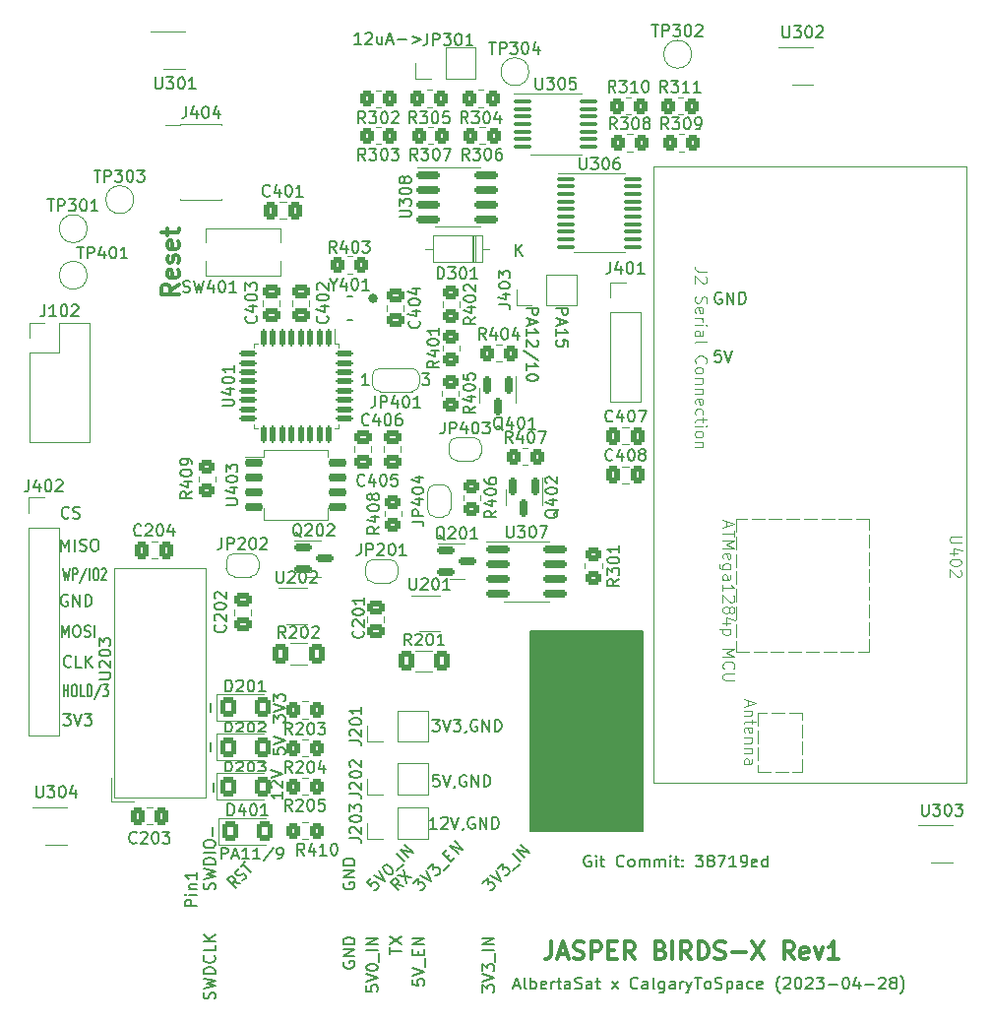
<source format=gto>
G04 #@! TF.GenerationSoftware,KiCad,Pcbnew,7.0.2*
G04 #@! TF.CreationDate,2023-04-28T23:30:38-06:00*
G04 #@! TF.ProjectId,BIRDS-X-PCB,42495244-532d-4582-9d50-43422e6b6963,rev?*
G04 #@! TF.SameCoordinates,Original*
G04 #@! TF.FileFunction,Legend,Top*
G04 #@! TF.FilePolarity,Positive*
%FSLAX46Y46*%
G04 Gerber Fmt 4.6, Leading zero omitted, Abs format (unit mm)*
G04 Created by KiCad (PCBNEW 7.0.2) date 2023-04-28 23:30:38*
%MOMM*%
%LPD*%
G01*
G04 APERTURE LIST*
G04 Aperture macros list*
%AMRoundRect*
0 Rectangle with rounded corners*
0 $1 Rounding radius*
0 $2 $3 $4 $5 $6 $7 $8 $9 X,Y pos of 4 corners*
0 Add a 4 corners polygon primitive as box body*
4,1,4,$2,$3,$4,$5,$6,$7,$8,$9,$2,$3,0*
0 Add four circle primitives for the rounded corners*
1,1,$1+$1,$2,$3*
1,1,$1+$1,$4,$5*
1,1,$1+$1,$6,$7*
1,1,$1+$1,$8,$9*
0 Add four rect primitives between the rounded corners*
20,1,$1+$1,$2,$3,$4,$5,0*
20,1,$1+$1,$4,$5,$6,$7,0*
20,1,$1+$1,$6,$7,$8,$9,0*
20,1,$1+$1,$8,$9,$2,$3,0*%
%AMFreePoly0*
4,1,19,0.500000,-0.750000,0.000000,-0.750000,0.000000,-0.744911,-0.071157,-0.744911,-0.207708,-0.704816,-0.327430,-0.627875,-0.420627,-0.520320,-0.479746,-0.390866,-0.500000,-0.250000,-0.500000,0.250000,-0.479746,0.390866,-0.420627,0.520320,-0.327430,0.627875,-0.207708,0.704816,-0.071157,0.744911,0.000000,0.744911,0.000000,0.750000,0.500000,0.750000,0.500000,-0.750000,0.500000,-0.750000,
$1*%
%AMFreePoly1*
4,1,19,0.000000,0.744911,0.071157,0.744911,0.207708,0.704816,0.327430,0.627875,0.420627,0.520320,0.479746,0.390866,0.500000,0.250000,0.500000,-0.250000,0.479746,-0.390866,0.420627,-0.520320,0.327430,-0.627875,0.207708,-0.704816,0.071157,-0.744911,0.000000,-0.744911,0.000000,-0.750000,-0.500000,-0.750000,-0.500000,0.750000,0.000000,0.750000,0.000000,0.744911,0.000000,0.744911,
$1*%
%AMFreePoly2*
4,1,19,0.550000,-0.750000,0.000000,-0.750000,0.000000,-0.744911,-0.071157,-0.744911,-0.207708,-0.704816,-0.327430,-0.627875,-0.420627,-0.520320,-0.479746,-0.390866,-0.500000,-0.250000,-0.500000,0.250000,-0.479746,0.390866,-0.420627,0.520320,-0.327430,0.627875,-0.207708,0.704816,-0.071157,0.744911,0.000000,0.744911,0.000000,0.750000,0.550000,0.750000,0.550000,-0.750000,0.550000,-0.750000,
$1*%
%AMFreePoly3*
4,1,19,0.000000,0.744911,0.071157,0.744911,0.207708,0.704816,0.327430,0.627875,0.420627,0.520320,0.479746,0.390866,0.500000,0.250000,0.500000,-0.250000,0.479746,-0.390866,0.420627,-0.520320,0.327430,-0.627875,0.207708,-0.704816,0.071157,-0.744911,0.000000,-0.744911,0.000000,-0.750000,-0.550000,-0.750000,-0.550000,0.750000,0.000000,0.750000,0.000000,0.744911,0.000000,0.744911,
$1*%
G04 Aperture macros list end*
%ADD10C,0.150000*%
%ADD11C,0.300000*%
%ADD12C,0.100000*%
%ADD13C,0.120000*%
%ADD14C,0.127000*%
%ADD15C,0.400000*%
%ADD16RoundRect,0.250000X0.350000X0.450000X-0.350000X0.450000X-0.350000X-0.450000X0.350000X-0.450000X0*%
%ADD17R,1.700000X1.700000*%
%ADD18O,1.700000X1.700000*%
%ADD19RoundRect,0.250000X-0.450000X0.350000X-0.450000X-0.350000X0.450000X-0.350000X0.450000X0.350000X0*%
%ADD20RoundRect,0.150000X-0.587500X-0.150000X0.587500X-0.150000X0.587500X0.150000X-0.587500X0.150000X0*%
%ADD21RoundRect,0.250000X-0.475000X0.337500X-0.475000X-0.337500X0.475000X-0.337500X0.475000X0.337500X0*%
%ADD22RoundRect,0.150000X-0.650000X-0.150000X0.650000X-0.150000X0.650000X0.150000X-0.650000X0.150000X0*%
%ADD23R,1.250000X1.000000*%
%ADD24RoundRect,0.250000X-0.350000X-0.450000X0.350000X-0.450000X0.350000X0.450000X-0.350000X0.450000X0*%
%ADD25FreePoly0,0.000000*%
%ADD26FreePoly1,0.000000*%
%ADD27RoundRect,0.150000X-0.825000X-0.150000X0.825000X-0.150000X0.825000X0.150000X-0.825000X0.150000X0*%
%ADD28C,2.000000*%
%ADD29R,0.900000X0.800000*%
%ADD30RoundRect,0.250000X-0.400000X-0.625000X0.400000X-0.625000X0.400000X0.625000X-0.400000X0.625000X0*%
%ADD31RoundRect,0.250000X0.450000X-0.350000X0.450000X0.350000X-0.450000X0.350000X-0.450000X-0.350000X0*%
%ADD32R,2.000000X0.400000*%
%ADD33R,1.524000X1.524000*%
%ADD34C,1.524000*%
%ADD35RoundRect,0.250001X-0.462499X-0.624999X0.462499X-0.624999X0.462499X0.624999X-0.462499X0.624999X0*%
%ADD36RoundRect,0.100000X-0.637500X-0.100000X0.637500X-0.100000X0.637500X0.100000X-0.637500X0.100000X0*%
%ADD37RoundRect,0.250000X0.475000X-0.337500X0.475000X0.337500X-0.475000X0.337500X-0.475000X-0.337500X0*%
%ADD38R,1.600000X1.600000*%
%ADD39O,1.600000X1.600000*%
%ADD40RoundRect,0.125000X-0.125000X0.625000X-0.125000X-0.625000X0.125000X-0.625000X0.125000X0.625000X0*%
%ADD41RoundRect,0.125000X-0.625000X0.125000X-0.625000X-0.125000X0.625000X-0.125000X0.625000X0.125000X0*%
%ADD42C,7.500000*%
%ADD43R,1.560000X0.650000*%
%ADD44RoundRect,0.250000X-0.337500X-0.475000X0.337500X-0.475000X0.337500X0.475000X-0.337500X0.475000X0*%
%ADD45RoundRect,0.150000X-0.150000X0.587500X-0.150000X-0.587500X0.150000X-0.587500X0.150000X0.587500X0*%
%ADD46O,1.600000X1.700000*%
%ADD47FreePoly0,90.000000*%
%ADD48FreePoly1,90.000000*%
%ADD49R,2.400000X0.740000*%
%ADD50FreePoly2,0.000000*%
%ADD51R,1.000000X1.500000*%
%ADD52FreePoly3,0.000000*%
%ADD53R,1.350000X1.350000*%
%ADD54O,1.350000X1.350000*%
G04 APERTURE END LIST*
D10*
X100761904Y-121925238D02*
X100666666Y-121877619D01*
X100666666Y-121877619D02*
X100523809Y-121877619D01*
X100523809Y-121877619D02*
X100380952Y-121925238D01*
X100380952Y-121925238D02*
X100285714Y-122020476D01*
X100285714Y-122020476D02*
X100238095Y-122115714D01*
X100238095Y-122115714D02*
X100190476Y-122306190D01*
X100190476Y-122306190D02*
X100190476Y-122449047D01*
X100190476Y-122449047D02*
X100238095Y-122639523D01*
X100238095Y-122639523D02*
X100285714Y-122734761D01*
X100285714Y-122734761D02*
X100380952Y-122830000D01*
X100380952Y-122830000D02*
X100523809Y-122877619D01*
X100523809Y-122877619D02*
X100619047Y-122877619D01*
X100619047Y-122877619D02*
X100761904Y-122830000D01*
X100761904Y-122830000D02*
X100809523Y-122782380D01*
X100809523Y-122782380D02*
X100809523Y-122449047D01*
X100809523Y-122449047D02*
X100619047Y-122449047D01*
X101238095Y-122877619D02*
X101238095Y-122210952D01*
X101238095Y-121877619D02*
X101190476Y-121925238D01*
X101190476Y-121925238D02*
X101238095Y-121972857D01*
X101238095Y-121972857D02*
X101285714Y-121925238D01*
X101285714Y-121925238D02*
X101238095Y-121877619D01*
X101238095Y-121877619D02*
X101238095Y-121972857D01*
X101571428Y-122210952D02*
X101952380Y-122210952D01*
X101714285Y-121877619D02*
X101714285Y-122734761D01*
X101714285Y-122734761D02*
X101761904Y-122830000D01*
X101761904Y-122830000D02*
X101857142Y-122877619D01*
X101857142Y-122877619D02*
X101952380Y-122877619D01*
X103619047Y-122782380D02*
X103571428Y-122830000D01*
X103571428Y-122830000D02*
X103428571Y-122877619D01*
X103428571Y-122877619D02*
X103333333Y-122877619D01*
X103333333Y-122877619D02*
X103190476Y-122830000D01*
X103190476Y-122830000D02*
X103095238Y-122734761D01*
X103095238Y-122734761D02*
X103047619Y-122639523D01*
X103047619Y-122639523D02*
X103000000Y-122449047D01*
X103000000Y-122449047D02*
X103000000Y-122306190D01*
X103000000Y-122306190D02*
X103047619Y-122115714D01*
X103047619Y-122115714D02*
X103095238Y-122020476D01*
X103095238Y-122020476D02*
X103190476Y-121925238D01*
X103190476Y-121925238D02*
X103333333Y-121877619D01*
X103333333Y-121877619D02*
X103428571Y-121877619D01*
X103428571Y-121877619D02*
X103571428Y-121925238D01*
X103571428Y-121925238D02*
X103619047Y-121972857D01*
X104190476Y-122877619D02*
X104095238Y-122830000D01*
X104095238Y-122830000D02*
X104047619Y-122782380D01*
X104047619Y-122782380D02*
X104000000Y-122687142D01*
X104000000Y-122687142D02*
X104000000Y-122401428D01*
X104000000Y-122401428D02*
X104047619Y-122306190D01*
X104047619Y-122306190D02*
X104095238Y-122258571D01*
X104095238Y-122258571D02*
X104190476Y-122210952D01*
X104190476Y-122210952D02*
X104333333Y-122210952D01*
X104333333Y-122210952D02*
X104428571Y-122258571D01*
X104428571Y-122258571D02*
X104476190Y-122306190D01*
X104476190Y-122306190D02*
X104523809Y-122401428D01*
X104523809Y-122401428D02*
X104523809Y-122687142D01*
X104523809Y-122687142D02*
X104476190Y-122782380D01*
X104476190Y-122782380D02*
X104428571Y-122830000D01*
X104428571Y-122830000D02*
X104333333Y-122877619D01*
X104333333Y-122877619D02*
X104190476Y-122877619D01*
X104952381Y-122877619D02*
X104952381Y-122210952D01*
X104952381Y-122306190D02*
X105000000Y-122258571D01*
X105000000Y-122258571D02*
X105095238Y-122210952D01*
X105095238Y-122210952D02*
X105238095Y-122210952D01*
X105238095Y-122210952D02*
X105333333Y-122258571D01*
X105333333Y-122258571D02*
X105380952Y-122353809D01*
X105380952Y-122353809D02*
X105380952Y-122877619D01*
X105380952Y-122353809D02*
X105428571Y-122258571D01*
X105428571Y-122258571D02*
X105523809Y-122210952D01*
X105523809Y-122210952D02*
X105666666Y-122210952D01*
X105666666Y-122210952D02*
X105761905Y-122258571D01*
X105761905Y-122258571D02*
X105809524Y-122353809D01*
X105809524Y-122353809D02*
X105809524Y-122877619D01*
X106285714Y-122877619D02*
X106285714Y-122210952D01*
X106285714Y-122306190D02*
X106333333Y-122258571D01*
X106333333Y-122258571D02*
X106428571Y-122210952D01*
X106428571Y-122210952D02*
X106571428Y-122210952D01*
X106571428Y-122210952D02*
X106666666Y-122258571D01*
X106666666Y-122258571D02*
X106714285Y-122353809D01*
X106714285Y-122353809D02*
X106714285Y-122877619D01*
X106714285Y-122353809D02*
X106761904Y-122258571D01*
X106761904Y-122258571D02*
X106857142Y-122210952D01*
X106857142Y-122210952D02*
X106999999Y-122210952D01*
X106999999Y-122210952D02*
X107095238Y-122258571D01*
X107095238Y-122258571D02*
X107142857Y-122353809D01*
X107142857Y-122353809D02*
X107142857Y-122877619D01*
X107619047Y-122877619D02*
X107619047Y-122210952D01*
X107619047Y-121877619D02*
X107571428Y-121925238D01*
X107571428Y-121925238D02*
X107619047Y-121972857D01*
X107619047Y-121972857D02*
X107666666Y-121925238D01*
X107666666Y-121925238D02*
X107619047Y-121877619D01*
X107619047Y-121877619D02*
X107619047Y-121972857D01*
X107952380Y-122210952D02*
X108333332Y-122210952D01*
X108095237Y-121877619D02*
X108095237Y-122734761D01*
X108095237Y-122734761D02*
X108142856Y-122830000D01*
X108142856Y-122830000D02*
X108238094Y-122877619D01*
X108238094Y-122877619D02*
X108333332Y-122877619D01*
X108666666Y-122782380D02*
X108714285Y-122830000D01*
X108714285Y-122830000D02*
X108666666Y-122877619D01*
X108666666Y-122877619D02*
X108619047Y-122830000D01*
X108619047Y-122830000D02*
X108666666Y-122782380D01*
X108666666Y-122782380D02*
X108666666Y-122877619D01*
X108666666Y-122258571D02*
X108714285Y-122306190D01*
X108714285Y-122306190D02*
X108666666Y-122353809D01*
X108666666Y-122353809D02*
X108619047Y-122306190D01*
X108619047Y-122306190D02*
X108666666Y-122258571D01*
X108666666Y-122258571D02*
X108666666Y-122353809D01*
X109809523Y-121877619D02*
X110428570Y-121877619D01*
X110428570Y-121877619D02*
X110095237Y-122258571D01*
X110095237Y-122258571D02*
X110238094Y-122258571D01*
X110238094Y-122258571D02*
X110333332Y-122306190D01*
X110333332Y-122306190D02*
X110380951Y-122353809D01*
X110380951Y-122353809D02*
X110428570Y-122449047D01*
X110428570Y-122449047D02*
X110428570Y-122687142D01*
X110428570Y-122687142D02*
X110380951Y-122782380D01*
X110380951Y-122782380D02*
X110333332Y-122830000D01*
X110333332Y-122830000D02*
X110238094Y-122877619D01*
X110238094Y-122877619D02*
X109952380Y-122877619D01*
X109952380Y-122877619D02*
X109857142Y-122830000D01*
X109857142Y-122830000D02*
X109809523Y-122782380D01*
X110999999Y-122306190D02*
X110904761Y-122258571D01*
X110904761Y-122258571D02*
X110857142Y-122210952D01*
X110857142Y-122210952D02*
X110809523Y-122115714D01*
X110809523Y-122115714D02*
X110809523Y-122068095D01*
X110809523Y-122068095D02*
X110857142Y-121972857D01*
X110857142Y-121972857D02*
X110904761Y-121925238D01*
X110904761Y-121925238D02*
X110999999Y-121877619D01*
X110999999Y-121877619D02*
X111190475Y-121877619D01*
X111190475Y-121877619D02*
X111285713Y-121925238D01*
X111285713Y-121925238D02*
X111333332Y-121972857D01*
X111333332Y-121972857D02*
X111380951Y-122068095D01*
X111380951Y-122068095D02*
X111380951Y-122115714D01*
X111380951Y-122115714D02*
X111333332Y-122210952D01*
X111333332Y-122210952D02*
X111285713Y-122258571D01*
X111285713Y-122258571D02*
X111190475Y-122306190D01*
X111190475Y-122306190D02*
X110999999Y-122306190D01*
X110999999Y-122306190D02*
X110904761Y-122353809D01*
X110904761Y-122353809D02*
X110857142Y-122401428D01*
X110857142Y-122401428D02*
X110809523Y-122496666D01*
X110809523Y-122496666D02*
X110809523Y-122687142D01*
X110809523Y-122687142D02*
X110857142Y-122782380D01*
X110857142Y-122782380D02*
X110904761Y-122830000D01*
X110904761Y-122830000D02*
X110999999Y-122877619D01*
X110999999Y-122877619D02*
X111190475Y-122877619D01*
X111190475Y-122877619D02*
X111285713Y-122830000D01*
X111285713Y-122830000D02*
X111333332Y-122782380D01*
X111333332Y-122782380D02*
X111380951Y-122687142D01*
X111380951Y-122687142D02*
X111380951Y-122496666D01*
X111380951Y-122496666D02*
X111333332Y-122401428D01*
X111333332Y-122401428D02*
X111285713Y-122353809D01*
X111285713Y-122353809D02*
X111190475Y-122306190D01*
X111714285Y-121877619D02*
X112380951Y-121877619D01*
X112380951Y-121877619D02*
X111952380Y-122877619D01*
X113285713Y-122877619D02*
X112714285Y-122877619D01*
X112999999Y-122877619D02*
X112999999Y-121877619D01*
X112999999Y-121877619D02*
X112904761Y-122020476D01*
X112904761Y-122020476D02*
X112809523Y-122115714D01*
X112809523Y-122115714D02*
X112714285Y-122163333D01*
X113761904Y-122877619D02*
X113952380Y-122877619D01*
X113952380Y-122877619D02*
X114047618Y-122830000D01*
X114047618Y-122830000D02*
X114095237Y-122782380D01*
X114095237Y-122782380D02*
X114190475Y-122639523D01*
X114190475Y-122639523D02*
X114238094Y-122449047D01*
X114238094Y-122449047D02*
X114238094Y-122068095D01*
X114238094Y-122068095D02*
X114190475Y-121972857D01*
X114190475Y-121972857D02*
X114142856Y-121925238D01*
X114142856Y-121925238D02*
X114047618Y-121877619D01*
X114047618Y-121877619D02*
X113857142Y-121877619D01*
X113857142Y-121877619D02*
X113761904Y-121925238D01*
X113761904Y-121925238D02*
X113714285Y-121972857D01*
X113714285Y-121972857D02*
X113666666Y-122068095D01*
X113666666Y-122068095D02*
X113666666Y-122306190D01*
X113666666Y-122306190D02*
X113714285Y-122401428D01*
X113714285Y-122401428D02*
X113761904Y-122449047D01*
X113761904Y-122449047D02*
X113857142Y-122496666D01*
X113857142Y-122496666D02*
X114047618Y-122496666D01*
X114047618Y-122496666D02*
X114142856Y-122449047D01*
X114142856Y-122449047D02*
X114190475Y-122401428D01*
X114190475Y-122401428D02*
X114238094Y-122306190D01*
X115047618Y-122830000D02*
X114952380Y-122877619D01*
X114952380Y-122877619D02*
X114761904Y-122877619D01*
X114761904Y-122877619D02*
X114666666Y-122830000D01*
X114666666Y-122830000D02*
X114619047Y-122734761D01*
X114619047Y-122734761D02*
X114619047Y-122353809D01*
X114619047Y-122353809D02*
X114666666Y-122258571D01*
X114666666Y-122258571D02*
X114761904Y-122210952D01*
X114761904Y-122210952D02*
X114952380Y-122210952D01*
X114952380Y-122210952D02*
X115047618Y-122258571D01*
X115047618Y-122258571D02*
X115095237Y-122353809D01*
X115095237Y-122353809D02*
X115095237Y-122449047D01*
X115095237Y-122449047D02*
X114619047Y-122544285D01*
X115952380Y-122877619D02*
X115952380Y-121877619D01*
X115952380Y-122830000D02*
X115857142Y-122877619D01*
X115857142Y-122877619D02*
X115666666Y-122877619D01*
X115666666Y-122877619D02*
X115571428Y-122830000D01*
X115571428Y-122830000D02*
X115523809Y-122782380D01*
X115523809Y-122782380D02*
X115476190Y-122687142D01*
X115476190Y-122687142D02*
X115476190Y-122401428D01*
X115476190Y-122401428D02*
X115523809Y-122306190D01*
X115523809Y-122306190D02*
X115571428Y-122258571D01*
X115571428Y-122258571D02*
X115666666Y-122210952D01*
X115666666Y-122210952D02*
X115857142Y-122210952D01*
X115857142Y-122210952D02*
X115952380Y-122258571D01*
X95600000Y-102600000D02*
X105200000Y-102600000D01*
X105200000Y-119800000D01*
X95600000Y-119800000D01*
X95600000Y-102600000D01*
G36*
X95600000Y-102600000D02*
G01*
X105200000Y-102600000D01*
X105200000Y-119800000D01*
X95600000Y-119800000D01*
X95600000Y-102600000D01*
G37*
X81462619Y-133083333D02*
X81462619Y-133559523D01*
X81462619Y-133559523D02*
X81938809Y-133607142D01*
X81938809Y-133607142D02*
X81891190Y-133559523D01*
X81891190Y-133559523D02*
X81843571Y-133464285D01*
X81843571Y-133464285D02*
X81843571Y-133226190D01*
X81843571Y-133226190D02*
X81891190Y-133130952D01*
X81891190Y-133130952D02*
X81938809Y-133083333D01*
X81938809Y-133083333D02*
X82034047Y-133035714D01*
X82034047Y-133035714D02*
X82272142Y-133035714D01*
X82272142Y-133035714D02*
X82367380Y-133083333D01*
X82367380Y-133083333D02*
X82415000Y-133130952D01*
X82415000Y-133130952D02*
X82462619Y-133226190D01*
X82462619Y-133226190D02*
X82462619Y-133464285D01*
X82462619Y-133464285D02*
X82415000Y-133559523D01*
X82415000Y-133559523D02*
X82367380Y-133607142D01*
X81462619Y-132749999D02*
X82462619Y-132416666D01*
X82462619Y-132416666D02*
X81462619Y-132083333D01*
X81462619Y-131559523D02*
X81462619Y-131464285D01*
X81462619Y-131464285D02*
X81510238Y-131369047D01*
X81510238Y-131369047D02*
X81557857Y-131321428D01*
X81557857Y-131321428D02*
X81653095Y-131273809D01*
X81653095Y-131273809D02*
X81843571Y-131226190D01*
X81843571Y-131226190D02*
X82081666Y-131226190D01*
X82081666Y-131226190D02*
X82272142Y-131273809D01*
X82272142Y-131273809D02*
X82367380Y-131321428D01*
X82367380Y-131321428D02*
X82415000Y-131369047D01*
X82415000Y-131369047D02*
X82462619Y-131464285D01*
X82462619Y-131464285D02*
X82462619Y-131559523D01*
X82462619Y-131559523D02*
X82415000Y-131654761D01*
X82415000Y-131654761D02*
X82367380Y-131702380D01*
X82367380Y-131702380D02*
X82272142Y-131749999D01*
X82272142Y-131749999D02*
X82081666Y-131797618D01*
X82081666Y-131797618D02*
X81843571Y-131797618D01*
X81843571Y-131797618D02*
X81653095Y-131749999D01*
X81653095Y-131749999D02*
X81557857Y-131702380D01*
X81557857Y-131702380D02*
X81510238Y-131654761D01*
X81510238Y-131654761D02*
X81462619Y-131559523D01*
X82557857Y-131035714D02*
X82557857Y-130273809D01*
X82462619Y-130035713D02*
X81462619Y-130035713D01*
X82462619Y-129559523D02*
X81462619Y-129559523D01*
X81462619Y-129559523D02*
X82462619Y-128988095D01*
X82462619Y-128988095D02*
X81462619Y-128988095D01*
D11*
X97385714Y-129316428D02*
X97385714Y-130387857D01*
X97385714Y-130387857D02*
X97314285Y-130602142D01*
X97314285Y-130602142D02*
X97171428Y-130745000D01*
X97171428Y-130745000D02*
X96957142Y-130816428D01*
X96957142Y-130816428D02*
X96814285Y-130816428D01*
X98028571Y-130387857D02*
X98742857Y-130387857D01*
X97885714Y-130816428D02*
X98385714Y-129316428D01*
X98385714Y-129316428D02*
X98885714Y-130816428D01*
X99314285Y-130745000D02*
X99528571Y-130816428D01*
X99528571Y-130816428D02*
X99885713Y-130816428D01*
X99885713Y-130816428D02*
X100028571Y-130745000D01*
X100028571Y-130745000D02*
X100099999Y-130673571D01*
X100099999Y-130673571D02*
X100171428Y-130530714D01*
X100171428Y-130530714D02*
X100171428Y-130387857D01*
X100171428Y-130387857D02*
X100099999Y-130245000D01*
X100099999Y-130245000D02*
X100028571Y-130173571D01*
X100028571Y-130173571D02*
X99885713Y-130102142D01*
X99885713Y-130102142D02*
X99599999Y-130030714D01*
X99599999Y-130030714D02*
X99457142Y-129959285D01*
X99457142Y-129959285D02*
X99385713Y-129887857D01*
X99385713Y-129887857D02*
X99314285Y-129745000D01*
X99314285Y-129745000D02*
X99314285Y-129602142D01*
X99314285Y-129602142D02*
X99385713Y-129459285D01*
X99385713Y-129459285D02*
X99457142Y-129387857D01*
X99457142Y-129387857D02*
X99599999Y-129316428D01*
X99599999Y-129316428D02*
X99957142Y-129316428D01*
X99957142Y-129316428D02*
X100171428Y-129387857D01*
X100814284Y-130816428D02*
X100814284Y-129316428D01*
X100814284Y-129316428D02*
X101385713Y-129316428D01*
X101385713Y-129316428D02*
X101528570Y-129387857D01*
X101528570Y-129387857D02*
X101599999Y-129459285D01*
X101599999Y-129459285D02*
X101671427Y-129602142D01*
X101671427Y-129602142D02*
X101671427Y-129816428D01*
X101671427Y-129816428D02*
X101599999Y-129959285D01*
X101599999Y-129959285D02*
X101528570Y-130030714D01*
X101528570Y-130030714D02*
X101385713Y-130102142D01*
X101385713Y-130102142D02*
X100814284Y-130102142D01*
X102314284Y-130030714D02*
X102814284Y-130030714D01*
X103028570Y-130816428D02*
X102314284Y-130816428D01*
X102314284Y-130816428D02*
X102314284Y-129316428D01*
X102314284Y-129316428D02*
X103028570Y-129316428D01*
X104528570Y-130816428D02*
X104028570Y-130102142D01*
X103671427Y-130816428D02*
X103671427Y-129316428D01*
X103671427Y-129316428D02*
X104242856Y-129316428D01*
X104242856Y-129316428D02*
X104385713Y-129387857D01*
X104385713Y-129387857D02*
X104457142Y-129459285D01*
X104457142Y-129459285D02*
X104528570Y-129602142D01*
X104528570Y-129602142D02*
X104528570Y-129816428D01*
X104528570Y-129816428D02*
X104457142Y-129959285D01*
X104457142Y-129959285D02*
X104385713Y-130030714D01*
X104385713Y-130030714D02*
X104242856Y-130102142D01*
X104242856Y-130102142D02*
X103671427Y-130102142D01*
X106814284Y-130030714D02*
X107028570Y-130102142D01*
X107028570Y-130102142D02*
X107099999Y-130173571D01*
X107099999Y-130173571D02*
X107171427Y-130316428D01*
X107171427Y-130316428D02*
X107171427Y-130530714D01*
X107171427Y-130530714D02*
X107099999Y-130673571D01*
X107099999Y-130673571D02*
X107028570Y-130745000D01*
X107028570Y-130745000D02*
X106885713Y-130816428D01*
X106885713Y-130816428D02*
X106314284Y-130816428D01*
X106314284Y-130816428D02*
X106314284Y-129316428D01*
X106314284Y-129316428D02*
X106814284Y-129316428D01*
X106814284Y-129316428D02*
X106957142Y-129387857D01*
X106957142Y-129387857D02*
X107028570Y-129459285D01*
X107028570Y-129459285D02*
X107099999Y-129602142D01*
X107099999Y-129602142D02*
X107099999Y-129745000D01*
X107099999Y-129745000D02*
X107028570Y-129887857D01*
X107028570Y-129887857D02*
X106957142Y-129959285D01*
X106957142Y-129959285D02*
X106814284Y-130030714D01*
X106814284Y-130030714D02*
X106314284Y-130030714D01*
X107814284Y-130816428D02*
X107814284Y-129316428D01*
X109385713Y-130816428D02*
X108885713Y-130102142D01*
X108528570Y-130816428D02*
X108528570Y-129316428D01*
X108528570Y-129316428D02*
X109099999Y-129316428D01*
X109099999Y-129316428D02*
X109242856Y-129387857D01*
X109242856Y-129387857D02*
X109314285Y-129459285D01*
X109314285Y-129459285D02*
X109385713Y-129602142D01*
X109385713Y-129602142D02*
X109385713Y-129816428D01*
X109385713Y-129816428D02*
X109314285Y-129959285D01*
X109314285Y-129959285D02*
X109242856Y-130030714D01*
X109242856Y-130030714D02*
X109099999Y-130102142D01*
X109099999Y-130102142D02*
X108528570Y-130102142D01*
X110028570Y-130816428D02*
X110028570Y-129316428D01*
X110028570Y-129316428D02*
X110385713Y-129316428D01*
X110385713Y-129316428D02*
X110599999Y-129387857D01*
X110599999Y-129387857D02*
X110742856Y-129530714D01*
X110742856Y-129530714D02*
X110814285Y-129673571D01*
X110814285Y-129673571D02*
X110885713Y-129959285D01*
X110885713Y-129959285D02*
X110885713Y-130173571D01*
X110885713Y-130173571D02*
X110814285Y-130459285D01*
X110814285Y-130459285D02*
X110742856Y-130602142D01*
X110742856Y-130602142D02*
X110599999Y-130745000D01*
X110599999Y-130745000D02*
X110385713Y-130816428D01*
X110385713Y-130816428D02*
X110028570Y-130816428D01*
X111457142Y-130745000D02*
X111671428Y-130816428D01*
X111671428Y-130816428D02*
X112028570Y-130816428D01*
X112028570Y-130816428D02*
X112171428Y-130745000D01*
X112171428Y-130745000D02*
X112242856Y-130673571D01*
X112242856Y-130673571D02*
X112314285Y-130530714D01*
X112314285Y-130530714D02*
X112314285Y-130387857D01*
X112314285Y-130387857D02*
X112242856Y-130245000D01*
X112242856Y-130245000D02*
X112171428Y-130173571D01*
X112171428Y-130173571D02*
X112028570Y-130102142D01*
X112028570Y-130102142D02*
X111742856Y-130030714D01*
X111742856Y-130030714D02*
X111599999Y-129959285D01*
X111599999Y-129959285D02*
X111528570Y-129887857D01*
X111528570Y-129887857D02*
X111457142Y-129745000D01*
X111457142Y-129745000D02*
X111457142Y-129602142D01*
X111457142Y-129602142D02*
X111528570Y-129459285D01*
X111528570Y-129459285D02*
X111599999Y-129387857D01*
X111599999Y-129387857D02*
X111742856Y-129316428D01*
X111742856Y-129316428D02*
X112099999Y-129316428D01*
X112099999Y-129316428D02*
X112314285Y-129387857D01*
X112957141Y-130245000D02*
X114099999Y-130245000D01*
X114671427Y-129316428D02*
X115671427Y-130816428D01*
X115671427Y-129316428D02*
X114671427Y-130816428D01*
X118242855Y-130816428D02*
X117742855Y-130102142D01*
X117385712Y-130816428D02*
X117385712Y-129316428D01*
X117385712Y-129316428D02*
X117957141Y-129316428D01*
X117957141Y-129316428D02*
X118099998Y-129387857D01*
X118099998Y-129387857D02*
X118171427Y-129459285D01*
X118171427Y-129459285D02*
X118242855Y-129602142D01*
X118242855Y-129602142D02*
X118242855Y-129816428D01*
X118242855Y-129816428D02*
X118171427Y-129959285D01*
X118171427Y-129959285D02*
X118099998Y-130030714D01*
X118099998Y-130030714D02*
X117957141Y-130102142D01*
X117957141Y-130102142D02*
X117385712Y-130102142D01*
X119457141Y-130745000D02*
X119314284Y-130816428D01*
X119314284Y-130816428D02*
X119028570Y-130816428D01*
X119028570Y-130816428D02*
X118885712Y-130745000D01*
X118885712Y-130745000D02*
X118814284Y-130602142D01*
X118814284Y-130602142D02*
X118814284Y-130030714D01*
X118814284Y-130030714D02*
X118885712Y-129887857D01*
X118885712Y-129887857D02*
X119028570Y-129816428D01*
X119028570Y-129816428D02*
X119314284Y-129816428D01*
X119314284Y-129816428D02*
X119457141Y-129887857D01*
X119457141Y-129887857D02*
X119528570Y-130030714D01*
X119528570Y-130030714D02*
X119528570Y-130173571D01*
X119528570Y-130173571D02*
X118814284Y-130316428D01*
X120028569Y-129816428D02*
X120385712Y-130816428D01*
X120385712Y-130816428D02*
X120742855Y-129816428D01*
X122099998Y-130816428D02*
X121242855Y-130816428D01*
X121671426Y-130816428D02*
X121671426Y-129316428D01*
X121671426Y-129316428D02*
X121528569Y-129530714D01*
X121528569Y-129530714D02*
X121385712Y-129673571D01*
X121385712Y-129673571D02*
X121242855Y-129745000D01*
D10*
X112011904Y-73510238D02*
X111916666Y-73462619D01*
X111916666Y-73462619D02*
X111773809Y-73462619D01*
X111773809Y-73462619D02*
X111630952Y-73510238D01*
X111630952Y-73510238D02*
X111535714Y-73605476D01*
X111535714Y-73605476D02*
X111488095Y-73700714D01*
X111488095Y-73700714D02*
X111440476Y-73891190D01*
X111440476Y-73891190D02*
X111440476Y-74034047D01*
X111440476Y-74034047D02*
X111488095Y-74224523D01*
X111488095Y-74224523D02*
X111535714Y-74319761D01*
X111535714Y-74319761D02*
X111630952Y-74415000D01*
X111630952Y-74415000D02*
X111773809Y-74462619D01*
X111773809Y-74462619D02*
X111869047Y-74462619D01*
X111869047Y-74462619D02*
X112011904Y-74415000D01*
X112011904Y-74415000D02*
X112059523Y-74367380D01*
X112059523Y-74367380D02*
X112059523Y-74034047D01*
X112059523Y-74034047D02*
X111869047Y-74034047D01*
X112488095Y-74462619D02*
X112488095Y-73462619D01*
X112488095Y-73462619D02*
X113059523Y-74462619D01*
X113059523Y-74462619D02*
X113059523Y-73462619D01*
X113535714Y-74462619D02*
X113535714Y-73462619D01*
X113535714Y-73462619D02*
X113773809Y-73462619D01*
X113773809Y-73462619D02*
X113916666Y-73510238D01*
X113916666Y-73510238D02*
X114011904Y-73605476D01*
X114011904Y-73605476D02*
X114059523Y-73700714D01*
X114059523Y-73700714D02*
X114107142Y-73891190D01*
X114107142Y-73891190D02*
X114107142Y-74034047D01*
X114107142Y-74034047D02*
X114059523Y-74224523D01*
X114059523Y-74224523D02*
X114011904Y-74319761D01*
X114011904Y-74319761D02*
X113916666Y-74415000D01*
X113916666Y-74415000D02*
X113773809Y-74462619D01*
X113773809Y-74462619D02*
X113535714Y-74462619D01*
X55416666Y-108212619D02*
X55416666Y-107212619D01*
X55416666Y-107688809D02*
X55816666Y-107688809D01*
X55816666Y-108212619D02*
X55816666Y-107212619D01*
X56283333Y-107212619D02*
X56416666Y-107212619D01*
X56416666Y-107212619D02*
X56483333Y-107260238D01*
X56483333Y-107260238D02*
X56549999Y-107355476D01*
X56549999Y-107355476D02*
X56583333Y-107545952D01*
X56583333Y-107545952D02*
X56583333Y-107879285D01*
X56583333Y-107879285D02*
X56549999Y-108069761D01*
X56549999Y-108069761D02*
X56483333Y-108165000D01*
X56483333Y-108165000D02*
X56416666Y-108212619D01*
X56416666Y-108212619D02*
X56283333Y-108212619D01*
X56283333Y-108212619D02*
X56216666Y-108165000D01*
X56216666Y-108165000D02*
X56149999Y-108069761D01*
X56149999Y-108069761D02*
X56116666Y-107879285D01*
X56116666Y-107879285D02*
X56116666Y-107545952D01*
X56116666Y-107545952D02*
X56149999Y-107355476D01*
X56149999Y-107355476D02*
X56216666Y-107260238D01*
X56216666Y-107260238D02*
X56283333Y-107212619D01*
X57216666Y-108212619D02*
X56883332Y-108212619D01*
X56883332Y-108212619D02*
X56883332Y-107212619D01*
X57449999Y-108212619D02*
X57449999Y-107212619D01*
X57449999Y-107212619D02*
X57616666Y-107212619D01*
X57616666Y-107212619D02*
X57716666Y-107260238D01*
X57716666Y-107260238D02*
X57783333Y-107355476D01*
X57783333Y-107355476D02*
X57816666Y-107450714D01*
X57816666Y-107450714D02*
X57849999Y-107641190D01*
X57849999Y-107641190D02*
X57849999Y-107784047D01*
X57849999Y-107784047D02*
X57816666Y-107974523D01*
X57816666Y-107974523D02*
X57783333Y-108069761D01*
X57783333Y-108069761D02*
X57716666Y-108165000D01*
X57716666Y-108165000D02*
X57616666Y-108212619D01*
X57616666Y-108212619D02*
X57449999Y-108212619D01*
X58649999Y-107165000D02*
X58049999Y-108450714D01*
X58816666Y-107212619D02*
X59249999Y-107212619D01*
X59249999Y-107212619D02*
X59016666Y-107593571D01*
X59016666Y-107593571D02*
X59116666Y-107593571D01*
X59116666Y-107593571D02*
X59183332Y-107641190D01*
X59183332Y-107641190D02*
X59216666Y-107688809D01*
X59216666Y-107688809D02*
X59249999Y-107784047D01*
X59249999Y-107784047D02*
X59249999Y-108022142D01*
X59249999Y-108022142D02*
X59216666Y-108117380D01*
X59216666Y-108117380D02*
X59183332Y-108165000D01*
X59183332Y-108165000D02*
X59116666Y-108212619D01*
X59116666Y-108212619D02*
X58916666Y-108212619D01*
X58916666Y-108212619D02*
X58849999Y-108165000D01*
X58849999Y-108165000D02*
X58816666Y-108117380D01*
X68415000Y-134214285D02*
X68462619Y-134071428D01*
X68462619Y-134071428D02*
X68462619Y-133833333D01*
X68462619Y-133833333D02*
X68415000Y-133738095D01*
X68415000Y-133738095D02*
X68367380Y-133690476D01*
X68367380Y-133690476D02*
X68272142Y-133642857D01*
X68272142Y-133642857D02*
X68176904Y-133642857D01*
X68176904Y-133642857D02*
X68081666Y-133690476D01*
X68081666Y-133690476D02*
X68034047Y-133738095D01*
X68034047Y-133738095D02*
X67986428Y-133833333D01*
X67986428Y-133833333D02*
X67938809Y-134023809D01*
X67938809Y-134023809D02*
X67891190Y-134119047D01*
X67891190Y-134119047D02*
X67843571Y-134166666D01*
X67843571Y-134166666D02*
X67748333Y-134214285D01*
X67748333Y-134214285D02*
X67653095Y-134214285D01*
X67653095Y-134214285D02*
X67557857Y-134166666D01*
X67557857Y-134166666D02*
X67510238Y-134119047D01*
X67510238Y-134119047D02*
X67462619Y-134023809D01*
X67462619Y-134023809D02*
X67462619Y-133785714D01*
X67462619Y-133785714D02*
X67510238Y-133642857D01*
X67462619Y-133309523D02*
X68462619Y-133071428D01*
X68462619Y-133071428D02*
X67748333Y-132880952D01*
X67748333Y-132880952D02*
X68462619Y-132690476D01*
X68462619Y-132690476D02*
X67462619Y-132452381D01*
X68462619Y-132071428D02*
X67462619Y-132071428D01*
X67462619Y-132071428D02*
X67462619Y-131833333D01*
X67462619Y-131833333D02*
X67510238Y-131690476D01*
X67510238Y-131690476D02*
X67605476Y-131595238D01*
X67605476Y-131595238D02*
X67700714Y-131547619D01*
X67700714Y-131547619D02*
X67891190Y-131500000D01*
X67891190Y-131500000D02*
X68034047Y-131500000D01*
X68034047Y-131500000D02*
X68224523Y-131547619D01*
X68224523Y-131547619D02*
X68319761Y-131595238D01*
X68319761Y-131595238D02*
X68415000Y-131690476D01*
X68415000Y-131690476D02*
X68462619Y-131833333D01*
X68462619Y-131833333D02*
X68462619Y-132071428D01*
X68367380Y-130500000D02*
X68415000Y-130547619D01*
X68415000Y-130547619D02*
X68462619Y-130690476D01*
X68462619Y-130690476D02*
X68462619Y-130785714D01*
X68462619Y-130785714D02*
X68415000Y-130928571D01*
X68415000Y-130928571D02*
X68319761Y-131023809D01*
X68319761Y-131023809D02*
X68224523Y-131071428D01*
X68224523Y-131071428D02*
X68034047Y-131119047D01*
X68034047Y-131119047D02*
X67891190Y-131119047D01*
X67891190Y-131119047D02*
X67700714Y-131071428D01*
X67700714Y-131071428D02*
X67605476Y-131023809D01*
X67605476Y-131023809D02*
X67510238Y-130928571D01*
X67510238Y-130928571D02*
X67462619Y-130785714D01*
X67462619Y-130785714D02*
X67462619Y-130690476D01*
X67462619Y-130690476D02*
X67510238Y-130547619D01*
X67510238Y-130547619D02*
X67557857Y-130500000D01*
X68462619Y-129595238D02*
X68462619Y-130071428D01*
X68462619Y-130071428D02*
X67462619Y-130071428D01*
X68462619Y-129261904D02*
X67462619Y-129261904D01*
X68462619Y-128690476D02*
X67891190Y-129119047D01*
X67462619Y-128690476D02*
X68034047Y-129261904D01*
X94190476Y-133091904D02*
X94666666Y-133091904D01*
X94095238Y-133377619D02*
X94428571Y-132377619D01*
X94428571Y-132377619D02*
X94761904Y-133377619D01*
X95238095Y-133377619D02*
X95142857Y-133330000D01*
X95142857Y-133330000D02*
X95095238Y-133234761D01*
X95095238Y-133234761D02*
X95095238Y-132377619D01*
X95619048Y-133377619D02*
X95619048Y-132377619D01*
X95619048Y-132758571D02*
X95714286Y-132710952D01*
X95714286Y-132710952D02*
X95904762Y-132710952D01*
X95904762Y-132710952D02*
X96000000Y-132758571D01*
X96000000Y-132758571D02*
X96047619Y-132806190D01*
X96047619Y-132806190D02*
X96095238Y-132901428D01*
X96095238Y-132901428D02*
X96095238Y-133187142D01*
X96095238Y-133187142D02*
X96047619Y-133282380D01*
X96047619Y-133282380D02*
X96000000Y-133330000D01*
X96000000Y-133330000D02*
X95904762Y-133377619D01*
X95904762Y-133377619D02*
X95714286Y-133377619D01*
X95714286Y-133377619D02*
X95619048Y-133330000D01*
X96904762Y-133330000D02*
X96809524Y-133377619D01*
X96809524Y-133377619D02*
X96619048Y-133377619D01*
X96619048Y-133377619D02*
X96523810Y-133330000D01*
X96523810Y-133330000D02*
X96476191Y-133234761D01*
X96476191Y-133234761D02*
X96476191Y-132853809D01*
X96476191Y-132853809D02*
X96523810Y-132758571D01*
X96523810Y-132758571D02*
X96619048Y-132710952D01*
X96619048Y-132710952D02*
X96809524Y-132710952D01*
X96809524Y-132710952D02*
X96904762Y-132758571D01*
X96904762Y-132758571D02*
X96952381Y-132853809D01*
X96952381Y-132853809D02*
X96952381Y-132949047D01*
X96952381Y-132949047D02*
X96476191Y-133044285D01*
X97380953Y-133377619D02*
X97380953Y-132710952D01*
X97380953Y-132901428D02*
X97428572Y-132806190D01*
X97428572Y-132806190D02*
X97476191Y-132758571D01*
X97476191Y-132758571D02*
X97571429Y-132710952D01*
X97571429Y-132710952D02*
X97666667Y-132710952D01*
X97857144Y-132710952D02*
X98238096Y-132710952D01*
X98000001Y-132377619D02*
X98000001Y-133234761D01*
X98000001Y-133234761D02*
X98047620Y-133330000D01*
X98047620Y-133330000D02*
X98142858Y-133377619D01*
X98142858Y-133377619D02*
X98238096Y-133377619D01*
X99000001Y-133377619D02*
X99000001Y-132853809D01*
X99000001Y-132853809D02*
X98952382Y-132758571D01*
X98952382Y-132758571D02*
X98857144Y-132710952D01*
X98857144Y-132710952D02*
X98666668Y-132710952D01*
X98666668Y-132710952D02*
X98571430Y-132758571D01*
X99000001Y-133330000D02*
X98904763Y-133377619D01*
X98904763Y-133377619D02*
X98666668Y-133377619D01*
X98666668Y-133377619D02*
X98571430Y-133330000D01*
X98571430Y-133330000D02*
X98523811Y-133234761D01*
X98523811Y-133234761D02*
X98523811Y-133139523D01*
X98523811Y-133139523D02*
X98571430Y-133044285D01*
X98571430Y-133044285D02*
X98666668Y-132996666D01*
X98666668Y-132996666D02*
X98904763Y-132996666D01*
X98904763Y-132996666D02*
X99000001Y-132949047D01*
X99428573Y-133330000D02*
X99571430Y-133377619D01*
X99571430Y-133377619D02*
X99809525Y-133377619D01*
X99809525Y-133377619D02*
X99904763Y-133330000D01*
X99904763Y-133330000D02*
X99952382Y-133282380D01*
X99952382Y-133282380D02*
X100000001Y-133187142D01*
X100000001Y-133187142D02*
X100000001Y-133091904D01*
X100000001Y-133091904D02*
X99952382Y-132996666D01*
X99952382Y-132996666D02*
X99904763Y-132949047D01*
X99904763Y-132949047D02*
X99809525Y-132901428D01*
X99809525Y-132901428D02*
X99619049Y-132853809D01*
X99619049Y-132853809D02*
X99523811Y-132806190D01*
X99523811Y-132806190D02*
X99476192Y-132758571D01*
X99476192Y-132758571D02*
X99428573Y-132663333D01*
X99428573Y-132663333D02*
X99428573Y-132568095D01*
X99428573Y-132568095D02*
X99476192Y-132472857D01*
X99476192Y-132472857D02*
X99523811Y-132425238D01*
X99523811Y-132425238D02*
X99619049Y-132377619D01*
X99619049Y-132377619D02*
X99857144Y-132377619D01*
X99857144Y-132377619D02*
X100000001Y-132425238D01*
X100857144Y-133377619D02*
X100857144Y-132853809D01*
X100857144Y-132853809D02*
X100809525Y-132758571D01*
X100809525Y-132758571D02*
X100714287Y-132710952D01*
X100714287Y-132710952D02*
X100523811Y-132710952D01*
X100523811Y-132710952D02*
X100428573Y-132758571D01*
X100857144Y-133330000D02*
X100761906Y-133377619D01*
X100761906Y-133377619D02*
X100523811Y-133377619D01*
X100523811Y-133377619D02*
X100428573Y-133330000D01*
X100428573Y-133330000D02*
X100380954Y-133234761D01*
X100380954Y-133234761D02*
X100380954Y-133139523D01*
X100380954Y-133139523D02*
X100428573Y-133044285D01*
X100428573Y-133044285D02*
X100523811Y-132996666D01*
X100523811Y-132996666D02*
X100761906Y-132996666D01*
X100761906Y-132996666D02*
X100857144Y-132949047D01*
X101190478Y-132710952D02*
X101571430Y-132710952D01*
X101333335Y-132377619D02*
X101333335Y-133234761D01*
X101333335Y-133234761D02*
X101380954Y-133330000D01*
X101380954Y-133330000D02*
X101476192Y-133377619D01*
X101476192Y-133377619D02*
X101571430Y-133377619D01*
X102571431Y-133377619D02*
X103095240Y-132710952D01*
X102571431Y-132710952D02*
X103095240Y-133377619D01*
X104809526Y-133282380D02*
X104761907Y-133330000D01*
X104761907Y-133330000D02*
X104619050Y-133377619D01*
X104619050Y-133377619D02*
X104523812Y-133377619D01*
X104523812Y-133377619D02*
X104380955Y-133330000D01*
X104380955Y-133330000D02*
X104285717Y-133234761D01*
X104285717Y-133234761D02*
X104238098Y-133139523D01*
X104238098Y-133139523D02*
X104190479Y-132949047D01*
X104190479Y-132949047D02*
X104190479Y-132806190D01*
X104190479Y-132806190D02*
X104238098Y-132615714D01*
X104238098Y-132615714D02*
X104285717Y-132520476D01*
X104285717Y-132520476D02*
X104380955Y-132425238D01*
X104380955Y-132425238D02*
X104523812Y-132377619D01*
X104523812Y-132377619D02*
X104619050Y-132377619D01*
X104619050Y-132377619D02*
X104761907Y-132425238D01*
X104761907Y-132425238D02*
X104809526Y-132472857D01*
X105666669Y-133377619D02*
X105666669Y-132853809D01*
X105666669Y-132853809D02*
X105619050Y-132758571D01*
X105619050Y-132758571D02*
X105523812Y-132710952D01*
X105523812Y-132710952D02*
X105333336Y-132710952D01*
X105333336Y-132710952D02*
X105238098Y-132758571D01*
X105666669Y-133330000D02*
X105571431Y-133377619D01*
X105571431Y-133377619D02*
X105333336Y-133377619D01*
X105333336Y-133377619D02*
X105238098Y-133330000D01*
X105238098Y-133330000D02*
X105190479Y-133234761D01*
X105190479Y-133234761D02*
X105190479Y-133139523D01*
X105190479Y-133139523D02*
X105238098Y-133044285D01*
X105238098Y-133044285D02*
X105333336Y-132996666D01*
X105333336Y-132996666D02*
X105571431Y-132996666D01*
X105571431Y-132996666D02*
X105666669Y-132949047D01*
X106285717Y-133377619D02*
X106190479Y-133330000D01*
X106190479Y-133330000D02*
X106142860Y-133234761D01*
X106142860Y-133234761D02*
X106142860Y-132377619D01*
X107095241Y-132710952D02*
X107095241Y-133520476D01*
X107095241Y-133520476D02*
X107047622Y-133615714D01*
X107047622Y-133615714D02*
X107000003Y-133663333D01*
X107000003Y-133663333D02*
X106904765Y-133710952D01*
X106904765Y-133710952D02*
X106761908Y-133710952D01*
X106761908Y-133710952D02*
X106666670Y-133663333D01*
X107095241Y-133330000D02*
X107000003Y-133377619D01*
X107000003Y-133377619D02*
X106809527Y-133377619D01*
X106809527Y-133377619D02*
X106714289Y-133330000D01*
X106714289Y-133330000D02*
X106666670Y-133282380D01*
X106666670Y-133282380D02*
X106619051Y-133187142D01*
X106619051Y-133187142D02*
X106619051Y-132901428D01*
X106619051Y-132901428D02*
X106666670Y-132806190D01*
X106666670Y-132806190D02*
X106714289Y-132758571D01*
X106714289Y-132758571D02*
X106809527Y-132710952D01*
X106809527Y-132710952D02*
X107000003Y-132710952D01*
X107000003Y-132710952D02*
X107095241Y-132758571D01*
X108000003Y-133377619D02*
X108000003Y-132853809D01*
X108000003Y-132853809D02*
X107952384Y-132758571D01*
X107952384Y-132758571D02*
X107857146Y-132710952D01*
X107857146Y-132710952D02*
X107666670Y-132710952D01*
X107666670Y-132710952D02*
X107571432Y-132758571D01*
X108000003Y-133330000D02*
X107904765Y-133377619D01*
X107904765Y-133377619D02*
X107666670Y-133377619D01*
X107666670Y-133377619D02*
X107571432Y-133330000D01*
X107571432Y-133330000D02*
X107523813Y-133234761D01*
X107523813Y-133234761D02*
X107523813Y-133139523D01*
X107523813Y-133139523D02*
X107571432Y-133044285D01*
X107571432Y-133044285D02*
X107666670Y-132996666D01*
X107666670Y-132996666D02*
X107904765Y-132996666D01*
X107904765Y-132996666D02*
X108000003Y-132949047D01*
X108476194Y-133377619D02*
X108476194Y-132710952D01*
X108476194Y-132901428D02*
X108523813Y-132806190D01*
X108523813Y-132806190D02*
X108571432Y-132758571D01*
X108571432Y-132758571D02*
X108666670Y-132710952D01*
X108666670Y-132710952D02*
X108761908Y-132710952D01*
X109000004Y-132710952D02*
X109238099Y-133377619D01*
X109476194Y-132710952D02*
X109238099Y-133377619D01*
X109238099Y-133377619D02*
X109142861Y-133615714D01*
X109142861Y-133615714D02*
X109095242Y-133663333D01*
X109095242Y-133663333D02*
X109000004Y-133710952D01*
X109714290Y-132377619D02*
X110285718Y-132377619D01*
X110000004Y-133377619D02*
X110000004Y-132377619D01*
X110761909Y-133377619D02*
X110666671Y-133330000D01*
X110666671Y-133330000D02*
X110619052Y-133282380D01*
X110619052Y-133282380D02*
X110571433Y-133187142D01*
X110571433Y-133187142D02*
X110571433Y-132901428D01*
X110571433Y-132901428D02*
X110619052Y-132806190D01*
X110619052Y-132806190D02*
X110666671Y-132758571D01*
X110666671Y-132758571D02*
X110761909Y-132710952D01*
X110761909Y-132710952D02*
X110904766Y-132710952D01*
X110904766Y-132710952D02*
X111000004Y-132758571D01*
X111000004Y-132758571D02*
X111047623Y-132806190D01*
X111047623Y-132806190D02*
X111095242Y-132901428D01*
X111095242Y-132901428D02*
X111095242Y-133187142D01*
X111095242Y-133187142D02*
X111047623Y-133282380D01*
X111047623Y-133282380D02*
X111000004Y-133330000D01*
X111000004Y-133330000D02*
X110904766Y-133377619D01*
X110904766Y-133377619D02*
X110761909Y-133377619D01*
X111476195Y-133330000D02*
X111619052Y-133377619D01*
X111619052Y-133377619D02*
X111857147Y-133377619D01*
X111857147Y-133377619D02*
X111952385Y-133330000D01*
X111952385Y-133330000D02*
X112000004Y-133282380D01*
X112000004Y-133282380D02*
X112047623Y-133187142D01*
X112047623Y-133187142D02*
X112047623Y-133091904D01*
X112047623Y-133091904D02*
X112000004Y-132996666D01*
X112000004Y-132996666D02*
X111952385Y-132949047D01*
X111952385Y-132949047D02*
X111857147Y-132901428D01*
X111857147Y-132901428D02*
X111666671Y-132853809D01*
X111666671Y-132853809D02*
X111571433Y-132806190D01*
X111571433Y-132806190D02*
X111523814Y-132758571D01*
X111523814Y-132758571D02*
X111476195Y-132663333D01*
X111476195Y-132663333D02*
X111476195Y-132568095D01*
X111476195Y-132568095D02*
X111523814Y-132472857D01*
X111523814Y-132472857D02*
X111571433Y-132425238D01*
X111571433Y-132425238D02*
X111666671Y-132377619D01*
X111666671Y-132377619D02*
X111904766Y-132377619D01*
X111904766Y-132377619D02*
X112047623Y-132425238D01*
X112476195Y-132710952D02*
X112476195Y-133710952D01*
X112476195Y-132758571D02*
X112571433Y-132710952D01*
X112571433Y-132710952D02*
X112761909Y-132710952D01*
X112761909Y-132710952D02*
X112857147Y-132758571D01*
X112857147Y-132758571D02*
X112904766Y-132806190D01*
X112904766Y-132806190D02*
X112952385Y-132901428D01*
X112952385Y-132901428D02*
X112952385Y-133187142D01*
X112952385Y-133187142D02*
X112904766Y-133282380D01*
X112904766Y-133282380D02*
X112857147Y-133330000D01*
X112857147Y-133330000D02*
X112761909Y-133377619D01*
X112761909Y-133377619D02*
X112571433Y-133377619D01*
X112571433Y-133377619D02*
X112476195Y-133330000D01*
X113809528Y-133377619D02*
X113809528Y-132853809D01*
X113809528Y-132853809D02*
X113761909Y-132758571D01*
X113761909Y-132758571D02*
X113666671Y-132710952D01*
X113666671Y-132710952D02*
X113476195Y-132710952D01*
X113476195Y-132710952D02*
X113380957Y-132758571D01*
X113809528Y-133330000D02*
X113714290Y-133377619D01*
X113714290Y-133377619D02*
X113476195Y-133377619D01*
X113476195Y-133377619D02*
X113380957Y-133330000D01*
X113380957Y-133330000D02*
X113333338Y-133234761D01*
X113333338Y-133234761D02*
X113333338Y-133139523D01*
X113333338Y-133139523D02*
X113380957Y-133044285D01*
X113380957Y-133044285D02*
X113476195Y-132996666D01*
X113476195Y-132996666D02*
X113714290Y-132996666D01*
X113714290Y-132996666D02*
X113809528Y-132949047D01*
X114714290Y-133330000D02*
X114619052Y-133377619D01*
X114619052Y-133377619D02*
X114428576Y-133377619D01*
X114428576Y-133377619D02*
X114333338Y-133330000D01*
X114333338Y-133330000D02*
X114285719Y-133282380D01*
X114285719Y-133282380D02*
X114238100Y-133187142D01*
X114238100Y-133187142D02*
X114238100Y-132901428D01*
X114238100Y-132901428D02*
X114285719Y-132806190D01*
X114285719Y-132806190D02*
X114333338Y-132758571D01*
X114333338Y-132758571D02*
X114428576Y-132710952D01*
X114428576Y-132710952D02*
X114619052Y-132710952D01*
X114619052Y-132710952D02*
X114714290Y-132758571D01*
X115523814Y-133330000D02*
X115428576Y-133377619D01*
X115428576Y-133377619D02*
X115238100Y-133377619D01*
X115238100Y-133377619D02*
X115142862Y-133330000D01*
X115142862Y-133330000D02*
X115095243Y-133234761D01*
X115095243Y-133234761D02*
X115095243Y-132853809D01*
X115095243Y-132853809D02*
X115142862Y-132758571D01*
X115142862Y-132758571D02*
X115238100Y-132710952D01*
X115238100Y-132710952D02*
X115428576Y-132710952D01*
X115428576Y-132710952D02*
X115523814Y-132758571D01*
X115523814Y-132758571D02*
X115571433Y-132853809D01*
X115571433Y-132853809D02*
X115571433Y-132949047D01*
X115571433Y-132949047D02*
X115095243Y-133044285D01*
X117047624Y-133758571D02*
X117000005Y-133710952D01*
X117000005Y-133710952D02*
X116904767Y-133568095D01*
X116904767Y-133568095D02*
X116857148Y-133472857D01*
X116857148Y-133472857D02*
X116809529Y-133330000D01*
X116809529Y-133330000D02*
X116761910Y-133091904D01*
X116761910Y-133091904D02*
X116761910Y-132901428D01*
X116761910Y-132901428D02*
X116809529Y-132663333D01*
X116809529Y-132663333D02*
X116857148Y-132520476D01*
X116857148Y-132520476D02*
X116904767Y-132425238D01*
X116904767Y-132425238D02*
X117000005Y-132282380D01*
X117000005Y-132282380D02*
X117047624Y-132234761D01*
X117380958Y-132472857D02*
X117428577Y-132425238D01*
X117428577Y-132425238D02*
X117523815Y-132377619D01*
X117523815Y-132377619D02*
X117761910Y-132377619D01*
X117761910Y-132377619D02*
X117857148Y-132425238D01*
X117857148Y-132425238D02*
X117904767Y-132472857D01*
X117904767Y-132472857D02*
X117952386Y-132568095D01*
X117952386Y-132568095D02*
X117952386Y-132663333D01*
X117952386Y-132663333D02*
X117904767Y-132806190D01*
X117904767Y-132806190D02*
X117333339Y-133377619D01*
X117333339Y-133377619D02*
X117952386Y-133377619D01*
X118571434Y-132377619D02*
X118666672Y-132377619D01*
X118666672Y-132377619D02*
X118761910Y-132425238D01*
X118761910Y-132425238D02*
X118809529Y-132472857D01*
X118809529Y-132472857D02*
X118857148Y-132568095D01*
X118857148Y-132568095D02*
X118904767Y-132758571D01*
X118904767Y-132758571D02*
X118904767Y-132996666D01*
X118904767Y-132996666D02*
X118857148Y-133187142D01*
X118857148Y-133187142D02*
X118809529Y-133282380D01*
X118809529Y-133282380D02*
X118761910Y-133330000D01*
X118761910Y-133330000D02*
X118666672Y-133377619D01*
X118666672Y-133377619D02*
X118571434Y-133377619D01*
X118571434Y-133377619D02*
X118476196Y-133330000D01*
X118476196Y-133330000D02*
X118428577Y-133282380D01*
X118428577Y-133282380D02*
X118380958Y-133187142D01*
X118380958Y-133187142D02*
X118333339Y-132996666D01*
X118333339Y-132996666D02*
X118333339Y-132758571D01*
X118333339Y-132758571D02*
X118380958Y-132568095D01*
X118380958Y-132568095D02*
X118428577Y-132472857D01*
X118428577Y-132472857D02*
X118476196Y-132425238D01*
X118476196Y-132425238D02*
X118571434Y-132377619D01*
X119285720Y-132472857D02*
X119333339Y-132425238D01*
X119333339Y-132425238D02*
X119428577Y-132377619D01*
X119428577Y-132377619D02*
X119666672Y-132377619D01*
X119666672Y-132377619D02*
X119761910Y-132425238D01*
X119761910Y-132425238D02*
X119809529Y-132472857D01*
X119809529Y-132472857D02*
X119857148Y-132568095D01*
X119857148Y-132568095D02*
X119857148Y-132663333D01*
X119857148Y-132663333D02*
X119809529Y-132806190D01*
X119809529Y-132806190D02*
X119238101Y-133377619D01*
X119238101Y-133377619D02*
X119857148Y-133377619D01*
X120190482Y-132377619D02*
X120809529Y-132377619D01*
X120809529Y-132377619D02*
X120476196Y-132758571D01*
X120476196Y-132758571D02*
X120619053Y-132758571D01*
X120619053Y-132758571D02*
X120714291Y-132806190D01*
X120714291Y-132806190D02*
X120761910Y-132853809D01*
X120761910Y-132853809D02*
X120809529Y-132949047D01*
X120809529Y-132949047D02*
X120809529Y-133187142D01*
X120809529Y-133187142D02*
X120761910Y-133282380D01*
X120761910Y-133282380D02*
X120714291Y-133330000D01*
X120714291Y-133330000D02*
X120619053Y-133377619D01*
X120619053Y-133377619D02*
X120333339Y-133377619D01*
X120333339Y-133377619D02*
X120238101Y-133330000D01*
X120238101Y-133330000D02*
X120190482Y-133282380D01*
X121238101Y-132996666D02*
X122000006Y-132996666D01*
X122666672Y-132377619D02*
X122761910Y-132377619D01*
X122761910Y-132377619D02*
X122857148Y-132425238D01*
X122857148Y-132425238D02*
X122904767Y-132472857D01*
X122904767Y-132472857D02*
X122952386Y-132568095D01*
X122952386Y-132568095D02*
X123000005Y-132758571D01*
X123000005Y-132758571D02*
X123000005Y-132996666D01*
X123000005Y-132996666D02*
X122952386Y-133187142D01*
X122952386Y-133187142D02*
X122904767Y-133282380D01*
X122904767Y-133282380D02*
X122857148Y-133330000D01*
X122857148Y-133330000D02*
X122761910Y-133377619D01*
X122761910Y-133377619D02*
X122666672Y-133377619D01*
X122666672Y-133377619D02*
X122571434Y-133330000D01*
X122571434Y-133330000D02*
X122523815Y-133282380D01*
X122523815Y-133282380D02*
X122476196Y-133187142D01*
X122476196Y-133187142D02*
X122428577Y-132996666D01*
X122428577Y-132996666D02*
X122428577Y-132758571D01*
X122428577Y-132758571D02*
X122476196Y-132568095D01*
X122476196Y-132568095D02*
X122523815Y-132472857D01*
X122523815Y-132472857D02*
X122571434Y-132425238D01*
X122571434Y-132425238D02*
X122666672Y-132377619D01*
X123857148Y-132710952D02*
X123857148Y-133377619D01*
X123619053Y-132330000D02*
X123380958Y-133044285D01*
X123380958Y-133044285D02*
X124000005Y-133044285D01*
X124380958Y-132996666D02*
X125142863Y-132996666D01*
X125571434Y-132472857D02*
X125619053Y-132425238D01*
X125619053Y-132425238D02*
X125714291Y-132377619D01*
X125714291Y-132377619D02*
X125952386Y-132377619D01*
X125952386Y-132377619D02*
X126047624Y-132425238D01*
X126047624Y-132425238D02*
X126095243Y-132472857D01*
X126095243Y-132472857D02*
X126142862Y-132568095D01*
X126142862Y-132568095D02*
X126142862Y-132663333D01*
X126142862Y-132663333D02*
X126095243Y-132806190D01*
X126095243Y-132806190D02*
X125523815Y-133377619D01*
X125523815Y-133377619D02*
X126142862Y-133377619D01*
X126714291Y-132806190D02*
X126619053Y-132758571D01*
X126619053Y-132758571D02*
X126571434Y-132710952D01*
X126571434Y-132710952D02*
X126523815Y-132615714D01*
X126523815Y-132615714D02*
X126523815Y-132568095D01*
X126523815Y-132568095D02*
X126571434Y-132472857D01*
X126571434Y-132472857D02*
X126619053Y-132425238D01*
X126619053Y-132425238D02*
X126714291Y-132377619D01*
X126714291Y-132377619D02*
X126904767Y-132377619D01*
X126904767Y-132377619D02*
X127000005Y-132425238D01*
X127000005Y-132425238D02*
X127047624Y-132472857D01*
X127047624Y-132472857D02*
X127095243Y-132568095D01*
X127095243Y-132568095D02*
X127095243Y-132615714D01*
X127095243Y-132615714D02*
X127047624Y-132710952D01*
X127047624Y-132710952D02*
X127000005Y-132758571D01*
X127000005Y-132758571D02*
X126904767Y-132806190D01*
X126904767Y-132806190D02*
X126714291Y-132806190D01*
X126714291Y-132806190D02*
X126619053Y-132853809D01*
X126619053Y-132853809D02*
X126571434Y-132901428D01*
X126571434Y-132901428D02*
X126523815Y-132996666D01*
X126523815Y-132996666D02*
X126523815Y-133187142D01*
X126523815Y-133187142D02*
X126571434Y-133282380D01*
X126571434Y-133282380D02*
X126619053Y-133330000D01*
X126619053Y-133330000D02*
X126714291Y-133377619D01*
X126714291Y-133377619D02*
X126904767Y-133377619D01*
X126904767Y-133377619D02*
X127000005Y-133330000D01*
X127000005Y-133330000D02*
X127047624Y-133282380D01*
X127047624Y-133282380D02*
X127095243Y-133187142D01*
X127095243Y-133187142D02*
X127095243Y-132996666D01*
X127095243Y-132996666D02*
X127047624Y-132901428D01*
X127047624Y-132901428D02*
X127000005Y-132853809D01*
X127000005Y-132853809D02*
X126904767Y-132806190D01*
X127428577Y-133758571D02*
X127476196Y-133710952D01*
X127476196Y-133710952D02*
X127571434Y-133568095D01*
X127571434Y-133568095D02*
X127619053Y-133472857D01*
X127619053Y-133472857D02*
X127666672Y-133330000D01*
X127666672Y-133330000D02*
X127714291Y-133091904D01*
X127714291Y-133091904D02*
X127714291Y-132901428D01*
X127714291Y-132901428D02*
X127666672Y-132663333D01*
X127666672Y-132663333D02*
X127619053Y-132520476D01*
X127619053Y-132520476D02*
X127571434Y-132425238D01*
X127571434Y-132425238D02*
X127476196Y-132282380D01*
X127476196Y-132282380D02*
X127428577Y-132234761D01*
X97817380Y-74818095D02*
X98817380Y-74818095D01*
X98817380Y-74818095D02*
X98817380Y-75199047D01*
X98817380Y-75199047D02*
X98769761Y-75294285D01*
X98769761Y-75294285D02*
X98722142Y-75341904D01*
X98722142Y-75341904D02*
X98626904Y-75389523D01*
X98626904Y-75389523D02*
X98484047Y-75389523D01*
X98484047Y-75389523D02*
X98388809Y-75341904D01*
X98388809Y-75341904D02*
X98341190Y-75294285D01*
X98341190Y-75294285D02*
X98293571Y-75199047D01*
X98293571Y-75199047D02*
X98293571Y-74818095D01*
X98103095Y-75770476D02*
X98103095Y-76246666D01*
X97817380Y-75675238D02*
X98817380Y-76008571D01*
X98817380Y-76008571D02*
X97817380Y-76341904D01*
X97817380Y-77199047D02*
X97817380Y-76627619D01*
X97817380Y-76913333D02*
X98817380Y-76913333D01*
X98817380Y-76913333D02*
X98674523Y-76818095D01*
X98674523Y-76818095D02*
X98579285Y-76722857D01*
X98579285Y-76722857D02*
X98531666Y-76627619D01*
X98817380Y-78103809D02*
X98817380Y-77627619D01*
X98817380Y-77627619D02*
X98341190Y-77580000D01*
X98341190Y-77580000D02*
X98388809Y-77627619D01*
X98388809Y-77627619D02*
X98436428Y-77722857D01*
X98436428Y-77722857D02*
X98436428Y-77960952D01*
X98436428Y-77960952D02*
X98388809Y-78056190D01*
X98388809Y-78056190D02*
X98341190Y-78103809D01*
X98341190Y-78103809D02*
X98245952Y-78151428D01*
X98245952Y-78151428D02*
X98007857Y-78151428D01*
X98007857Y-78151428D02*
X97912619Y-78103809D01*
X97912619Y-78103809D02*
X97865000Y-78056190D01*
X97865000Y-78056190D02*
X97817380Y-77960952D01*
X97817380Y-77960952D02*
X97817380Y-77722857D01*
X97817380Y-77722857D02*
X97865000Y-77627619D01*
X97865000Y-77627619D02*
X97912619Y-77580000D01*
D11*
X65316428Y-72785714D02*
X64602142Y-73285714D01*
X65316428Y-73642857D02*
X63816428Y-73642857D01*
X63816428Y-73642857D02*
X63816428Y-73071428D01*
X63816428Y-73071428D02*
X63887857Y-72928571D01*
X63887857Y-72928571D02*
X63959285Y-72857142D01*
X63959285Y-72857142D02*
X64102142Y-72785714D01*
X64102142Y-72785714D02*
X64316428Y-72785714D01*
X64316428Y-72785714D02*
X64459285Y-72857142D01*
X64459285Y-72857142D02*
X64530714Y-72928571D01*
X64530714Y-72928571D02*
X64602142Y-73071428D01*
X64602142Y-73071428D02*
X64602142Y-73642857D01*
X65245000Y-71571428D02*
X65316428Y-71714285D01*
X65316428Y-71714285D02*
X65316428Y-72000000D01*
X65316428Y-72000000D02*
X65245000Y-72142857D01*
X65245000Y-72142857D02*
X65102142Y-72214285D01*
X65102142Y-72214285D02*
X64530714Y-72214285D01*
X64530714Y-72214285D02*
X64387857Y-72142857D01*
X64387857Y-72142857D02*
X64316428Y-72000000D01*
X64316428Y-72000000D02*
X64316428Y-71714285D01*
X64316428Y-71714285D02*
X64387857Y-71571428D01*
X64387857Y-71571428D02*
X64530714Y-71500000D01*
X64530714Y-71500000D02*
X64673571Y-71500000D01*
X64673571Y-71500000D02*
X64816428Y-72214285D01*
X65245000Y-70928571D02*
X65316428Y-70785714D01*
X65316428Y-70785714D02*
X65316428Y-70500000D01*
X65316428Y-70500000D02*
X65245000Y-70357143D01*
X65245000Y-70357143D02*
X65102142Y-70285714D01*
X65102142Y-70285714D02*
X65030714Y-70285714D01*
X65030714Y-70285714D02*
X64887857Y-70357143D01*
X64887857Y-70357143D02*
X64816428Y-70500000D01*
X64816428Y-70500000D02*
X64816428Y-70714286D01*
X64816428Y-70714286D02*
X64745000Y-70857143D01*
X64745000Y-70857143D02*
X64602142Y-70928571D01*
X64602142Y-70928571D02*
X64530714Y-70928571D01*
X64530714Y-70928571D02*
X64387857Y-70857143D01*
X64387857Y-70857143D02*
X64316428Y-70714286D01*
X64316428Y-70714286D02*
X64316428Y-70500000D01*
X64316428Y-70500000D02*
X64387857Y-70357143D01*
X65245000Y-69071428D02*
X65316428Y-69214285D01*
X65316428Y-69214285D02*
X65316428Y-69500000D01*
X65316428Y-69500000D02*
X65245000Y-69642857D01*
X65245000Y-69642857D02*
X65102142Y-69714285D01*
X65102142Y-69714285D02*
X64530714Y-69714285D01*
X64530714Y-69714285D02*
X64387857Y-69642857D01*
X64387857Y-69642857D02*
X64316428Y-69500000D01*
X64316428Y-69500000D02*
X64316428Y-69214285D01*
X64316428Y-69214285D02*
X64387857Y-69071428D01*
X64387857Y-69071428D02*
X64530714Y-69000000D01*
X64530714Y-69000000D02*
X64673571Y-69000000D01*
X64673571Y-69000000D02*
X64816428Y-69714285D01*
X64316428Y-68571428D02*
X64316428Y-68000000D01*
X63816428Y-68357143D02*
X65102142Y-68357143D01*
X65102142Y-68357143D02*
X65245000Y-68285714D01*
X65245000Y-68285714D02*
X65316428Y-68142857D01*
X65316428Y-68142857D02*
X65316428Y-68000000D01*
D10*
X56059523Y-105617380D02*
X56011904Y-105665000D01*
X56011904Y-105665000D02*
X55869047Y-105712619D01*
X55869047Y-105712619D02*
X55773809Y-105712619D01*
X55773809Y-105712619D02*
X55630952Y-105665000D01*
X55630952Y-105665000D02*
X55535714Y-105569761D01*
X55535714Y-105569761D02*
X55488095Y-105474523D01*
X55488095Y-105474523D02*
X55440476Y-105284047D01*
X55440476Y-105284047D02*
X55440476Y-105141190D01*
X55440476Y-105141190D02*
X55488095Y-104950714D01*
X55488095Y-104950714D02*
X55535714Y-104855476D01*
X55535714Y-104855476D02*
X55630952Y-104760238D01*
X55630952Y-104760238D02*
X55773809Y-104712619D01*
X55773809Y-104712619D02*
X55869047Y-104712619D01*
X55869047Y-104712619D02*
X56011904Y-104760238D01*
X56011904Y-104760238D02*
X56059523Y-104807857D01*
X56964285Y-105712619D02*
X56488095Y-105712619D01*
X56488095Y-105712619D02*
X56488095Y-104712619D01*
X57297619Y-105712619D02*
X57297619Y-104712619D01*
X57869047Y-105712619D02*
X57440476Y-105141190D01*
X57869047Y-104712619D02*
X57297619Y-105284047D01*
X68415000Y-124809523D02*
X68462619Y-124666666D01*
X68462619Y-124666666D02*
X68462619Y-124428571D01*
X68462619Y-124428571D02*
X68415000Y-124333333D01*
X68415000Y-124333333D02*
X68367380Y-124285714D01*
X68367380Y-124285714D02*
X68272142Y-124238095D01*
X68272142Y-124238095D02*
X68176904Y-124238095D01*
X68176904Y-124238095D02*
X68081666Y-124285714D01*
X68081666Y-124285714D02*
X68034047Y-124333333D01*
X68034047Y-124333333D02*
X67986428Y-124428571D01*
X67986428Y-124428571D02*
X67938809Y-124619047D01*
X67938809Y-124619047D02*
X67891190Y-124714285D01*
X67891190Y-124714285D02*
X67843571Y-124761904D01*
X67843571Y-124761904D02*
X67748333Y-124809523D01*
X67748333Y-124809523D02*
X67653095Y-124809523D01*
X67653095Y-124809523D02*
X67557857Y-124761904D01*
X67557857Y-124761904D02*
X67510238Y-124714285D01*
X67510238Y-124714285D02*
X67462619Y-124619047D01*
X67462619Y-124619047D02*
X67462619Y-124380952D01*
X67462619Y-124380952D02*
X67510238Y-124238095D01*
X67462619Y-123904761D02*
X68462619Y-123666666D01*
X68462619Y-123666666D02*
X67748333Y-123476190D01*
X67748333Y-123476190D02*
X68462619Y-123285714D01*
X68462619Y-123285714D02*
X67462619Y-123047619D01*
X68462619Y-122666666D02*
X67462619Y-122666666D01*
X67462619Y-122666666D02*
X67462619Y-122428571D01*
X67462619Y-122428571D02*
X67510238Y-122285714D01*
X67510238Y-122285714D02*
X67605476Y-122190476D01*
X67605476Y-122190476D02*
X67700714Y-122142857D01*
X67700714Y-122142857D02*
X67891190Y-122095238D01*
X67891190Y-122095238D02*
X68034047Y-122095238D01*
X68034047Y-122095238D02*
X68224523Y-122142857D01*
X68224523Y-122142857D02*
X68319761Y-122190476D01*
X68319761Y-122190476D02*
X68415000Y-122285714D01*
X68415000Y-122285714D02*
X68462619Y-122428571D01*
X68462619Y-122428571D02*
X68462619Y-122666666D01*
X68462619Y-121666666D02*
X67462619Y-121666666D01*
X67462619Y-121000000D02*
X67462619Y-120809524D01*
X67462619Y-120809524D02*
X67510238Y-120714286D01*
X67510238Y-120714286D02*
X67605476Y-120619048D01*
X67605476Y-120619048D02*
X67795952Y-120571429D01*
X67795952Y-120571429D02*
X68129285Y-120571429D01*
X68129285Y-120571429D02*
X68319761Y-120619048D01*
X68319761Y-120619048D02*
X68415000Y-120714286D01*
X68415000Y-120714286D02*
X68462619Y-120809524D01*
X68462619Y-120809524D02*
X68462619Y-121000000D01*
X68462619Y-121000000D02*
X68415000Y-121095238D01*
X68415000Y-121095238D02*
X68319761Y-121190476D01*
X68319761Y-121190476D02*
X68129285Y-121238095D01*
X68129285Y-121238095D02*
X67795952Y-121238095D01*
X67795952Y-121238095D02*
X67605476Y-121190476D01*
X67605476Y-121190476D02*
X67510238Y-121095238D01*
X67510238Y-121095238D02*
X67462619Y-121000000D01*
X79510238Y-124238095D02*
X79462619Y-124333333D01*
X79462619Y-124333333D02*
X79462619Y-124476190D01*
X79462619Y-124476190D02*
X79510238Y-124619047D01*
X79510238Y-124619047D02*
X79605476Y-124714285D01*
X79605476Y-124714285D02*
X79700714Y-124761904D01*
X79700714Y-124761904D02*
X79891190Y-124809523D01*
X79891190Y-124809523D02*
X80034047Y-124809523D01*
X80034047Y-124809523D02*
X80224523Y-124761904D01*
X80224523Y-124761904D02*
X80319761Y-124714285D01*
X80319761Y-124714285D02*
X80415000Y-124619047D01*
X80415000Y-124619047D02*
X80462619Y-124476190D01*
X80462619Y-124476190D02*
X80462619Y-124380952D01*
X80462619Y-124380952D02*
X80415000Y-124238095D01*
X80415000Y-124238095D02*
X80367380Y-124190476D01*
X80367380Y-124190476D02*
X80034047Y-124190476D01*
X80034047Y-124190476D02*
X80034047Y-124380952D01*
X80462619Y-123761904D02*
X79462619Y-123761904D01*
X79462619Y-123761904D02*
X80462619Y-123190476D01*
X80462619Y-123190476D02*
X79462619Y-123190476D01*
X80462619Y-122714285D02*
X79462619Y-122714285D01*
X79462619Y-122714285D02*
X79462619Y-122476190D01*
X79462619Y-122476190D02*
X79510238Y-122333333D01*
X79510238Y-122333333D02*
X79605476Y-122238095D01*
X79605476Y-122238095D02*
X79700714Y-122190476D01*
X79700714Y-122190476D02*
X79891190Y-122142857D01*
X79891190Y-122142857D02*
X80034047Y-122142857D01*
X80034047Y-122142857D02*
X80224523Y-122190476D01*
X80224523Y-122190476D02*
X80319761Y-122238095D01*
X80319761Y-122238095D02*
X80415000Y-122333333D01*
X80415000Y-122333333D02*
X80462619Y-122476190D01*
X80462619Y-122476190D02*
X80462619Y-122714285D01*
X87714285Y-114962619D02*
X87238095Y-114962619D01*
X87238095Y-114962619D02*
X87190476Y-115438809D01*
X87190476Y-115438809D02*
X87238095Y-115391190D01*
X87238095Y-115391190D02*
X87333333Y-115343571D01*
X87333333Y-115343571D02*
X87571428Y-115343571D01*
X87571428Y-115343571D02*
X87666666Y-115391190D01*
X87666666Y-115391190D02*
X87714285Y-115438809D01*
X87714285Y-115438809D02*
X87761904Y-115534047D01*
X87761904Y-115534047D02*
X87761904Y-115772142D01*
X87761904Y-115772142D02*
X87714285Y-115867380D01*
X87714285Y-115867380D02*
X87666666Y-115915000D01*
X87666666Y-115915000D02*
X87571428Y-115962619D01*
X87571428Y-115962619D02*
X87333333Y-115962619D01*
X87333333Y-115962619D02*
X87238095Y-115915000D01*
X87238095Y-115915000D02*
X87190476Y-115867380D01*
X88047619Y-114962619D02*
X88380952Y-115962619D01*
X88380952Y-115962619D02*
X88714285Y-114962619D01*
X89095238Y-115915000D02*
X89095238Y-115962619D01*
X89095238Y-115962619D02*
X89047619Y-116057857D01*
X89047619Y-116057857D02*
X89000000Y-116105476D01*
X90047618Y-115010238D02*
X89952380Y-114962619D01*
X89952380Y-114962619D02*
X89809523Y-114962619D01*
X89809523Y-114962619D02*
X89666666Y-115010238D01*
X89666666Y-115010238D02*
X89571428Y-115105476D01*
X89571428Y-115105476D02*
X89523809Y-115200714D01*
X89523809Y-115200714D02*
X89476190Y-115391190D01*
X89476190Y-115391190D02*
X89476190Y-115534047D01*
X89476190Y-115534047D02*
X89523809Y-115724523D01*
X89523809Y-115724523D02*
X89571428Y-115819761D01*
X89571428Y-115819761D02*
X89666666Y-115915000D01*
X89666666Y-115915000D02*
X89809523Y-115962619D01*
X89809523Y-115962619D02*
X89904761Y-115962619D01*
X89904761Y-115962619D02*
X90047618Y-115915000D01*
X90047618Y-115915000D02*
X90095237Y-115867380D01*
X90095237Y-115867380D02*
X90095237Y-115534047D01*
X90095237Y-115534047D02*
X89904761Y-115534047D01*
X90523809Y-115962619D02*
X90523809Y-114962619D01*
X90523809Y-114962619D02*
X91095237Y-115962619D01*
X91095237Y-115962619D02*
X91095237Y-114962619D01*
X91571428Y-115962619D02*
X91571428Y-114962619D01*
X91571428Y-114962619D02*
X91809523Y-114962619D01*
X91809523Y-114962619D02*
X91952380Y-115010238D01*
X91952380Y-115010238D02*
X92047618Y-115105476D01*
X92047618Y-115105476D02*
X92095237Y-115200714D01*
X92095237Y-115200714D02*
X92142856Y-115391190D01*
X92142856Y-115391190D02*
X92142856Y-115534047D01*
X92142856Y-115534047D02*
X92095237Y-115724523D01*
X92095237Y-115724523D02*
X92047618Y-115819761D01*
X92047618Y-115819761D02*
X91952380Y-115915000D01*
X91952380Y-115915000D02*
X91809523Y-115962619D01*
X91809523Y-115962619D02*
X91571428Y-115962619D01*
X68296666Y-116380951D02*
X68296666Y-115619047D01*
X91471029Y-124268999D02*
X91908762Y-123831266D01*
X91908762Y-123831266D02*
X91942434Y-124336342D01*
X91942434Y-124336342D02*
X92043449Y-124235327D01*
X92043449Y-124235327D02*
X92144464Y-124201655D01*
X92144464Y-124201655D02*
X92211808Y-124201655D01*
X92211808Y-124201655D02*
X92312823Y-124235327D01*
X92312823Y-124235327D02*
X92481182Y-124403686D01*
X92481182Y-124403686D02*
X92514853Y-124504701D01*
X92514853Y-124504701D02*
X92514853Y-124572044D01*
X92514853Y-124572044D02*
X92481182Y-124673060D01*
X92481182Y-124673060D02*
X92279151Y-124875090D01*
X92279151Y-124875090D02*
X92178136Y-124908762D01*
X92178136Y-124908762D02*
X92110792Y-124908762D01*
X92110792Y-123629235D02*
X93053601Y-124100640D01*
X93053601Y-124100640D02*
X92582197Y-123157831D01*
X92750556Y-122989472D02*
X93188288Y-122551739D01*
X93188288Y-122551739D02*
X93221960Y-123056815D01*
X93221960Y-123056815D02*
X93322976Y-122955800D01*
X93322976Y-122955800D02*
X93423991Y-122922128D01*
X93423991Y-122922128D02*
X93491334Y-122922128D01*
X93491334Y-122922128D02*
X93592350Y-122955800D01*
X93592350Y-122955800D02*
X93760708Y-123124159D01*
X93760708Y-123124159D02*
X93794380Y-123225174D01*
X93794380Y-123225174D02*
X93794380Y-123292518D01*
X93794380Y-123292518D02*
X93760708Y-123393533D01*
X93760708Y-123393533D02*
X93558678Y-123595563D01*
X93558678Y-123595563D02*
X93457663Y-123629235D01*
X93457663Y-123629235D02*
X93390319Y-123629235D01*
X94097426Y-123191502D02*
X94636174Y-122652754D01*
X94737189Y-122417052D02*
X94030082Y-121709945D01*
X95073906Y-122080335D02*
X94366800Y-121373228D01*
X94366800Y-121373228D02*
X95477967Y-121676274D01*
X95477967Y-121676274D02*
X94770861Y-120969167D01*
X68988095Y-122139857D02*
X68988095Y-121239857D01*
X68988095Y-121239857D02*
X69369047Y-121239857D01*
X69369047Y-121239857D02*
X69464285Y-121282714D01*
X69464285Y-121282714D02*
X69511904Y-121325571D01*
X69511904Y-121325571D02*
X69559523Y-121411285D01*
X69559523Y-121411285D02*
X69559523Y-121539857D01*
X69559523Y-121539857D02*
X69511904Y-121625571D01*
X69511904Y-121625571D02*
X69464285Y-121668428D01*
X69464285Y-121668428D02*
X69369047Y-121711285D01*
X69369047Y-121711285D02*
X68988095Y-121711285D01*
X69940476Y-121882714D02*
X70416666Y-121882714D01*
X69845238Y-122139857D02*
X70178571Y-121239857D01*
X70178571Y-121239857D02*
X70511904Y-122139857D01*
X71369047Y-122139857D02*
X70797619Y-122139857D01*
X71083333Y-122139857D02*
X71083333Y-121239857D01*
X71083333Y-121239857D02*
X70988095Y-121368428D01*
X70988095Y-121368428D02*
X70892857Y-121454142D01*
X70892857Y-121454142D02*
X70797619Y-121497000D01*
X72321428Y-122139857D02*
X71750000Y-122139857D01*
X72035714Y-122139857D02*
X72035714Y-121239857D01*
X72035714Y-121239857D02*
X71940476Y-121368428D01*
X71940476Y-121368428D02*
X71845238Y-121454142D01*
X71845238Y-121454142D02*
X71750000Y-121497000D01*
X73464285Y-121197000D02*
X72607143Y-122354142D01*
X73845238Y-122139857D02*
X74035714Y-122139857D01*
X74035714Y-122139857D02*
X74130952Y-122097000D01*
X74130952Y-122097000D02*
X74178571Y-122054142D01*
X74178571Y-122054142D02*
X74273809Y-121925571D01*
X74273809Y-121925571D02*
X74321428Y-121754142D01*
X74321428Y-121754142D02*
X74321428Y-121411285D01*
X74321428Y-121411285D02*
X74273809Y-121325571D01*
X74273809Y-121325571D02*
X74226190Y-121282714D01*
X74226190Y-121282714D02*
X74130952Y-121239857D01*
X74130952Y-121239857D02*
X73940476Y-121239857D01*
X73940476Y-121239857D02*
X73845238Y-121282714D01*
X73845238Y-121282714D02*
X73797619Y-121325571D01*
X73797619Y-121325571D02*
X73750000Y-121411285D01*
X73750000Y-121411285D02*
X73750000Y-121625571D01*
X73750000Y-121625571D02*
X73797619Y-121711285D01*
X73797619Y-121711285D02*
X73845238Y-121754142D01*
X73845238Y-121754142D02*
X73940476Y-121797000D01*
X73940476Y-121797000D02*
X74130952Y-121797000D01*
X74130952Y-121797000D02*
X74226190Y-121754142D01*
X74226190Y-121754142D02*
X74273809Y-121711285D01*
X74273809Y-121711285D02*
X74321428Y-121625571D01*
X84649540Y-124504701D02*
X84077121Y-124403686D01*
X84245479Y-124908762D02*
X83538373Y-124201655D01*
X83538373Y-124201655D02*
X83807747Y-123932281D01*
X83807747Y-123932281D02*
X83908762Y-123898609D01*
X83908762Y-123898609D02*
X83976105Y-123898609D01*
X83976105Y-123898609D02*
X84077121Y-123932281D01*
X84077121Y-123932281D02*
X84178136Y-124033296D01*
X84178136Y-124033296D02*
X84211808Y-124134312D01*
X84211808Y-124134312D02*
X84211808Y-124201655D01*
X84211808Y-124201655D02*
X84178136Y-124302670D01*
X84178136Y-124302670D02*
X83908762Y-124572044D01*
X84178136Y-123561892D02*
X85356647Y-123797594D01*
X84649540Y-123090487D02*
X84885243Y-124268999D01*
X55350000Y-97212619D02*
X55516666Y-98212619D01*
X55516666Y-98212619D02*
X55650000Y-97498333D01*
X55650000Y-97498333D02*
X55783333Y-98212619D01*
X55783333Y-98212619D02*
X55950000Y-97212619D01*
X56216666Y-98212619D02*
X56216666Y-97212619D01*
X56216666Y-97212619D02*
X56483333Y-97212619D01*
X56483333Y-97212619D02*
X56550000Y-97260238D01*
X56550000Y-97260238D02*
X56583333Y-97307857D01*
X56583333Y-97307857D02*
X56616666Y-97403095D01*
X56616666Y-97403095D02*
X56616666Y-97545952D01*
X56616666Y-97545952D02*
X56583333Y-97641190D01*
X56583333Y-97641190D02*
X56550000Y-97688809D01*
X56550000Y-97688809D02*
X56483333Y-97736428D01*
X56483333Y-97736428D02*
X56216666Y-97736428D01*
X57416666Y-97165000D02*
X56816666Y-98450714D01*
X57649999Y-98212619D02*
X57649999Y-97212619D01*
X58116666Y-97212619D02*
X58249999Y-97212619D01*
X58249999Y-97212619D02*
X58316666Y-97260238D01*
X58316666Y-97260238D02*
X58383332Y-97355476D01*
X58383332Y-97355476D02*
X58416666Y-97545952D01*
X58416666Y-97545952D02*
X58416666Y-97879285D01*
X58416666Y-97879285D02*
X58383332Y-98069761D01*
X58383332Y-98069761D02*
X58316666Y-98165000D01*
X58316666Y-98165000D02*
X58249999Y-98212619D01*
X58249999Y-98212619D02*
X58116666Y-98212619D01*
X58116666Y-98212619D02*
X58049999Y-98165000D01*
X58049999Y-98165000D02*
X57983332Y-98069761D01*
X57983332Y-98069761D02*
X57949999Y-97879285D01*
X57949999Y-97879285D02*
X57949999Y-97545952D01*
X57949999Y-97545952D02*
X57983332Y-97355476D01*
X57983332Y-97355476D02*
X58049999Y-97260238D01*
X58049999Y-97260238D02*
X58116666Y-97212619D01*
X58683332Y-97307857D02*
X58716665Y-97260238D01*
X58716665Y-97260238D02*
X58783332Y-97212619D01*
X58783332Y-97212619D02*
X58949999Y-97212619D01*
X58949999Y-97212619D02*
X59016665Y-97260238D01*
X59016665Y-97260238D02*
X59049999Y-97307857D01*
X59049999Y-97307857D02*
X59083332Y-97403095D01*
X59083332Y-97403095D02*
X59083332Y-97498333D01*
X59083332Y-97498333D02*
X59049999Y-97641190D01*
X59049999Y-97641190D02*
X58649999Y-98212619D01*
X58649999Y-98212619D02*
X59083332Y-98212619D01*
X55392857Y-109712619D02*
X56011904Y-109712619D01*
X56011904Y-109712619D02*
X55678571Y-110093571D01*
X55678571Y-110093571D02*
X55821428Y-110093571D01*
X55821428Y-110093571D02*
X55916666Y-110141190D01*
X55916666Y-110141190D02*
X55964285Y-110188809D01*
X55964285Y-110188809D02*
X56011904Y-110284047D01*
X56011904Y-110284047D02*
X56011904Y-110522142D01*
X56011904Y-110522142D02*
X55964285Y-110617380D01*
X55964285Y-110617380D02*
X55916666Y-110665000D01*
X55916666Y-110665000D02*
X55821428Y-110712619D01*
X55821428Y-110712619D02*
X55535714Y-110712619D01*
X55535714Y-110712619D02*
X55440476Y-110665000D01*
X55440476Y-110665000D02*
X55392857Y-110617380D01*
X56297619Y-109712619D02*
X56630952Y-110712619D01*
X56630952Y-110712619D02*
X56964285Y-109712619D01*
X57202381Y-109712619D02*
X57821428Y-109712619D01*
X57821428Y-109712619D02*
X57488095Y-110093571D01*
X57488095Y-110093571D02*
X57630952Y-110093571D01*
X57630952Y-110093571D02*
X57726190Y-110141190D01*
X57726190Y-110141190D02*
X57773809Y-110188809D01*
X57773809Y-110188809D02*
X57821428Y-110284047D01*
X57821428Y-110284047D02*
X57821428Y-110522142D01*
X57821428Y-110522142D02*
X57773809Y-110617380D01*
X57773809Y-110617380D02*
X57726190Y-110665000D01*
X57726190Y-110665000D02*
X57630952Y-110712619D01*
X57630952Y-110712619D02*
X57345238Y-110712619D01*
X57345238Y-110712619D02*
X57250000Y-110665000D01*
X57250000Y-110665000D02*
X57202381Y-110617380D01*
X55238095Y-95712619D02*
X55238095Y-94712619D01*
X55238095Y-94712619D02*
X55571428Y-95426904D01*
X55571428Y-95426904D02*
X55904761Y-94712619D01*
X55904761Y-94712619D02*
X55904761Y-95712619D01*
X56380952Y-95712619D02*
X56380952Y-94712619D01*
X56809523Y-95665000D02*
X56952380Y-95712619D01*
X56952380Y-95712619D02*
X57190475Y-95712619D01*
X57190475Y-95712619D02*
X57285713Y-95665000D01*
X57285713Y-95665000D02*
X57333332Y-95617380D01*
X57333332Y-95617380D02*
X57380951Y-95522142D01*
X57380951Y-95522142D02*
X57380951Y-95426904D01*
X57380951Y-95426904D02*
X57333332Y-95331666D01*
X57333332Y-95331666D02*
X57285713Y-95284047D01*
X57285713Y-95284047D02*
X57190475Y-95236428D01*
X57190475Y-95236428D02*
X56999999Y-95188809D01*
X56999999Y-95188809D02*
X56904761Y-95141190D01*
X56904761Y-95141190D02*
X56857142Y-95093571D01*
X56857142Y-95093571D02*
X56809523Y-94998333D01*
X56809523Y-94998333D02*
X56809523Y-94903095D01*
X56809523Y-94903095D02*
X56857142Y-94807857D01*
X56857142Y-94807857D02*
X56904761Y-94760238D01*
X56904761Y-94760238D02*
X56999999Y-94712619D01*
X56999999Y-94712619D02*
X57238094Y-94712619D01*
X57238094Y-94712619D02*
X57380951Y-94760238D01*
X57999999Y-94712619D02*
X58190475Y-94712619D01*
X58190475Y-94712619D02*
X58285713Y-94760238D01*
X58285713Y-94760238D02*
X58380951Y-94855476D01*
X58380951Y-94855476D02*
X58428570Y-95045952D01*
X58428570Y-95045952D02*
X58428570Y-95379285D01*
X58428570Y-95379285D02*
X58380951Y-95569761D01*
X58380951Y-95569761D02*
X58285713Y-95665000D01*
X58285713Y-95665000D02*
X58190475Y-95712619D01*
X58190475Y-95712619D02*
X57999999Y-95712619D01*
X57999999Y-95712619D02*
X57904761Y-95665000D01*
X57904761Y-95665000D02*
X57809523Y-95569761D01*
X57809523Y-95569761D02*
X57761904Y-95379285D01*
X57761904Y-95379285D02*
X57761904Y-95045952D01*
X57761904Y-95045952D02*
X57809523Y-94855476D01*
X57809523Y-94855476D02*
X57904761Y-94760238D01*
X57904761Y-94760238D02*
X57999999Y-94712619D01*
X81875090Y-123864938D02*
X81538373Y-124201655D01*
X81538373Y-124201655D02*
X81841418Y-124572044D01*
X81841418Y-124572044D02*
X81841418Y-124504701D01*
X81841418Y-124504701D02*
X81875090Y-124403686D01*
X81875090Y-124403686D02*
X82043449Y-124235327D01*
X82043449Y-124235327D02*
X82144464Y-124201655D01*
X82144464Y-124201655D02*
X82211808Y-124201655D01*
X82211808Y-124201655D02*
X82312823Y-124235327D01*
X82312823Y-124235327D02*
X82481182Y-124403686D01*
X82481182Y-124403686D02*
X82514853Y-124504701D01*
X82514853Y-124504701D02*
X82514853Y-124572044D01*
X82514853Y-124572044D02*
X82481182Y-124673060D01*
X82481182Y-124673060D02*
X82312823Y-124841418D01*
X82312823Y-124841418D02*
X82211808Y-124875090D01*
X82211808Y-124875090D02*
X82144464Y-124875090D01*
X82110792Y-123629235D02*
X83053601Y-124100640D01*
X83053601Y-124100640D02*
X82582197Y-123157831D01*
X82952586Y-122787441D02*
X83019930Y-122720098D01*
X83019930Y-122720098D02*
X83120945Y-122686426D01*
X83120945Y-122686426D02*
X83188288Y-122686426D01*
X83188288Y-122686426D02*
X83289304Y-122720098D01*
X83289304Y-122720098D02*
X83457663Y-122821113D01*
X83457663Y-122821113D02*
X83626021Y-122989472D01*
X83626021Y-122989472D02*
X83727037Y-123157831D01*
X83727037Y-123157831D02*
X83760708Y-123258846D01*
X83760708Y-123258846D02*
X83760708Y-123326189D01*
X83760708Y-123326189D02*
X83727037Y-123427205D01*
X83727037Y-123427205D02*
X83659693Y-123494548D01*
X83659693Y-123494548D02*
X83558678Y-123528220D01*
X83558678Y-123528220D02*
X83491334Y-123528220D01*
X83491334Y-123528220D02*
X83390319Y-123494548D01*
X83390319Y-123494548D02*
X83221960Y-123393533D01*
X83221960Y-123393533D02*
X83053601Y-123225174D01*
X83053601Y-123225174D02*
X82952586Y-123056815D01*
X82952586Y-123056815D02*
X82918914Y-122955800D01*
X82918914Y-122955800D02*
X82918914Y-122888457D01*
X82918914Y-122888457D02*
X82952586Y-122787441D01*
X84097426Y-123191502D02*
X84636174Y-122652754D01*
X84737189Y-122417052D02*
X84030082Y-121709945D01*
X85073906Y-122080335D02*
X84366800Y-121373228D01*
X84366800Y-121373228D02*
X85477967Y-121676274D01*
X85477967Y-121676274D02*
X84770861Y-120969167D01*
X83462619Y-130369047D02*
X83462619Y-129797619D01*
X84462619Y-130083333D02*
X83462619Y-130083333D01*
X83462619Y-129559523D02*
X84462619Y-128892857D01*
X83462619Y-128892857D02*
X84462619Y-129559523D01*
X95247380Y-74818095D02*
X96247380Y-74818095D01*
X96247380Y-74818095D02*
X96247380Y-75199047D01*
X96247380Y-75199047D02*
X96199761Y-75294285D01*
X96199761Y-75294285D02*
X96152142Y-75341904D01*
X96152142Y-75341904D02*
X96056904Y-75389523D01*
X96056904Y-75389523D02*
X95914047Y-75389523D01*
X95914047Y-75389523D02*
X95818809Y-75341904D01*
X95818809Y-75341904D02*
X95771190Y-75294285D01*
X95771190Y-75294285D02*
X95723571Y-75199047D01*
X95723571Y-75199047D02*
X95723571Y-74818095D01*
X95533095Y-75770476D02*
X95533095Y-76246666D01*
X95247380Y-75675238D02*
X96247380Y-76008571D01*
X96247380Y-76008571D02*
X95247380Y-76341904D01*
X95247380Y-77199047D02*
X95247380Y-76627619D01*
X95247380Y-76913333D02*
X96247380Y-76913333D01*
X96247380Y-76913333D02*
X96104523Y-76818095D01*
X96104523Y-76818095D02*
X96009285Y-76722857D01*
X96009285Y-76722857D02*
X95961666Y-76627619D01*
X96152142Y-77580000D02*
X96199761Y-77627619D01*
X96199761Y-77627619D02*
X96247380Y-77722857D01*
X96247380Y-77722857D02*
X96247380Y-77960952D01*
X96247380Y-77960952D02*
X96199761Y-78056190D01*
X96199761Y-78056190D02*
X96152142Y-78103809D01*
X96152142Y-78103809D02*
X96056904Y-78151428D01*
X96056904Y-78151428D02*
X95961666Y-78151428D01*
X95961666Y-78151428D02*
X95818809Y-78103809D01*
X95818809Y-78103809D02*
X95247380Y-77532381D01*
X95247380Y-77532381D02*
X95247380Y-78151428D01*
X96295000Y-79294285D02*
X95009285Y-78437143D01*
X95247380Y-80151428D02*
X95247380Y-79580000D01*
X95247380Y-79865714D02*
X96247380Y-79865714D01*
X96247380Y-79865714D02*
X96104523Y-79770476D01*
X96104523Y-79770476D02*
X96009285Y-79675238D01*
X96009285Y-79675238D02*
X95961666Y-79580000D01*
X96247380Y-80770476D02*
X96247380Y-80865714D01*
X96247380Y-80865714D02*
X96199761Y-80960952D01*
X96199761Y-80960952D02*
X96152142Y-81008571D01*
X96152142Y-81008571D02*
X96056904Y-81056190D01*
X96056904Y-81056190D02*
X95866428Y-81103809D01*
X95866428Y-81103809D02*
X95628333Y-81103809D01*
X95628333Y-81103809D02*
X95437857Y-81056190D01*
X95437857Y-81056190D02*
X95342619Y-81008571D01*
X95342619Y-81008571D02*
X95295000Y-80960952D01*
X95295000Y-80960952D02*
X95247380Y-80865714D01*
X95247380Y-80865714D02*
X95247380Y-80770476D01*
X95247380Y-80770476D02*
X95295000Y-80675238D01*
X95295000Y-80675238D02*
X95342619Y-80627619D01*
X95342619Y-80627619D02*
X95437857Y-80580000D01*
X95437857Y-80580000D02*
X95628333Y-80532381D01*
X95628333Y-80532381D02*
X95866428Y-80532381D01*
X95866428Y-80532381D02*
X96056904Y-80580000D01*
X96056904Y-80580000D02*
X96152142Y-80627619D01*
X96152142Y-80627619D02*
X96199761Y-80675238D01*
X96199761Y-80675238D02*
X96247380Y-80770476D01*
X55761904Y-99510238D02*
X55666666Y-99462619D01*
X55666666Y-99462619D02*
X55523809Y-99462619D01*
X55523809Y-99462619D02*
X55380952Y-99510238D01*
X55380952Y-99510238D02*
X55285714Y-99605476D01*
X55285714Y-99605476D02*
X55238095Y-99700714D01*
X55238095Y-99700714D02*
X55190476Y-99891190D01*
X55190476Y-99891190D02*
X55190476Y-100034047D01*
X55190476Y-100034047D02*
X55238095Y-100224523D01*
X55238095Y-100224523D02*
X55285714Y-100319761D01*
X55285714Y-100319761D02*
X55380952Y-100415000D01*
X55380952Y-100415000D02*
X55523809Y-100462619D01*
X55523809Y-100462619D02*
X55619047Y-100462619D01*
X55619047Y-100462619D02*
X55761904Y-100415000D01*
X55761904Y-100415000D02*
X55809523Y-100367380D01*
X55809523Y-100367380D02*
X55809523Y-100034047D01*
X55809523Y-100034047D02*
X55619047Y-100034047D01*
X56238095Y-100462619D02*
X56238095Y-99462619D01*
X56238095Y-99462619D02*
X56809523Y-100462619D01*
X56809523Y-100462619D02*
X56809523Y-99462619D01*
X57285714Y-100462619D02*
X57285714Y-99462619D01*
X57285714Y-99462619D02*
X57523809Y-99462619D01*
X57523809Y-99462619D02*
X57666666Y-99510238D01*
X57666666Y-99510238D02*
X57761904Y-99605476D01*
X57761904Y-99605476D02*
X57809523Y-99700714D01*
X57809523Y-99700714D02*
X57857142Y-99891190D01*
X57857142Y-99891190D02*
X57857142Y-100034047D01*
X57857142Y-100034047D02*
X57809523Y-100224523D01*
X57809523Y-100224523D02*
X57761904Y-100319761D01*
X57761904Y-100319761D02*
X57666666Y-100415000D01*
X57666666Y-100415000D02*
X57523809Y-100462619D01*
X57523809Y-100462619D02*
X57285714Y-100462619D01*
X74262619Y-116438095D02*
X74262619Y-117009523D01*
X74262619Y-116723809D02*
X73262619Y-116723809D01*
X73262619Y-116723809D02*
X73405476Y-116819047D01*
X73405476Y-116819047D02*
X73500714Y-116914285D01*
X73500714Y-116914285D02*
X73548333Y-117009523D01*
X73357857Y-116057142D02*
X73310238Y-116009523D01*
X73310238Y-116009523D02*
X73262619Y-115914285D01*
X73262619Y-115914285D02*
X73262619Y-115676190D01*
X73262619Y-115676190D02*
X73310238Y-115580952D01*
X73310238Y-115580952D02*
X73357857Y-115533333D01*
X73357857Y-115533333D02*
X73453095Y-115485714D01*
X73453095Y-115485714D02*
X73548333Y-115485714D01*
X73548333Y-115485714D02*
X73691190Y-115533333D01*
X73691190Y-115533333D02*
X74262619Y-116104761D01*
X74262619Y-116104761D02*
X74262619Y-115485714D01*
X73262619Y-115199999D02*
X74262619Y-114866666D01*
X74262619Y-114866666D02*
X73262619Y-114533333D01*
X87142857Y-110212619D02*
X87761904Y-110212619D01*
X87761904Y-110212619D02*
X87428571Y-110593571D01*
X87428571Y-110593571D02*
X87571428Y-110593571D01*
X87571428Y-110593571D02*
X87666666Y-110641190D01*
X87666666Y-110641190D02*
X87714285Y-110688809D01*
X87714285Y-110688809D02*
X87761904Y-110784047D01*
X87761904Y-110784047D02*
X87761904Y-111022142D01*
X87761904Y-111022142D02*
X87714285Y-111117380D01*
X87714285Y-111117380D02*
X87666666Y-111165000D01*
X87666666Y-111165000D02*
X87571428Y-111212619D01*
X87571428Y-111212619D02*
X87285714Y-111212619D01*
X87285714Y-111212619D02*
X87190476Y-111165000D01*
X87190476Y-111165000D02*
X87142857Y-111117380D01*
X88047619Y-110212619D02*
X88380952Y-111212619D01*
X88380952Y-111212619D02*
X88714285Y-110212619D01*
X88952381Y-110212619D02*
X89571428Y-110212619D01*
X89571428Y-110212619D02*
X89238095Y-110593571D01*
X89238095Y-110593571D02*
X89380952Y-110593571D01*
X89380952Y-110593571D02*
X89476190Y-110641190D01*
X89476190Y-110641190D02*
X89523809Y-110688809D01*
X89523809Y-110688809D02*
X89571428Y-110784047D01*
X89571428Y-110784047D02*
X89571428Y-111022142D01*
X89571428Y-111022142D02*
X89523809Y-111117380D01*
X89523809Y-111117380D02*
X89476190Y-111165000D01*
X89476190Y-111165000D02*
X89380952Y-111212619D01*
X89380952Y-111212619D02*
X89095238Y-111212619D01*
X89095238Y-111212619D02*
X89000000Y-111165000D01*
X89000000Y-111165000D02*
X88952381Y-111117380D01*
X90047619Y-111165000D02*
X90047619Y-111212619D01*
X90047619Y-111212619D02*
X90000000Y-111307857D01*
X90000000Y-111307857D02*
X89952381Y-111355476D01*
X90999999Y-110260238D02*
X90904761Y-110212619D01*
X90904761Y-110212619D02*
X90761904Y-110212619D01*
X90761904Y-110212619D02*
X90619047Y-110260238D01*
X90619047Y-110260238D02*
X90523809Y-110355476D01*
X90523809Y-110355476D02*
X90476190Y-110450714D01*
X90476190Y-110450714D02*
X90428571Y-110641190D01*
X90428571Y-110641190D02*
X90428571Y-110784047D01*
X90428571Y-110784047D02*
X90476190Y-110974523D01*
X90476190Y-110974523D02*
X90523809Y-111069761D01*
X90523809Y-111069761D02*
X90619047Y-111165000D01*
X90619047Y-111165000D02*
X90761904Y-111212619D01*
X90761904Y-111212619D02*
X90857142Y-111212619D01*
X90857142Y-111212619D02*
X90999999Y-111165000D01*
X90999999Y-111165000D02*
X91047618Y-111117380D01*
X91047618Y-111117380D02*
X91047618Y-110784047D01*
X91047618Y-110784047D02*
X90857142Y-110784047D01*
X91476190Y-111212619D02*
X91476190Y-110212619D01*
X91476190Y-110212619D02*
X92047618Y-111212619D01*
X92047618Y-111212619D02*
X92047618Y-110212619D01*
X92523809Y-111212619D02*
X92523809Y-110212619D01*
X92523809Y-110212619D02*
X92761904Y-110212619D01*
X92761904Y-110212619D02*
X92904761Y-110260238D01*
X92904761Y-110260238D02*
X92999999Y-110355476D01*
X92999999Y-110355476D02*
X93047618Y-110450714D01*
X93047618Y-110450714D02*
X93095237Y-110641190D01*
X93095237Y-110641190D02*
X93095237Y-110784047D01*
X93095237Y-110784047D02*
X93047618Y-110974523D01*
X93047618Y-110974523D02*
X92999999Y-111069761D01*
X92999999Y-111069761D02*
X92904761Y-111165000D01*
X92904761Y-111165000D02*
X92761904Y-111212619D01*
X92761904Y-111212619D02*
X92523809Y-111212619D01*
X73462619Y-110457142D02*
X73462619Y-109838095D01*
X73462619Y-109838095D02*
X73843571Y-110171428D01*
X73843571Y-110171428D02*
X73843571Y-110028571D01*
X73843571Y-110028571D02*
X73891190Y-109933333D01*
X73891190Y-109933333D02*
X73938809Y-109885714D01*
X73938809Y-109885714D02*
X74034047Y-109838095D01*
X74034047Y-109838095D02*
X74272142Y-109838095D01*
X74272142Y-109838095D02*
X74367380Y-109885714D01*
X74367380Y-109885714D02*
X74415000Y-109933333D01*
X74415000Y-109933333D02*
X74462619Y-110028571D01*
X74462619Y-110028571D02*
X74462619Y-110314285D01*
X74462619Y-110314285D02*
X74415000Y-110409523D01*
X74415000Y-110409523D02*
X74367380Y-110457142D01*
X73462619Y-109552380D02*
X74462619Y-109219047D01*
X74462619Y-109219047D02*
X73462619Y-108885714D01*
X73462619Y-108647618D02*
X73462619Y-108028571D01*
X73462619Y-108028571D02*
X73843571Y-108361904D01*
X73843571Y-108361904D02*
X73843571Y-108219047D01*
X73843571Y-108219047D02*
X73891190Y-108123809D01*
X73891190Y-108123809D02*
X73938809Y-108076190D01*
X73938809Y-108076190D02*
X74034047Y-108028571D01*
X74034047Y-108028571D02*
X74272142Y-108028571D01*
X74272142Y-108028571D02*
X74367380Y-108076190D01*
X74367380Y-108076190D02*
X74415000Y-108123809D01*
X74415000Y-108123809D02*
X74462619Y-108219047D01*
X74462619Y-108219047D02*
X74462619Y-108504761D01*
X74462619Y-108504761D02*
X74415000Y-108599999D01*
X74415000Y-108599999D02*
X74367380Y-108647618D01*
X68079166Y-109545951D02*
X68079166Y-108784047D01*
X70592298Y-124311943D02*
X70043449Y-124187357D01*
X70228643Y-124675598D02*
X69521537Y-123968491D01*
X69521537Y-123968491D02*
X69763973Y-123726054D01*
X69763973Y-123726054D02*
X69858254Y-123699117D01*
X69858254Y-123699117D02*
X69922231Y-123702484D01*
X69922231Y-123702484D02*
X70019879Y-123739523D01*
X70019879Y-123739523D02*
X70120894Y-123840538D01*
X70120894Y-123840538D02*
X70157933Y-123938186D01*
X70157933Y-123938186D02*
X70161300Y-124002163D01*
X70161300Y-124002163D02*
X70134363Y-124096444D01*
X70134363Y-124096444D02*
X69891926Y-124338880D01*
X70801063Y-124035834D02*
X70925649Y-123978592D01*
X70925649Y-123978592D02*
X71077172Y-123827070D01*
X71077172Y-123827070D02*
X71104109Y-123732789D01*
X71104109Y-123732789D02*
X71100742Y-123668812D01*
X71100742Y-123668812D02*
X71063703Y-123571164D01*
X71063703Y-123571164D02*
X70996359Y-123503821D01*
X70996359Y-123503821D02*
X70898711Y-123466782D01*
X70898711Y-123466782D02*
X70834735Y-123463415D01*
X70834735Y-123463415D02*
X70740454Y-123490352D01*
X70740454Y-123490352D02*
X70585564Y-123577899D01*
X70585564Y-123577899D02*
X70491283Y-123604836D01*
X70491283Y-123604836D02*
X70427307Y-123601469D01*
X70427307Y-123601469D02*
X70329659Y-123564430D01*
X70329659Y-123564430D02*
X70262315Y-123497086D01*
X70262315Y-123497086D02*
X70225276Y-123399438D01*
X70225276Y-123399438D02*
X70221909Y-123335462D01*
X70221909Y-123335462D02*
X70248846Y-123241181D01*
X70248846Y-123241181D02*
X70400369Y-123089658D01*
X70400369Y-123089658D02*
X70524955Y-123032416D01*
X70673111Y-122816917D02*
X71036766Y-122453262D01*
X71562045Y-123342196D02*
X70854938Y-122635089D01*
X55860523Y-92823380D02*
X55812904Y-92871000D01*
X55812904Y-92871000D02*
X55670047Y-92918619D01*
X55670047Y-92918619D02*
X55574809Y-92918619D01*
X55574809Y-92918619D02*
X55431952Y-92871000D01*
X55431952Y-92871000D02*
X55336714Y-92775761D01*
X55336714Y-92775761D02*
X55289095Y-92680523D01*
X55289095Y-92680523D02*
X55241476Y-92490047D01*
X55241476Y-92490047D02*
X55241476Y-92347190D01*
X55241476Y-92347190D02*
X55289095Y-92156714D01*
X55289095Y-92156714D02*
X55336714Y-92061476D01*
X55336714Y-92061476D02*
X55431952Y-91966238D01*
X55431952Y-91966238D02*
X55574809Y-91918619D01*
X55574809Y-91918619D02*
X55670047Y-91918619D01*
X55670047Y-91918619D02*
X55812904Y-91966238D01*
X55812904Y-91966238D02*
X55860523Y-92013857D01*
X56241476Y-92871000D02*
X56384333Y-92918619D01*
X56384333Y-92918619D02*
X56622428Y-92918619D01*
X56622428Y-92918619D02*
X56717666Y-92871000D01*
X56717666Y-92871000D02*
X56765285Y-92823380D01*
X56765285Y-92823380D02*
X56812904Y-92728142D01*
X56812904Y-92728142D02*
X56812904Y-92632904D01*
X56812904Y-92632904D02*
X56765285Y-92537666D01*
X56765285Y-92537666D02*
X56717666Y-92490047D01*
X56717666Y-92490047D02*
X56622428Y-92442428D01*
X56622428Y-92442428D02*
X56431952Y-92394809D01*
X56431952Y-92394809D02*
X56336714Y-92347190D01*
X56336714Y-92347190D02*
X56289095Y-92299571D01*
X56289095Y-92299571D02*
X56241476Y-92204333D01*
X56241476Y-92204333D02*
X56241476Y-92109095D01*
X56241476Y-92109095D02*
X56289095Y-92013857D01*
X56289095Y-92013857D02*
X56336714Y-91966238D01*
X56336714Y-91966238D02*
X56431952Y-91918619D01*
X56431952Y-91918619D02*
X56670047Y-91918619D01*
X56670047Y-91918619D02*
X56812904Y-91966238D01*
X111964285Y-78462619D02*
X111488095Y-78462619D01*
X111488095Y-78462619D02*
X111440476Y-78938809D01*
X111440476Y-78938809D02*
X111488095Y-78891190D01*
X111488095Y-78891190D02*
X111583333Y-78843571D01*
X111583333Y-78843571D02*
X111821428Y-78843571D01*
X111821428Y-78843571D02*
X111916666Y-78891190D01*
X111916666Y-78891190D02*
X111964285Y-78938809D01*
X111964285Y-78938809D02*
X112011904Y-79034047D01*
X112011904Y-79034047D02*
X112011904Y-79272142D01*
X112011904Y-79272142D02*
X111964285Y-79367380D01*
X111964285Y-79367380D02*
X111916666Y-79415000D01*
X111916666Y-79415000D02*
X111821428Y-79462619D01*
X111821428Y-79462619D02*
X111583333Y-79462619D01*
X111583333Y-79462619D02*
X111488095Y-79415000D01*
X111488095Y-79415000D02*
X111440476Y-79367380D01*
X112297619Y-78462619D02*
X112630952Y-79462619D01*
X112630952Y-79462619D02*
X112964285Y-78462619D01*
X68271666Y-120185951D02*
X68271666Y-119424047D01*
X68079166Y-112935951D02*
X68079166Y-112174047D01*
X81011904Y-52127619D02*
X80440476Y-52127619D01*
X80726190Y-52127619D02*
X80726190Y-51127619D01*
X80726190Y-51127619D02*
X80630952Y-51270476D01*
X80630952Y-51270476D02*
X80535714Y-51365714D01*
X80535714Y-51365714D02*
X80440476Y-51413333D01*
X81392857Y-51222857D02*
X81440476Y-51175238D01*
X81440476Y-51175238D02*
X81535714Y-51127619D01*
X81535714Y-51127619D02*
X81773809Y-51127619D01*
X81773809Y-51127619D02*
X81869047Y-51175238D01*
X81869047Y-51175238D02*
X81916666Y-51222857D01*
X81916666Y-51222857D02*
X81964285Y-51318095D01*
X81964285Y-51318095D02*
X81964285Y-51413333D01*
X81964285Y-51413333D02*
X81916666Y-51556190D01*
X81916666Y-51556190D02*
X81345238Y-52127619D01*
X81345238Y-52127619D02*
X81964285Y-52127619D01*
X82821428Y-51460952D02*
X82821428Y-52127619D01*
X82392857Y-51460952D02*
X82392857Y-51984761D01*
X82392857Y-51984761D02*
X82440476Y-52080000D01*
X82440476Y-52080000D02*
X82535714Y-52127619D01*
X82535714Y-52127619D02*
X82678571Y-52127619D01*
X82678571Y-52127619D02*
X82773809Y-52080000D01*
X82773809Y-52080000D02*
X82821428Y-52032380D01*
X83250000Y-51841904D02*
X83726190Y-51841904D01*
X83154762Y-52127619D02*
X83488095Y-51127619D01*
X83488095Y-51127619D02*
X83821428Y-52127619D01*
X84154762Y-51746666D02*
X84916667Y-51746666D01*
X85392857Y-51460952D02*
X86154762Y-51746666D01*
X86154762Y-51746666D02*
X85392857Y-52032380D01*
X85471029Y-124268999D02*
X85908762Y-123831266D01*
X85908762Y-123831266D02*
X85942434Y-124336342D01*
X85942434Y-124336342D02*
X86043449Y-124235327D01*
X86043449Y-124235327D02*
X86144464Y-124201655D01*
X86144464Y-124201655D02*
X86211808Y-124201655D01*
X86211808Y-124201655D02*
X86312823Y-124235327D01*
X86312823Y-124235327D02*
X86481182Y-124403686D01*
X86481182Y-124403686D02*
X86514853Y-124504701D01*
X86514853Y-124504701D02*
X86514853Y-124572044D01*
X86514853Y-124572044D02*
X86481182Y-124673060D01*
X86481182Y-124673060D02*
X86279151Y-124875090D01*
X86279151Y-124875090D02*
X86178136Y-124908762D01*
X86178136Y-124908762D02*
X86110792Y-124908762D01*
X86110792Y-123629235D02*
X87053601Y-124100640D01*
X87053601Y-124100640D02*
X86582197Y-123157831D01*
X86750556Y-122989472D02*
X87188288Y-122551739D01*
X87188288Y-122551739D02*
X87221960Y-123056815D01*
X87221960Y-123056815D02*
X87322976Y-122955800D01*
X87322976Y-122955800D02*
X87423991Y-122922128D01*
X87423991Y-122922128D02*
X87491334Y-122922128D01*
X87491334Y-122922128D02*
X87592350Y-122955800D01*
X87592350Y-122955800D02*
X87760708Y-123124159D01*
X87760708Y-123124159D02*
X87794380Y-123225174D01*
X87794380Y-123225174D02*
X87794380Y-123292518D01*
X87794380Y-123292518D02*
X87760708Y-123393533D01*
X87760708Y-123393533D02*
X87558678Y-123595563D01*
X87558678Y-123595563D02*
X87457663Y-123629235D01*
X87457663Y-123629235D02*
X87390319Y-123629235D01*
X88097426Y-123191502D02*
X88636174Y-122652754D01*
X88366800Y-122046663D02*
X88602502Y-121810960D01*
X89073907Y-122080334D02*
X88737189Y-122417052D01*
X88737189Y-122417052D02*
X88030082Y-121709945D01*
X88030082Y-121709945D02*
X88366800Y-121373228D01*
X89376953Y-121777289D02*
X88669846Y-121070182D01*
X88669846Y-121070182D02*
X89781014Y-121373227D01*
X89781014Y-121373227D02*
X89073907Y-120666121D01*
X87526904Y-119592619D02*
X86955476Y-119592619D01*
X87241190Y-119592619D02*
X87241190Y-118592619D01*
X87241190Y-118592619D02*
X87145952Y-118735476D01*
X87145952Y-118735476D02*
X87050714Y-118830714D01*
X87050714Y-118830714D02*
X86955476Y-118878333D01*
X87907857Y-118687857D02*
X87955476Y-118640238D01*
X87955476Y-118640238D02*
X88050714Y-118592619D01*
X88050714Y-118592619D02*
X88288809Y-118592619D01*
X88288809Y-118592619D02*
X88384047Y-118640238D01*
X88384047Y-118640238D02*
X88431666Y-118687857D01*
X88431666Y-118687857D02*
X88479285Y-118783095D01*
X88479285Y-118783095D02*
X88479285Y-118878333D01*
X88479285Y-118878333D02*
X88431666Y-119021190D01*
X88431666Y-119021190D02*
X87860238Y-119592619D01*
X87860238Y-119592619D02*
X88479285Y-119592619D01*
X88765000Y-118592619D02*
X89098333Y-119592619D01*
X89098333Y-119592619D02*
X89431666Y-118592619D01*
X89812619Y-119545000D02*
X89812619Y-119592619D01*
X89812619Y-119592619D02*
X89765000Y-119687857D01*
X89765000Y-119687857D02*
X89717381Y-119735476D01*
X90764999Y-118640238D02*
X90669761Y-118592619D01*
X90669761Y-118592619D02*
X90526904Y-118592619D01*
X90526904Y-118592619D02*
X90384047Y-118640238D01*
X90384047Y-118640238D02*
X90288809Y-118735476D01*
X90288809Y-118735476D02*
X90241190Y-118830714D01*
X90241190Y-118830714D02*
X90193571Y-119021190D01*
X90193571Y-119021190D02*
X90193571Y-119164047D01*
X90193571Y-119164047D02*
X90241190Y-119354523D01*
X90241190Y-119354523D02*
X90288809Y-119449761D01*
X90288809Y-119449761D02*
X90384047Y-119545000D01*
X90384047Y-119545000D02*
X90526904Y-119592619D01*
X90526904Y-119592619D02*
X90622142Y-119592619D01*
X90622142Y-119592619D02*
X90764999Y-119545000D01*
X90764999Y-119545000D02*
X90812618Y-119497380D01*
X90812618Y-119497380D02*
X90812618Y-119164047D01*
X90812618Y-119164047D02*
X90622142Y-119164047D01*
X91241190Y-119592619D02*
X91241190Y-118592619D01*
X91241190Y-118592619D02*
X91812618Y-119592619D01*
X91812618Y-119592619D02*
X91812618Y-118592619D01*
X92288809Y-119592619D02*
X92288809Y-118592619D01*
X92288809Y-118592619D02*
X92526904Y-118592619D01*
X92526904Y-118592619D02*
X92669761Y-118640238D01*
X92669761Y-118640238D02*
X92764999Y-118735476D01*
X92764999Y-118735476D02*
X92812618Y-118830714D01*
X92812618Y-118830714D02*
X92860237Y-119021190D01*
X92860237Y-119021190D02*
X92860237Y-119164047D01*
X92860237Y-119164047D02*
X92812618Y-119354523D01*
X92812618Y-119354523D02*
X92764999Y-119449761D01*
X92764999Y-119449761D02*
X92669761Y-119545000D01*
X92669761Y-119545000D02*
X92526904Y-119592619D01*
X92526904Y-119592619D02*
X92288809Y-119592619D01*
X55265285Y-103108619D02*
X55265285Y-102108619D01*
X55265285Y-102108619D02*
X55565285Y-102822904D01*
X55565285Y-102822904D02*
X55865285Y-102108619D01*
X55865285Y-102108619D02*
X55865285Y-103108619D01*
X56465285Y-102108619D02*
X56636713Y-102108619D01*
X56636713Y-102108619D02*
X56722428Y-102156238D01*
X56722428Y-102156238D02*
X56808142Y-102251476D01*
X56808142Y-102251476D02*
X56850999Y-102441952D01*
X56850999Y-102441952D02*
X56850999Y-102775285D01*
X56850999Y-102775285D02*
X56808142Y-102965761D01*
X56808142Y-102965761D02*
X56722428Y-103061000D01*
X56722428Y-103061000D02*
X56636713Y-103108619D01*
X56636713Y-103108619D02*
X56465285Y-103108619D01*
X56465285Y-103108619D02*
X56379571Y-103061000D01*
X56379571Y-103061000D02*
X56293856Y-102965761D01*
X56293856Y-102965761D02*
X56250999Y-102775285D01*
X56250999Y-102775285D02*
X56250999Y-102441952D01*
X56250999Y-102441952D02*
X56293856Y-102251476D01*
X56293856Y-102251476D02*
X56379571Y-102156238D01*
X56379571Y-102156238D02*
X56465285Y-102108619D01*
X57193856Y-103061000D02*
X57322428Y-103108619D01*
X57322428Y-103108619D02*
X57536713Y-103108619D01*
X57536713Y-103108619D02*
X57622428Y-103061000D01*
X57622428Y-103061000D02*
X57665285Y-103013380D01*
X57665285Y-103013380D02*
X57708142Y-102918142D01*
X57708142Y-102918142D02*
X57708142Y-102822904D01*
X57708142Y-102822904D02*
X57665285Y-102727666D01*
X57665285Y-102727666D02*
X57622428Y-102680047D01*
X57622428Y-102680047D02*
X57536713Y-102632428D01*
X57536713Y-102632428D02*
X57365285Y-102584809D01*
X57365285Y-102584809D02*
X57279570Y-102537190D01*
X57279570Y-102537190D02*
X57236713Y-102489571D01*
X57236713Y-102489571D02*
X57193856Y-102394333D01*
X57193856Y-102394333D02*
X57193856Y-102299095D01*
X57193856Y-102299095D02*
X57236713Y-102203857D01*
X57236713Y-102203857D02*
X57279570Y-102156238D01*
X57279570Y-102156238D02*
X57365285Y-102108619D01*
X57365285Y-102108619D02*
X57579570Y-102108619D01*
X57579570Y-102108619D02*
X57708142Y-102156238D01*
X58093856Y-103108619D02*
X58093856Y-102108619D01*
X85462619Y-132559524D02*
X85462619Y-133035714D01*
X85462619Y-133035714D02*
X85938809Y-133083333D01*
X85938809Y-133083333D02*
X85891190Y-133035714D01*
X85891190Y-133035714D02*
X85843571Y-132940476D01*
X85843571Y-132940476D02*
X85843571Y-132702381D01*
X85843571Y-132702381D02*
X85891190Y-132607143D01*
X85891190Y-132607143D02*
X85938809Y-132559524D01*
X85938809Y-132559524D02*
X86034047Y-132511905D01*
X86034047Y-132511905D02*
X86272142Y-132511905D01*
X86272142Y-132511905D02*
X86367380Y-132559524D01*
X86367380Y-132559524D02*
X86415000Y-132607143D01*
X86415000Y-132607143D02*
X86462619Y-132702381D01*
X86462619Y-132702381D02*
X86462619Y-132940476D01*
X86462619Y-132940476D02*
X86415000Y-133035714D01*
X86415000Y-133035714D02*
X86367380Y-133083333D01*
X85462619Y-132226190D02*
X86462619Y-131892857D01*
X86462619Y-131892857D02*
X85462619Y-131559524D01*
X86557857Y-131464286D02*
X86557857Y-130702381D01*
X85938809Y-130464285D02*
X85938809Y-130130952D01*
X86462619Y-129988095D02*
X86462619Y-130464285D01*
X86462619Y-130464285D02*
X85462619Y-130464285D01*
X85462619Y-130464285D02*
X85462619Y-129988095D01*
X86462619Y-129559523D02*
X85462619Y-129559523D01*
X85462619Y-129559523D02*
X86462619Y-128988095D01*
X86462619Y-128988095D02*
X85462619Y-128988095D01*
X91462619Y-133654761D02*
X91462619Y-133035714D01*
X91462619Y-133035714D02*
X91843571Y-133369047D01*
X91843571Y-133369047D02*
X91843571Y-133226190D01*
X91843571Y-133226190D02*
X91891190Y-133130952D01*
X91891190Y-133130952D02*
X91938809Y-133083333D01*
X91938809Y-133083333D02*
X92034047Y-133035714D01*
X92034047Y-133035714D02*
X92272142Y-133035714D01*
X92272142Y-133035714D02*
X92367380Y-133083333D01*
X92367380Y-133083333D02*
X92415000Y-133130952D01*
X92415000Y-133130952D02*
X92462619Y-133226190D01*
X92462619Y-133226190D02*
X92462619Y-133511904D01*
X92462619Y-133511904D02*
X92415000Y-133607142D01*
X92415000Y-133607142D02*
X92367380Y-133654761D01*
X91462619Y-132749999D02*
X92462619Y-132416666D01*
X92462619Y-132416666D02*
X91462619Y-132083333D01*
X91462619Y-131845237D02*
X91462619Y-131226190D01*
X91462619Y-131226190D02*
X91843571Y-131559523D01*
X91843571Y-131559523D02*
X91843571Y-131416666D01*
X91843571Y-131416666D02*
X91891190Y-131321428D01*
X91891190Y-131321428D02*
X91938809Y-131273809D01*
X91938809Y-131273809D02*
X92034047Y-131226190D01*
X92034047Y-131226190D02*
X92272142Y-131226190D01*
X92272142Y-131226190D02*
X92367380Y-131273809D01*
X92367380Y-131273809D02*
X92415000Y-131321428D01*
X92415000Y-131321428D02*
X92462619Y-131416666D01*
X92462619Y-131416666D02*
X92462619Y-131702380D01*
X92462619Y-131702380D02*
X92415000Y-131797618D01*
X92415000Y-131797618D02*
X92367380Y-131845237D01*
X92557857Y-131035714D02*
X92557857Y-130273809D01*
X92462619Y-130035713D02*
X91462619Y-130035713D01*
X92462619Y-129559523D02*
X91462619Y-129559523D01*
X91462619Y-129559523D02*
X92462619Y-128988095D01*
X92462619Y-128988095D02*
X91462619Y-128988095D01*
X66877619Y-126261904D02*
X65877619Y-126261904D01*
X65877619Y-126261904D02*
X65877619Y-125880952D01*
X65877619Y-125880952D02*
X65925238Y-125785714D01*
X65925238Y-125785714D02*
X65972857Y-125738095D01*
X65972857Y-125738095D02*
X66068095Y-125690476D01*
X66068095Y-125690476D02*
X66210952Y-125690476D01*
X66210952Y-125690476D02*
X66306190Y-125738095D01*
X66306190Y-125738095D02*
X66353809Y-125785714D01*
X66353809Y-125785714D02*
X66401428Y-125880952D01*
X66401428Y-125880952D02*
X66401428Y-126261904D01*
X66877619Y-125261904D02*
X66210952Y-125261904D01*
X65877619Y-125261904D02*
X65925238Y-125309523D01*
X65925238Y-125309523D02*
X65972857Y-125261904D01*
X65972857Y-125261904D02*
X65925238Y-125214285D01*
X65925238Y-125214285D02*
X65877619Y-125261904D01*
X65877619Y-125261904D02*
X65972857Y-125261904D01*
X66210952Y-124785714D02*
X66877619Y-124785714D01*
X66306190Y-124785714D02*
X66258571Y-124738095D01*
X66258571Y-124738095D02*
X66210952Y-124642857D01*
X66210952Y-124642857D02*
X66210952Y-124500000D01*
X66210952Y-124500000D02*
X66258571Y-124404762D01*
X66258571Y-124404762D02*
X66353809Y-124357143D01*
X66353809Y-124357143D02*
X66877619Y-124357143D01*
X66877619Y-123357143D02*
X66877619Y-123928571D01*
X66877619Y-123642857D02*
X65877619Y-123642857D01*
X65877619Y-123642857D02*
X66020476Y-123738095D01*
X66020476Y-123738095D02*
X66115714Y-123833333D01*
X66115714Y-123833333D02*
X66163333Y-123928571D01*
X73462619Y-112685714D02*
X73462619Y-113161904D01*
X73462619Y-113161904D02*
X73938809Y-113209523D01*
X73938809Y-113209523D02*
X73891190Y-113161904D01*
X73891190Y-113161904D02*
X73843571Y-113066666D01*
X73843571Y-113066666D02*
X73843571Y-112828571D01*
X73843571Y-112828571D02*
X73891190Y-112733333D01*
X73891190Y-112733333D02*
X73938809Y-112685714D01*
X73938809Y-112685714D02*
X74034047Y-112638095D01*
X74034047Y-112638095D02*
X74272142Y-112638095D01*
X74272142Y-112638095D02*
X74367380Y-112685714D01*
X74367380Y-112685714D02*
X74415000Y-112733333D01*
X74415000Y-112733333D02*
X74462619Y-112828571D01*
X74462619Y-112828571D02*
X74462619Y-113066666D01*
X74462619Y-113066666D02*
X74415000Y-113161904D01*
X74415000Y-113161904D02*
X74367380Y-113209523D01*
X73462619Y-112352380D02*
X74462619Y-112019047D01*
X74462619Y-112019047D02*
X73462619Y-111685714D01*
X79510238Y-131035714D02*
X79462619Y-131130952D01*
X79462619Y-131130952D02*
X79462619Y-131273809D01*
X79462619Y-131273809D02*
X79510238Y-131416666D01*
X79510238Y-131416666D02*
X79605476Y-131511904D01*
X79605476Y-131511904D02*
X79700714Y-131559523D01*
X79700714Y-131559523D02*
X79891190Y-131607142D01*
X79891190Y-131607142D02*
X80034047Y-131607142D01*
X80034047Y-131607142D02*
X80224523Y-131559523D01*
X80224523Y-131559523D02*
X80319761Y-131511904D01*
X80319761Y-131511904D02*
X80415000Y-131416666D01*
X80415000Y-131416666D02*
X80462619Y-131273809D01*
X80462619Y-131273809D02*
X80462619Y-131178571D01*
X80462619Y-131178571D02*
X80415000Y-131035714D01*
X80415000Y-131035714D02*
X80367380Y-130988095D01*
X80367380Y-130988095D02*
X80034047Y-130988095D01*
X80034047Y-130988095D02*
X80034047Y-131178571D01*
X80462619Y-130559523D02*
X79462619Y-130559523D01*
X79462619Y-130559523D02*
X80462619Y-129988095D01*
X80462619Y-129988095D02*
X79462619Y-129988095D01*
X80462619Y-129511904D02*
X79462619Y-129511904D01*
X79462619Y-129511904D02*
X79462619Y-129273809D01*
X79462619Y-129273809D02*
X79510238Y-129130952D01*
X79510238Y-129130952D02*
X79605476Y-129035714D01*
X79605476Y-129035714D02*
X79700714Y-128988095D01*
X79700714Y-128988095D02*
X79891190Y-128940476D01*
X79891190Y-128940476D02*
X80034047Y-128940476D01*
X80034047Y-128940476D02*
X80224523Y-128988095D01*
X80224523Y-128988095D02*
X80319761Y-129035714D01*
X80319761Y-129035714D02*
X80415000Y-129130952D01*
X80415000Y-129130952D02*
X80462619Y-129273809D01*
X80462619Y-129273809D02*
X80462619Y-129511904D01*
X81380952Y-62112619D02*
X81047619Y-61636428D01*
X80809524Y-62112619D02*
X80809524Y-61112619D01*
X80809524Y-61112619D02*
X81190476Y-61112619D01*
X81190476Y-61112619D02*
X81285714Y-61160238D01*
X81285714Y-61160238D02*
X81333333Y-61207857D01*
X81333333Y-61207857D02*
X81380952Y-61303095D01*
X81380952Y-61303095D02*
X81380952Y-61445952D01*
X81380952Y-61445952D02*
X81333333Y-61541190D01*
X81333333Y-61541190D02*
X81285714Y-61588809D01*
X81285714Y-61588809D02*
X81190476Y-61636428D01*
X81190476Y-61636428D02*
X80809524Y-61636428D01*
X81714286Y-61112619D02*
X82333333Y-61112619D01*
X82333333Y-61112619D02*
X82000000Y-61493571D01*
X82000000Y-61493571D02*
X82142857Y-61493571D01*
X82142857Y-61493571D02*
X82238095Y-61541190D01*
X82238095Y-61541190D02*
X82285714Y-61588809D01*
X82285714Y-61588809D02*
X82333333Y-61684047D01*
X82333333Y-61684047D02*
X82333333Y-61922142D01*
X82333333Y-61922142D02*
X82285714Y-62017380D01*
X82285714Y-62017380D02*
X82238095Y-62065000D01*
X82238095Y-62065000D02*
X82142857Y-62112619D01*
X82142857Y-62112619D02*
X81857143Y-62112619D01*
X81857143Y-62112619D02*
X81761905Y-62065000D01*
X81761905Y-62065000D02*
X81714286Y-62017380D01*
X82952381Y-61112619D02*
X83047619Y-61112619D01*
X83047619Y-61112619D02*
X83142857Y-61160238D01*
X83142857Y-61160238D02*
X83190476Y-61207857D01*
X83190476Y-61207857D02*
X83238095Y-61303095D01*
X83238095Y-61303095D02*
X83285714Y-61493571D01*
X83285714Y-61493571D02*
X83285714Y-61731666D01*
X83285714Y-61731666D02*
X83238095Y-61922142D01*
X83238095Y-61922142D02*
X83190476Y-62017380D01*
X83190476Y-62017380D02*
X83142857Y-62065000D01*
X83142857Y-62065000D02*
X83047619Y-62112619D01*
X83047619Y-62112619D02*
X82952381Y-62112619D01*
X82952381Y-62112619D02*
X82857143Y-62065000D01*
X82857143Y-62065000D02*
X82809524Y-62017380D01*
X82809524Y-62017380D02*
X82761905Y-61922142D01*
X82761905Y-61922142D02*
X82714286Y-61731666D01*
X82714286Y-61731666D02*
X82714286Y-61493571D01*
X82714286Y-61493571D02*
X82761905Y-61303095D01*
X82761905Y-61303095D02*
X82809524Y-61207857D01*
X82809524Y-61207857D02*
X82857143Y-61160238D01*
X82857143Y-61160238D02*
X82952381Y-61112619D01*
X83619048Y-61112619D02*
X84238095Y-61112619D01*
X84238095Y-61112619D02*
X83904762Y-61493571D01*
X83904762Y-61493571D02*
X84047619Y-61493571D01*
X84047619Y-61493571D02*
X84142857Y-61541190D01*
X84142857Y-61541190D02*
X84190476Y-61588809D01*
X84190476Y-61588809D02*
X84238095Y-61684047D01*
X84238095Y-61684047D02*
X84238095Y-61922142D01*
X84238095Y-61922142D02*
X84190476Y-62017380D01*
X84190476Y-62017380D02*
X84142857Y-62065000D01*
X84142857Y-62065000D02*
X84047619Y-62112619D01*
X84047619Y-62112619D02*
X83761905Y-62112619D01*
X83761905Y-62112619D02*
X83666667Y-62065000D01*
X83666667Y-62065000D02*
X83619048Y-62017380D01*
X86714285Y-51212619D02*
X86714285Y-51926904D01*
X86714285Y-51926904D02*
X86666666Y-52069761D01*
X86666666Y-52069761D02*
X86571428Y-52165000D01*
X86571428Y-52165000D02*
X86428571Y-52212619D01*
X86428571Y-52212619D02*
X86333333Y-52212619D01*
X87190476Y-52212619D02*
X87190476Y-51212619D01*
X87190476Y-51212619D02*
X87571428Y-51212619D01*
X87571428Y-51212619D02*
X87666666Y-51260238D01*
X87666666Y-51260238D02*
X87714285Y-51307857D01*
X87714285Y-51307857D02*
X87761904Y-51403095D01*
X87761904Y-51403095D02*
X87761904Y-51545952D01*
X87761904Y-51545952D02*
X87714285Y-51641190D01*
X87714285Y-51641190D02*
X87666666Y-51688809D01*
X87666666Y-51688809D02*
X87571428Y-51736428D01*
X87571428Y-51736428D02*
X87190476Y-51736428D01*
X88095238Y-51212619D02*
X88714285Y-51212619D01*
X88714285Y-51212619D02*
X88380952Y-51593571D01*
X88380952Y-51593571D02*
X88523809Y-51593571D01*
X88523809Y-51593571D02*
X88619047Y-51641190D01*
X88619047Y-51641190D02*
X88666666Y-51688809D01*
X88666666Y-51688809D02*
X88714285Y-51784047D01*
X88714285Y-51784047D02*
X88714285Y-52022142D01*
X88714285Y-52022142D02*
X88666666Y-52117380D01*
X88666666Y-52117380D02*
X88619047Y-52165000D01*
X88619047Y-52165000D02*
X88523809Y-52212619D01*
X88523809Y-52212619D02*
X88238095Y-52212619D01*
X88238095Y-52212619D02*
X88142857Y-52165000D01*
X88142857Y-52165000D02*
X88095238Y-52117380D01*
X89333333Y-51212619D02*
X89428571Y-51212619D01*
X89428571Y-51212619D02*
X89523809Y-51260238D01*
X89523809Y-51260238D02*
X89571428Y-51307857D01*
X89571428Y-51307857D02*
X89619047Y-51403095D01*
X89619047Y-51403095D02*
X89666666Y-51593571D01*
X89666666Y-51593571D02*
X89666666Y-51831666D01*
X89666666Y-51831666D02*
X89619047Y-52022142D01*
X89619047Y-52022142D02*
X89571428Y-52117380D01*
X89571428Y-52117380D02*
X89523809Y-52165000D01*
X89523809Y-52165000D02*
X89428571Y-52212619D01*
X89428571Y-52212619D02*
X89333333Y-52212619D01*
X89333333Y-52212619D02*
X89238095Y-52165000D01*
X89238095Y-52165000D02*
X89190476Y-52117380D01*
X89190476Y-52117380D02*
X89142857Y-52022142D01*
X89142857Y-52022142D02*
X89095238Y-51831666D01*
X89095238Y-51831666D02*
X89095238Y-51593571D01*
X89095238Y-51593571D02*
X89142857Y-51403095D01*
X89142857Y-51403095D02*
X89190476Y-51307857D01*
X89190476Y-51307857D02*
X89238095Y-51260238D01*
X89238095Y-51260238D02*
X89333333Y-51212619D01*
X90619047Y-52212619D02*
X90047619Y-52212619D01*
X90333333Y-52212619D02*
X90333333Y-51212619D01*
X90333333Y-51212619D02*
X90238095Y-51355476D01*
X90238095Y-51355476D02*
X90142857Y-51450714D01*
X90142857Y-51450714D02*
X90047619Y-51498333D01*
X66462619Y-90619047D02*
X65986428Y-90952380D01*
X66462619Y-91190475D02*
X65462619Y-91190475D01*
X65462619Y-91190475D02*
X65462619Y-90809523D01*
X65462619Y-90809523D02*
X65510238Y-90714285D01*
X65510238Y-90714285D02*
X65557857Y-90666666D01*
X65557857Y-90666666D02*
X65653095Y-90619047D01*
X65653095Y-90619047D02*
X65795952Y-90619047D01*
X65795952Y-90619047D02*
X65891190Y-90666666D01*
X65891190Y-90666666D02*
X65938809Y-90714285D01*
X65938809Y-90714285D02*
X65986428Y-90809523D01*
X65986428Y-90809523D02*
X65986428Y-91190475D01*
X65795952Y-89761904D02*
X66462619Y-89761904D01*
X65415000Y-89999999D02*
X66129285Y-90238094D01*
X66129285Y-90238094D02*
X66129285Y-89619047D01*
X65462619Y-89047618D02*
X65462619Y-88952380D01*
X65462619Y-88952380D02*
X65510238Y-88857142D01*
X65510238Y-88857142D02*
X65557857Y-88809523D01*
X65557857Y-88809523D02*
X65653095Y-88761904D01*
X65653095Y-88761904D02*
X65843571Y-88714285D01*
X65843571Y-88714285D02*
X66081666Y-88714285D01*
X66081666Y-88714285D02*
X66272142Y-88761904D01*
X66272142Y-88761904D02*
X66367380Y-88809523D01*
X66367380Y-88809523D02*
X66415000Y-88857142D01*
X66415000Y-88857142D02*
X66462619Y-88952380D01*
X66462619Y-88952380D02*
X66462619Y-89047618D01*
X66462619Y-89047618D02*
X66415000Y-89142856D01*
X66415000Y-89142856D02*
X66367380Y-89190475D01*
X66367380Y-89190475D02*
X66272142Y-89238094D01*
X66272142Y-89238094D02*
X66081666Y-89285713D01*
X66081666Y-89285713D02*
X65843571Y-89285713D01*
X65843571Y-89285713D02*
X65653095Y-89238094D01*
X65653095Y-89238094D02*
X65557857Y-89190475D01*
X65557857Y-89190475D02*
X65510238Y-89142856D01*
X65510238Y-89142856D02*
X65462619Y-89047618D01*
X66462619Y-88238094D02*
X66462619Y-88047618D01*
X66462619Y-88047618D02*
X66415000Y-87952380D01*
X66415000Y-87952380D02*
X66367380Y-87904761D01*
X66367380Y-87904761D02*
X66224523Y-87809523D01*
X66224523Y-87809523D02*
X66034047Y-87761904D01*
X66034047Y-87761904D02*
X65653095Y-87761904D01*
X65653095Y-87761904D02*
X65557857Y-87809523D01*
X65557857Y-87809523D02*
X65510238Y-87857142D01*
X65510238Y-87857142D02*
X65462619Y-87952380D01*
X65462619Y-87952380D02*
X65462619Y-88142856D01*
X65462619Y-88142856D02*
X65510238Y-88238094D01*
X65510238Y-88238094D02*
X65557857Y-88285713D01*
X65557857Y-88285713D02*
X65653095Y-88333332D01*
X65653095Y-88333332D02*
X65891190Y-88333332D01*
X65891190Y-88333332D02*
X65986428Y-88285713D01*
X65986428Y-88285713D02*
X66034047Y-88238094D01*
X66034047Y-88238094D02*
X66081666Y-88142856D01*
X66081666Y-88142856D02*
X66081666Y-87952380D01*
X66081666Y-87952380D02*
X66034047Y-87857142D01*
X66034047Y-87857142D02*
X65986428Y-87809523D01*
X65986428Y-87809523D02*
X65891190Y-87761904D01*
X88214880Y-94757857D02*
X88119642Y-94710238D01*
X88119642Y-94710238D02*
X88024404Y-94615000D01*
X88024404Y-94615000D02*
X87881547Y-94472142D01*
X87881547Y-94472142D02*
X87786309Y-94424523D01*
X87786309Y-94424523D02*
X87691071Y-94424523D01*
X87738690Y-94662619D02*
X87643452Y-94615000D01*
X87643452Y-94615000D02*
X87548214Y-94519761D01*
X87548214Y-94519761D02*
X87500595Y-94329285D01*
X87500595Y-94329285D02*
X87500595Y-93995952D01*
X87500595Y-93995952D02*
X87548214Y-93805476D01*
X87548214Y-93805476D02*
X87643452Y-93710238D01*
X87643452Y-93710238D02*
X87738690Y-93662619D01*
X87738690Y-93662619D02*
X87929166Y-93662619D01*
X87929166Y-93662619D02*
X88024404Y-93710238D01*
X88024404Y-93710238D02*
X88119642Y-93805476D01*
X88119642Y-93805476D02*
X88167261Y-93995952D01*
X88167261Y-93995952D02*
X88167261Y-94329285D01*
X88167261Y-94329285D02*
X88119642Y-94519761D01*
X88119642Y-94519761D02*
X88024404Y-94615000D01*
X88024404Y-94615000D02*
X87929166Y-94662619D01*
X87929166Y-94662619D02*
X87738690Y-94662619D01*
X88548214Y-93757857D02*
X88595833Y-93710238D01*
X88595833Y-93710238D02*
X88691071Y-93662619D01*
X88691071Y-93662619D02*
X88929166Y-93662619D01*
X88929166Y-93662619D02*
X89024404Y-93710238D01*
X89024404Y-93710238D02*
X89072023Y-93757857D01*
X89072023Y-93757857D02*
X89119642Y-93853095D01*
X89119642Y-93853095D02*
X89119642Y-93948333D01*
X89119642Y-93948333D02*
X89072023Y-94091190D01*
X89072023Y-94091190D02*
X88500595Y-94662619D01*
X88500595Y-94662619D02*
X89119642Y-94662619D01*
X89738690Y-93662619D02*
X89833928Y-93662619D01*
X89833928Y-93662619D02*
X89929166Y-93710238D01*
X89929166Y-93710238D02*
X89976785Y-93757857D01*
X89976785Y-93757857D02*
X90024404Y-93853095D01*
X90024404Y-93853095D02*
X90072023Y-94043571D01*
X90072023Y-94043571D02*
X90072023Y-94281666D01*
X90072023Y-94281666D02*
X90024404Y-94472142D01*
X90024404Y-94472142D02*
X89976785Y-94567380D01*
X89976785Y-94567380D02*
X89929166Y-94615000D01*
X89929166Y-94615000D02*
X89833928Y-94662619D01*
X89833928Y-94662619D02*
X89738690Y-94662619D01*
X89738690Y-94662619D02*
X89643452Y-94615000D01*
X89643452Y-94615000D02*
X89595833Y-94567380D01*
X89595833Y-94567380D02*
X89548214Y-94472142D01*
X89548214Y-94472142D02*
X89500595Y-94281666D01*
X89500595Y-94281666D02*
X89500595Y-94043571D01*
X89500595Y-94043571D02*
X89548214Y-93853095D01*
X89548214Y-93853095D02*
X89595833Y-93757857D01*
X89595833Y-93757857D02*
X89643452Y-93710238D01*
X89643452Y-93710238D02*
X89738690Y-93662619D01*
X91024404Y-94662619D02*
X90452976Y-94662619D01*
X90738690Y-94662619D02*
X90738690Y-93662619D01*
X90738690Y-93662619D02*
X90643452Y-93805476D01*
X90643452Y-93805476D02*
X90548214Y-93900714D01*
X90548214Y-93900714D02*
X90452976Y-93948333D01*
X81179880Y-102581547D02*
X81227500Y-102629166D01*
X81227500Y-102629166D02*
X81275119Y-102772023D01*
X81275119Y-102772023D02*
X81275119Y-102867261D01*
X81275119Y-102867261D02*
X81227500Y-103010118D01*
X81227500Y-103010118D02*
X81132261Y-103105356D01*
X81132261Y-103105356D02*
X81037023Y-103152975D01*
X81037023Y-103152975D02*
X80846547Y-103200594D01*
X80846547Y-103200594D02*
X80703690Y-103200594D01*
X80703690Y-103200594D02*
X80513214Y-103152975D01*
X80513214Y-103152975D02*
X80417976Y-103105356D01*
X80417976Y-103105356D02*
X80322738Y-103010118D01*
X80322738Y-103010118D02*
X80275119Y-102867261D01*
X80275119Y-102867261D02*
X80275119Y-102772023D01*
X80275119Y-102772023D02*
X80322738Y-102629166D01*
X80322738Y-102629166D02*
X80370357Y-102581547D01*
X80370357Y-102200594D02*
X80322738Y-102152975D01*
X80322738Y-102152975D02*
X80275119Y-102057737D01*
X80275119Y-102057737D02*
X80275119Y-101819642D01*
X80275119Y-101819642D02*
X80322738Y-101724404D01*
X80322738Y-101724404D02*
X80370357Y-101676785D01*
X80370357Y-101676785D02*
X80465595Y-101629166D01*
X80465595Y-101629166D02*
X80560833Y-101629166D01*
X80560833Y-101629166D02*
X80703690Y-101676785D01*
X80703690Y-101676785D02*
X81275119Y-102248213D01*
X81275119Y-102248213D02*
X81275119Y-101629166D01*
X80275119Y-101010118D02*
X80275119Y-100914880D01*
X80275119Y-100914880D02*
X80322738Y-100819642D01*
X80322738Y-100819642D02*
X80370357Y-100772023D01*
X80370357Y-100772023D02*
X80465595Y-100724404D01*
X80465595Y-100724404D02*
X80656071Y-100676785D01*
X80656071Y-100676785D02*
X80894166Y-100676785D01*
X80894166Y-100676785D02*
X81084642Y-100724404D01*
X81084642Y-100724404D02*
X81179880Y-100772023D01*
X81179880Y-100772023D02*
X81227500Y-100819642D01*
X81227500Y-100819642D02*
X81275119Y-100914880D01*
X81275119Y-100914880D02*
X81275119Y-101010118D01*
X81275119Y-101010118D02*
X81227500Y-101105356D01*
X81227500Y-101105356D02*
X81179880Y-101152975D01*
X81179880Y-101152975D02*
X81084642Y-101200594D01*
X81084642Y-101200594D02*
X80894166Y-101248213D01*
X80894166Y-101248213D02*
X80656071Y-101248213D01*
X80656071Y-101248213D02*
X80465595Y-101200594D01*
X80465595Y-101200594D02*
X80370357Y-101152975D01*
X80370357Y-101152975D02*
X80322738Y-101105356D01*
X80322738Y-101105356D02*
X80275119Y-101010118D01*
X81275119Y-99724404D02*
X81275119Y-100295832D01*
X81275119Y-100010118D02*
X80275119Y-100010118D01*
X80275119Y-100010118D02*
X80417976Y-100105356D01*
X80417976Y-100105356D02*
X80513214Y-100200594D01*
X80513214Y-100200594D02*
X80560833Y-100295832D01*
X69395619Y-91757285D02*
X70205142Y-91757285D01*
X70205142Y-91757285D02*
X70300380Y-91709666D01*
X70300380Y-91709666D02*
X70348000Y-91662047D01*
X70348000Y-91662047D02*
X70395619Y-91566809D01*
X70395619Y-91566809D02*
X70395619Y-91376333D01*
X70395619Y-91376333D02*
X70348000Y-91281095D01*
X70348000Y-91281095D02*
X70300380Y-91233476D01*
X70300380Y-91233476D02*
X70205142Y-91185857D01*
X70205142Y-91185857D02*
X69395619Y-91185857D01*
X69728952Y-90281095D02*
X70395619Y-90281095D01*
X69348000Y-90519190D02*
X70062285Y-90757285D01*
X70062285Y-90757285D02*
X70062285Y-90138238D01*
X69395619Y-89566809D02*
X69395619Y-89471571D01*
X69395619Y-89471571D02*
X69443238Y-89376333D01*
X69443238Y-89376333D02*
X69490857Y-89328714D01*
X69490857Y-89328714D02*
X69586095Y-89281095D01*
X69586095Y-89281095D02*
X69776571Y-89233476D01*
X69776571Y-89233476D02*
X70014666Y-89233476D01*
X70014666Y-89233476D02*
X70205142Y-89281095D01*
X70205142Y-89281095D02*
X70300380Y-89328714D01*
X70300380Y-89328714D02*
X70348000Y-89376333D01*
X70348000Y-89376333D02*
X70395619Y-89471571D01*
X70395619Y-89471571D02*
X70395619Y-89566809D01*
X70395619Y-89566809D02*
X70348000Y-89662047D01*
X70348000Y-89662047D02*
X70300380Y-89709666D01*
X70300380Y-89709666D02*
X70205142Y-89757285D01*
X70205142Y-89757285D02*
X70014666Y-89804904D01*
X70014666Y-89804904D02*
X69776571Y-89804904D01*
X69776571Y-89804904D02*
X69586095Y-89757285D01*
X69586095Y-89757285D02*
X69490857Y-89709666D01*
X69490857Y-89709666D02*
X69443238Y-89662047D01*
X69443238Y-89662047D02*
X69395619Y-89566809D01*
X69395619Y-88900142D02*
X69395619Y-88281095D01*
X69395619Y-88281095D02*
X69776571Y-88614428D01*
X69776571Y-88614428D02*
X69776571Y-88471571D01*
X69776571Y-88471571D02*
X69824190Y-88376333D01*
X69824190Y-88376333D02*
X69871809Y-88328714D01*
X69871809Y-88328714D02*
X69967047Y-88281095D01*
X69967047Y-88281095D02*
X70205142Y-88281095D01*
X70205142Y-88281095D02*
X70300380Y-88328714D01*
X70300380Y-88328714D02*
X70348000Y-88376333D01*
X70348000Y-88376333D02*
X70395619Y-88471571D01*
X70395619Y-88471571D02*
X70395619Y-88757285D01*
X70395619Y-88757285D02*
X70348000Y-88852523D01*
X70348000Y-88852523D02*
X70300380Y-88900142D01*
X75889880Y-94507857D02*
X75794642Y-94460238D01*
X75794642Y-94460238D02*
X75699404Y-94365000D01*
X75699404Y-94365000D02*
X75556547Y-94222142D01*
X75556547Y-94222142D02*
X75461309Y-94174523D01*
X75461309Y-94174523D02*
X75366071Y-94174523D01*
X75413690Y-94412619D02*
X75318452Y-94365000D01*
X75318452Y-94365000D02*
X75223214Y-94269761D01*
X75223214Y-94269761D02*
X75175595Y-94079285D01*
X75175595Y-94079285D02*
X75175595Y-93745952D01*
X75175595Y-93745952D02*
X75223214Y-93555476D01*
X75223214Y-93555476D02*
X75318452Y-93460238D01*
X75318452Y-93460238D02*
X75413690Y-93412619D01*
X75413690Y-93412619D02*
X75604166Y-93412619D01*
X75604166Y-93412619D02*
X75699404Y-93460238D01*
X75699404Y-93460238D02*
X75794642Y-93555476D01*
X75794642Y-93555476D02*
X75842261Y-93745952D01*
X75842261Y-93745952D02*
X75842261Y-94079285D01*
X75842261Y-94079285D02*
X75794642Y-94269761D01*
X75794642Y-94269761D02*
X75699404Y-94365000D01*
X75699404Y-94365000D02*
X75604166Y-94412619D01*
X75604166Y-94412619D02*
X75413690Y-94412619D01*
X76223214Y-93507857D02*
X76270833Y-93460238D01*
X76270833Y-93460238D02*
X76366071Y-93412619D01*
X76366071Y-93412619D02*
X76604166Y-93412619D01*
X76604166Y-93412619D02*
X76699404Y-93460238D01*
X76699404Y-93460238D02*
X76747023Y-93507857D01*
X76747023Y-93507857D02*
X76794642Y-93603095D01*
X76794642Y-93603095D02*
X76794642Y-93698333D01*
X76794642Y-93698333D02*
X76747023Y-93841190D01*
X76747023Y-93841190D02*
X76175595Y-94412619D01*
X76175595Y-94412619D02*
X76794642Y-94412619D01*
X77413690Y-93412619D02*
X77508928Y-93412619D01*
X77508928Y-93412619D02*
X77604166Y-93460238D01*
X77604166Y-93460238D02*
X77651785Y-93507857D01*
X77651785Y-93507857D02*
X77699404Y-93603095D01*
X77699404Y-93603095D02*
X77747023Y-93793571D01*
X77747023Y-93793571D02*
X77747023Y-94031666D01*
X77747023Y-94031666D02*
X77699404Y-94222142D01*
X77699404Y-94222142D02*
X77651785Y-94317380D01*
X77651785Y-94317380D02*
X77604166Y-94365000D01*
X77604166Y-94365000D02*
X77508928Y-94412619D01*
X77508928Y-94412619D02*
X77413690Y-94412619D01*
X77413690Y-94412619D02*
X77318452Y-94365000D01*
X77318452Y-94365000D02*
X77270833Y-94317380D01*
X77270833Y-94317380D02*
X77223214Y-94222142D01*
X77223214Y-94222142D02*
X77175595Y-94031666D01*
X77175595Y-94031666D02*
X77175595Y-93793571D01*
X77175595Y-93793571D02*
X77223214Y-93603095D01*
X77223214Y-93603095D02*
X77270833Y-93507857D01*
X77270833Y-93507857D02*
X77318452Y-93460238D01*
X77318452Y-93460238D02*
X77413690Y-93412619D01*
X78127976Y-93507857D02*
X78175595Y-93460238D01*
X78175595Y-93460238D02*
X78270833Y-93412619D01*
X78270833Y-93412619D02*
X78508928Y-93412619D01*
X78508928Y-93412619D02*
X78604166Y-93460238D01*
X78604166Y-93460238D02*
X78651785Y-93507857D01*
X78651785Y-93507857D02*
X78699404Y-93603095D01*
X78699404Y-93603095D02*
X78699404Y-93698333D01*
X78699404Y-93698333D02*
X78651785Y-93841190D01*
X78651785Y-93841190D02*
X78080357Y-94412619D01*
X78080357Y-94412619D02*
X78699404Y-94412619D01*
X65714286Y-73415000D02*
X65857143Y-73462619D01*
X65857143Y-73462619D02*
X66095238Y-73462619D01*
X66095238Y-73462619D02*
X66190476Y-73415000D01*
X66190476Y-73415000D02*
X66238095Y-73367380D01*
X66238095Y-73367380D02*
X66285714Y-73272142D01*
X66285714Y-73272142D02*
X66285714Y-73176904D01*
X66285714Y-73176904D02*
X66238095Y-73081666D01*
X66238095Y-73081666D02*
X66190476Y-73034047D01*
X66190476Y-73034047D02*
X66095238Y-72986428D01*
X66095238Y-72986428D02*
X65904762Y-72938809D01*
X65904762Y-72938809D02*
X65809524Y-72891190D01*
X65809524Y-72891190D02*
X65761905Y-72843571D01*
X65761905Y-72843571D02*
X65714286Y-72748333D01*
X65714286Y-72748333D02*
X65714286Y-72653095D01*
X65714286Y-72653095D02*
X65761905Y-72557857D01*
X65761905Y-72557857D02*
X65809524Y-72510238D01*
X65809524Y-72510238D02*
X65904762Y-72462619D01*
X65904762Y-72462619D02*
X66142857Y-72462619D01*
X66142857Y-72462619D02*
X66285714Y-72510238D01*
X66619048Y-72462619D02*
X66857143Y-73462619D01*
X66857143Y-73462619D02*
X67047619Y-72748333D01*
X67047619Y-72748333D02*
X67238095Y-73462619D01*
X67238095Y-73462619D02*
X67476191Y-72462619D01*
X68285714Y-72795952D02*
X68285714Y-73462619D01*
X68047619Y-72415000D02*
X67809524Y-73129285D01*
X67809524Y-73129285D02*
X68428571Y-73129285D01*
X69000000Y-72462619D02*
X69095238Y-72462619D01*
X69095238Y-72462619D02*
X69190476Y-72510238D01*
X69190476Y-72510238D02*
X69238095Y-72557857D01*
X69238095Y-72557857D02*
X69285714Y-72653095D01*
X69285714Y-72653095D02*
X69333333Y-72843571D01*
X69333333Y-72843571D02*
X69333333Y-73081666D01*
X69333333Y-73081666D02*
X69285714Y-73272142D01*
X69285714Y-73272142D02*
X69238095Y-73367380D01*
X69238095Y-73367380D02*
X69190476Y-73415000D01*
X69190476Y-73415000D02*
X69095238Y-73462619D01*
X69095238Y-73462619D02*
X69000000Y-73462619D01*
X69000000Y-73462619D02*
X68904762Y-73415000D01*
X68904762Y-73415000D02*
X68857143Y-73367380D01*
X68857143Y-73367380D02*
X68809524Y-73272142D01*
X68809524Y-73272142D02*
X68761905Y-73081666D01*
X68761905Y-73081666D02*
X68761905Y-72843571D01*
X68761905Y-72843571D02*
X68809524Y-72653095D01*
X68809524Y-72653095D02*
X68857143Y-72557857D01*
X68857143Y-72557857D02*
X68904762Y-72510238D01*
X68904762Y-72510238D02*
X69000000Y-72462619D01*
X70285714Y-73462619D02*
X69714286Y-73462619D01*
X70000000Y-73462619D02*
X70000000Y-72462619D01*
X70000000Y-72462619D02*
X69904762Y-72605476D01*
X69904762Y-72605476D02*
X69809524Y-72700714D01*
X69809524Y-72700714D02*
X69714286Y-72748333D01*
X107445952Y-59437619D02*
X107112619Y-58961428D01*
X106874524Y-59437619D02*
X106874524Y-58437619D01*
X106874524Y-58437619D02*
X107255476Y-58437619D01*
X107255476Y-58437619D02*
X107350714Y-58485238D01*
X107350714Y-58485238D02*
X107398333Y-58532857D01*
X107398333Y-58532857D02*
X107445952Y-58628095D01*
X107445952Y-58628095D02*
X107445952Y-58770952D01*
X107445952Y-58770952D02*
X107398333Y-58866190D01*
X107398333Y-58866190D02*
X107350714Y-58913809D01*
X107350714Y-58913809D02*
X107255476Y-58961428D01*
X107255476Y-58961428D02*
X106874524Y-58961428D01*
X107779286Y-58437619D02*
X108398333Y-58437619D01*
X108398333Y-58437619D02*
X108065000Y-58818571D01*
X108065000Y-58818571D02*
X108207857Y-58818571D01*
X108207857Y-58818571D02*
X108303095Y-58866190D01*
X108303095Y-58866190D02*
X108350714Y-58913809D01*
X108350714Y-58913809D02*
X108398333Y-59009047D01*
X108398333Y-59009047D02*
X108398333Y-59247142D01*
X108398333Y-59247142D02*
X108350714Y-59342380D01*
X108350714Y-59342380D02*
X108303095Y-59390000D01*
X108303095Y-59390000D02*
X108207857Y-59437619D01*
X108207857Y-59437619D02*
X107922143Y-59437619D01*
X107922143Y-59437619D02*
X107826905Y-59390000D01*
X107826905Y-59390000D02*
X107779286Y-59342380D01*
X109017381Y-58437619D02*
X109112619Y-58437619D01*
X109112619Y-58437619D02*
X109207857Y-58485238D01*
X109207857Y-58485238D02*
X109255476Y-58532857D01*
X109255476Y-58532857D02*
X109303095Y-58628095D01*
X109303095Y-58628095D02*
X109350714Y-58818571D01*
X109350714Y-58818571D02*
X109350714Y-59056666D01*
X109350714Y-59056666D02*
X109303095Y-59247142D01*
X109303095Y-59247142D02*
X109255476Y-59342380D01*
X109255476Y-59342380D02*
X109207857Y-59390000D01*
X109207857Y-59390000D02*
X109112619Y-59437619D01*
X109112619Y-59437619D02*
X109017381Y-59437619D01*
X109017381Y-59437619D02*
X108922143Y-59390000D01*
X108922143Y-59390000D02*
X108874524Y-59342380D01*
X108874524Y-59342380D02*
X108826905Y-59247142D01*
X108826905Y-59247142D02*
X108779286Y-59056666D01*
X108779286Y-59056666D02*
X108779286Y-58818571D01*
X108779286Y-58818571D02*
X108826905Y-58628095D01*
X108826905Y-58628095D02*
X108874524Y-58532857D01*
X108874524Y-58532857D02*
X108922143Y-58485238D01*
X108922143Y-58485238D02*
X109017381Y-58437619D01*
X109826905Y-59437619D02*
X110017381Y-59437619D01*
X110017381Y-59437619D02*
X110112619Y-59390000D01*
X110112619Y-59390000D02*
X110160238Y-59342380D01*
X110160238Y-59342380D02*
X110255476Y-59199523D01*
X110255476Y-59199523D02*
X110303095Y-59009047D01*
X110303095Y-59009047D02*
X110303095Y-58628095D01*
X110303095Y-58628095D02*
X110255476Y-58532857D01*
X110255476Y-58532857D02*
X110207857Y-58485238D01*
X110207857Y-58485238D02*
X110112619Y-58437619D01*
X110112619Y-58437619D02*
X109922143Y-58437619D01*
X109922143Y-58437619D02*
X109826905Y-58485238D01*
X109826905Y-58485238D02*
X109779286Y-58532857D01*
X109779286Y-58532857D02*
X109731667Y-58628095D01*
X109731667Y-58628095D02*
X109731667Y-58866190D01*
X109731667Y-58866190D02*
X109779286Y-58961428D01*
X109779286Y-58961428D02*
X109826905Y-59009047D01*
X109826905Y-59009047D02*
X109922143Y-59056666D01*
X109922143Y-59056666D02*
X110112619Y-59056666D01*
X110112619Y-59056666D02*
X110207857Y-59009047D01*
X110207857Y-59009047D02*
X110255476Y-58961428D01*
X110255476Y-58961428D02*
X110303095Y-58866190D01*
X102905952Y-56262619D02*
X102572619Y-55786428D01*
X102334524Y-56262619D02*
X102334524Y-55262619D01*
X102334524Y-55262619D02*
X102715476Y-55262619D01*
X102715476Y-55262619D02*
X102810714Y-55310238D01*
X102810714Y-55310238D02*
X102858333Y-55357857D01*
X102858333Y-55357857D02*
X102905952Y-55453095D01*
X102905952Y-55453095D02*
X102905952Y-55595952D01*
X102905952Y-55595952D02*
X102858333Y-55691190D01*
X102858333Y-55691190D02*
X102810714Y-55738809D01*
X102810714Y-55738809D02*
X102715476Y-55786428D01*
X102715476Y-55786428D02*
X102334524Y-55786428D01*
X103239286Y-55262619D02*
X103858333Y-55262619D01*
X103858333Y-55262619D02*
X103525000Y-55643571D01*
X103525000Y-55643571D02*
X103667857Y-55643571D01*
X103667857Y-55643571D02*
X103763095Y-55691190D01*
X103763095Y-55691190D02*
X103810714Y-55738809D01*
X103810714Y-55738809D02*
X103858333Y-55834047D01*
X103858333Y-55834047D02*
X103858333Y-56072142D01*
X103858333Y-56072142D02*
X103810714Y-56167380D01*
X103810714Y-56167380D02*
X103763095Y-56215000D01*
X103763095Y-56215000D02*
X103667857Y-56262619D01*
X103667857Y-56262619D02*
X103382143Y-56262619D01*
X103382143Y-56262619D02*
X103286905Y-56215000D01*
X103286905Y-56215000D02*
X103239286Y-56167380D01*
X104810714Y-56262619D02*
X104239286Y-56262619D01*
X104525000Y-56262619D02*
X104525000Y-55262619D01*
X104525000Y-55262619D02*
X104429762Y-55405476D01*
X104429762Y-55405476D02*
X104334524Y-55500714D01*
X104334524Y-55500714D02*
X104239286Y-55548333D01*
X105429762Y-55262619D02*
X105525000Y-55262619D01*
X105525000Y-55262619D02*
X105620238Y-55310238D01*
X105620238Y-55310238D02*
X105667857Y-55357857D01*
X105667857Y-55357857D02*
X105715476Y-55453095D01*
X105715476Y-55453095D02*
X105763095Y-55643571D01*
X105763095Y-55643571D02*
X105763095Y-55881666D01*
X105763095Y-55881666D02*
X105715476Y-56072142D01*
X105715476Y-56072142D02*
X105667857Y-56167380D01*
X105667857Y-56167380D02*
X105620238Y-56215000D01*
X105620238Y-56215000D02*
X105525000Y-56262619D01*
X105525000Y-56262619D02*
X105429762Y-56262619D01*
X105429762Y-56262619D02*
X105334524Y-56215000D01*
X105334524Y-56215000D02*
X105286905Y-56167380D01*
X105286905Y-56167380D02*
X105239286Y-56072142D01*
X105239286Y-56072142D02*
X105191667Y-55881666D01*
X105191667Y-55881666D02*
X105191667Y-55643571D01*
X105191667Y-55643571D02*
X105239286Y-55453095D01*
X105239286Y-55453095D02*
X105286905Y-55357857D01*
X105286905Y-55357857D02*
X105334524Y-55310238D01*
X105334524Y-55310238D02*
X105429762Y-55262619D01*
X69029285Y-94582619D02*
X69029285Y-95296904D01*
X69029285Y-95296904D02*
X68981666Y-95439761D01*
X68981666Y-95439761D02*
X68886428Y-95535000D01*
X68886428Y-95535000D02*
X68743571Y-95582619D01*
X68743571Y-95582619D02*
X68648333Y-95582619D01*
X69505476Y-95582619D02*
X69505476Y-94582619D01*
X69505476Y-94582619D02*
X69886428Y-94582619D01*
X69886428Y-94582619D02*
X69981666Y-94630238D01*
X69981666Y-94630238D02*
X70029285Y-94677857D01*
X70029285Y-94677857D02*
X70076904Y-94773095D01*
X70076904Y-94773095D02*
X70076904Y-94915952D01*
X70076904Y-94915952D02*
X70029285Y-95011190D01*
X70029285Y-95011190D02*
X69981666Y-95058809D01*
X69981666Y-95058809D02*
X69886428Y-95106428D01*
X69886428Y-95106428D02*
X69505476Y-95106428D01*
X70457857Y-94677857D02*
X70505476Y-94630238D01*
X70505476Y-94630238D02*
X70600714Y-94582619D01*
X70600714Y-94582619D02*
X70838809Y-94582619D01*
X70838809Y-94582619D02*
X70934047Y-94630238D01*
X70934047Y-94630238D02*
X70981666Y-94677857D01*
X70981666Y-94677857D02*
X71029285Y-94773095D01*
X71029285Y-94773095D02*
X71029285Y-94868333D01*
X71029285Y-94868333D02*
X70981666Y-95011190D01*
X70981666Y-95011190D02*
X70410238Y-95582619D01*
X70410238Y-95582619D02*
X71029285Y-95582619D01*
X71648333Y-94582619D02*
X71743571Y-94582619D01*
X71743571Y-94582619D02*
X71838809Y-94630238D01*
X71838809Y-94630238D02*
X71886428Y-94677857D01*
X71886428Y-94677857D02*
X71934047Y-94773095D01*
X71934047Y-94773095D02*
X71981666Y-94963571D01*
X71981666Y-94963571D02*
X71981666Y-95201666D01*
X71981666Y-95201666D02*
X71934047Y-95392142D01*
X71934047Y-95392142D02*
X71886428Y-95487380D01*
X71886428Y-95487380D02*
X71838809Y-95535000D01*
X71838809Y-95535000D02*
X71743571Y-95582619D01*
X71743571Y-95582619D02*
X71648333Y-95582619D01*
X71648333Y-95582619D02*
X71553095Y-95535000D01*
X71553095Y-95535000D02*
X71505476Y-95487380D01*
X71505476Y-95487380D02*
X71457857Y-95392142D01*
X71457857Y-95392142D02*
X71410238Y-95201666D01*
X71410238Y-95201666D02*
X71410238Y-94963571D01*
X71410238Y-94963571D02*
X71457857Y-94773095D01*
X71457857Y-94773095D02*
X71505476Y-94677857D01*
X71505476Y-94677857D02*
X71553095Y-94630238D01*
X71553095Y-94630238D02*
X71648333Y-94582619D01*
X72362619Y-94677857D02*
X72410238Y-94630238D01*
X72410238Y-94630238D02*
X72505476Y-94582619D01*
X72505476Y-94582619D02*
X72743571Y-94582619D01*
X72743571Y-94582619D02*
X72838809Y-94630238D01*
X72838809Y-94630238D02*
X72886428Y-94677857D01*
X72886428Y-94677857D02*
X72934047Y-94773095D01*
X72934047Y-94773095D02*
X72934047Y-94868333D01*
X72934047Y-94868333D02*
X72886428Y-95011190D01*
X72886428Y-95011190D02*
X72315000Y-95582619D01*
X72315000Y-95582619D02*
X72934047Y-95582619D01*
X91751952Y-77524619D02*
X91418619Y-77048428D01*
X91180524Y-77524619D02*
X91180524Y-76524619D01*
X91180524Y-76524619D02*
X91561476Y-76524619D01*
X91561476Y-76524619D02*
X91656714Y-76572238D01*
X91656714Y-76572238D02*
X91704333Y-76619857D01*
X91704333Y-76619857D02*
X91751952Y-76715095D01*
X91751952Y-76715095D02*
X91751952Y-76857952D01*
X91751952Y-76857952D02*
X91704333Y-76953190D01*
X91704333Y-76953190D02*
X91656714Y-77000809D01*
X91656714Y-77000809D02*
X91561476Y-77048428D01*
X91561476Y-77048428D02*
X91180524Y-77048428D01*
X92609095Y-76857952D02*
X92609095Y-77524619D01*
X92371000Y-76477000D02*
X92132905Y-77191285D01*
X92132905Y-77191285D02*
X92751952Y-77191285D01*
X93323381Y-76524619D02*
X93418619Y-76524619D01*
X93418619Y-76524619D02*
X93513857Y-76572238D01*
X93513857Y-76572238D02*
X93561476Y-76619857D01*
X93561476Y-76619857D02*
X93609095Y-76715095D01*
X93609095Y-76715095D02*
X93656714Y-76905571D01*
X93656714Y-76905571D02*
X93656714Y-77143666D01*
X93656714Y-77143666D02*
X93609095Y-77334142D01*
X93609095Y-77334142D02*
X93561476Y-77429380D01*
X93561476Y-77429380D02*
X93513857Y-77477000D01*
X93513857Y-77477000D02*
X93418619Y-77524619D01*
X93418619Y-77524619D02*
X93323381Y-77524619D01*
X93323381Y-77524619D02*
X93228143Y-77477000D01*
X93228143Y-77477000D02*
X93180524Y-77429380D01*
X93180524Y-77429380D02*
X93132905Y-77334142D01*
X93132905Y-77334142D02*
X93085286Y-77143666D01*
X93085286Y-77143666D02*
X93085286Y-76905571D01*
X93085286Y-76905571D02*
X93132905Y-76715095D01*
X93132905Y-76715095D02*
X93180524Y-76619857D01*
X93180524Y-76619857D02*
X93228143Y-76572238D01*
X93228143Y-76572238D02*
X93323381Y-76524619D01*
X94513857Y-76857952D02*
X94513857Y-77524619D01*
X94275762Y-76477000D02*
X94037667Y-77191285D01*
X94037667Y-77191285D02*
X94656714Y-77191285D01*
X93535714Y-93562619D02*
X93535714Y-94372142D01*
X93535714Y-94372142D02*
X93583333Y-94467380D01*
X93583333Y-94467380D02*
X93630952Y-94515000D01*
X93630952Y-94515000D02*
X93726190Y-94562619D01*
X93726190Y-94562619D02*
X93916666Y-94562619D01*
X93916666Y-94562619D02*
X94011904Y-94515000D01*
X94011904Y-94515000D02*
X94059523Y-94467380D01*
X94059523Y-94467380D02*
X94107142Y-94372142D01*
X94107142Y-94372142D02*
X94107142Y-93562619D01*
X94488095Y-93562619D02*
X95107142Y-93562619D01*
X95107142Y-93562619D02*
X94773809Y-93943571D01*
X94773809Y-93943571D02*
X94916666Y-93943571D01*
X94916666Y-93943571D02*
X95011904Y-93991190D01*
X95011904Y-93991190D02*
X95059523Y-94038809D01*
X95059523Y-94038809D02*
X95107142Y-94134047D01*
X95107142Y-94134047D02*
X95107142Y-94372142D01*
X95107142Y-94372142D02*
X95059523Y-94467380D01*
X95059523Y-94467380D02*
X95011904Y-94515000D01*
X95011904Y-94515000D02*
X94916666Y-94562619D01*
X94916666Y-94562619D02*
X94630952Y-94562619D01*
X94630952Y-94562619D02*
X94535714Y-94515000D01*
X94535714Y-94515000D02*
X94488095Y-94467380D01*
X95726190Y-93562619D02*
X95821428Y-93562619D01*
X95821428Y-93562619D02*
X95916666Y-93610238D01*
X95916666Y-93610238D02*
X95964285Y-93657857D01*
X95964285Y-93657857D02*
X96011904Y-93753095D01*
X96011904Y-93753095D02*
X96059523Y-93943571D01*
X96059523Y-93943571D02*
X96059523Y-94181666D01*
X96059523Y-94181666D02*
X96011904Y-94372142D01*
X96011904Y-94372142D02*
X95964285Y-94467380D01*
X95964285Y-94467380D02*
X95916666Y-94515000D01*
X95916666Y-94515000D02*
X95821428Y-94562619D01*
X95821428Y-94562619D02*
X95726190Y-94562619D01*
X95726190Y-94562619D02*
X95630952Y-94515000D01*
X95630952Y-94515000D02*
X95583333Y-94467380D01*
X95583333Y-94467380D02*
X95535714Y-94372142D01*
X95535714Y-94372142D02*
X95488095Y-94181666D01*
X95488095Y-94181666D02*
X95488095Y-93943571D01*
X95488095Y-93943571D02*
X95535714Y-93753095D01*
X95535714Y-93753095D02*
X95583333Y-93657857D01*
X95583333Y-93657857D02*
X95630952Y-93610238D01*
X95630952Y-93610238D02*
X95726190Y-93562619D01*
X96392857Y-93562619D02*
X97059523Y-93562619D01*
X97059523Y-93562619D02*
X96630952Y-94562619D01*
X56575714Y-69557619D02*
X57147142Y-69557619D01*
X56861428Y-70557619D02*
X56861428Y-69557619D01*
X57480476Y-70557619D02*
X57480476Y-69557619D01*
X57480476Y-69557619D02*
X57861428Y-69557619D01*
X57861428Y-69557619D02*
X57956666Y-69605238D01*
X57956666Y-69605238D02*
X58004285Y-69652857D01*
X58004285Y-69652857D02*
X58051904Y-69748095D01*
X58051904Y-69748095D02*
X58051904Y-69890952D01*
X58051904Y-69890952D02*
X58004285Y-69986190D01*
X58004285Y-69986190D02*
X57956666Y-70033809D01*
X57956666Y-70033809D02*
X57861428Y-70081428D01*
X57861428Y-70081428D02*
X57480476Y-70081428D01*
X58909047Y-69890952D02*
X58909047Y-70557619D01*
X58670952Y-69510000D02*
X58432857Y-70224285D01*
X58432857Y-70224285D02*
X59051904Y-70224285D01*
X59623333Y-69557619D02*
X59718571Y-69557619D01*
X59718571Y-69557619D02*
X59813809Y-69605238D01*
X59813809Y-69605238D02*
X59861428Y-69652857D01*
X59861428Y-69652857D02*
X59909047Y-69748095D01*
X59909047Y-69748095D02*
X59956666Y-69938571D01*
X59956666Y-69938571D02*
X59956666Y-70176666D01*
X59956666Y-70176666D02*
X59909047Y-70367142D01*
X59909047Y-70367142D02*
X59861428Y-70462380D01*
X59861428Y-70462380D02*
X59813809Y-70510000D01*
X59813809Y-70510000D02*
X59718571Y-70557619D01*
X59718571Y-70557619D02*
X59623333Y-70557619D01*
X59623333Y-70557619D02*
X59528095Y-70510000D01*
X59528095Y-70510000D02*
X59480476Y-70462380D01*
X59480476Y-70462380D02*
X59432857Y-70367142D01*
X59432857Y-70367142D02*
X59385238Y-70176666D01*
X59385238Y-70176666D02*
X59385238Y-69938571D01*
X59385238Y-69938571D02*
X59432857Y-69748095D01*
X59432857Y-69748095D02*
X59480476Y-69652857D01*
X59480476Y-69652857D02*
X59528095Y-69605238D01*
X59528095Y-69605238D02*
X59623333Y-69557619D01*
X60909047Y-70557619D02*
X60337619Y-70557619D01*
X60623333Y-70557619D02*
X60623333Y-69557619D01*
X60623333Y-69557619D02*
X60528095Y-69700476D01*
X60528095Y-69700476D02*
X60432857Y-69795714D01*
X60432857Y-69795714D02*
X60337619Y-69843333D01*
X78890952Y-70058619D02*
X78557619Y-69582428D01*
X78319524Y-70058619D02*
X78319524Y-69058619D01*
X78319524Y-69058619D02*
X78700476Y-69058619D01*
X78700476Y-69058619D02*
X78795714Y-69106238D01*
X78795714Y-69106238D02*
X78843333Y-69153857D01*
X78843333Y-69153857D02*
X78890952Y-69249095D01*
X78890952Y-69249095D02*
X78890952Y-69391952D01*
X78890952Y-69391952D02*
X78843333Y-69487190D01*
X78843333Y-69487190D02*
X78795714Y-69534809D01*
X78795714Y-69534809D02*
X78700476Y-69582428D01*
X78700476Y-69582428D02*
X78319524Y-69582428D01*
X79748095Y-69391952D02*
X79748095Y-70058619D01*
X79510000Y-69011000D02*
X79271905Y-69725285D01*
X79271905Y-69725285D02*
X79890952Y-69725285D01*
X80462381Y-69058619D02*
X80557619Y-69058619D01*
X80557619Y-69058619D02*
X80652857Y-69106238D01*
X80652857Y-69106238D02*
X80700476Y-69153857D01*
X80700476Y-69153857D02*
X80748095Y-69249095D01*
X80748095Y-69249095D02*
X80795714Y-69439571D01*
X80795714Y-69439571D02*
X80795714Y-69677666D01*
X80795714Y-69677666D02*
X80748095Y-69868142D01*
X80748095Y-69868142D02*
X80700476Y-69963380D01*
X80700476Y-69963380D02*
X80652857Y-70011000D01*
X80652857Y-70011000D02*
X80557619Y-70058619D01*
X80557619Y-70058619D02*
X80462381Y-70058619D01*
X80462381Y-70058619D02*
X80367143Y-70011000D01*
X80367143Y-70011000D02*
X80319524Y-69963380D01*
X80319524Y-69963380D02*
X80271905Y-69868142D01*
X80271905Y-69868142D02*
X80224286Y-69677666D01*
X80224286Y-69677666D02*
X80224286Y-69439571D01*
X80224286Y-69439571D02*
X80271905Y-69249095D01*
X80271905Y-69249095D02*
X80319524Y-69153857D01*
X80319524Y-69153857D02*
X80367143Y-69106238D01*
X80367143Y-69106238D02*
X80462381Y-69058619D01*
X81129048Y-69058619D02*
X81748095Y-69058619D01*
X81748095Y-69058619D02*
X81414762Y-69439571D01*
X81414762Y-69439571D02*
X81557619Y-69439571D01*
X81557619Y-69439571D02*
X81652857Y-69487190D01*
X81652857Y-69487190D02*
X81700476Y-69534809D01*
X81700476Y-69534809D02*
X81748095Y-69630047D01*
X81748095Y-69630047D02*
X81748095Y-69868142D01*
X81748095Y-69868142D02*
X81700476Y-69963380D01*
X81700476Y-69963380D02*
X81652857Y-70011000D01*
X81652857Y-70011000D02*
X81557619Y-70058619D01*
X81557619Y-70058619D02*
X81271905Y-70058619D01*
X81271905Y-70058619D02*
X81176667Y-70011000D01*
X81176667Y-70011000D02*
X81129048Y-69963380D01*
X78617428Y-72794428D02*
X78617428Y-73270619D01*
X78284095Y-72270619D02*
X78617428Y-72794428D01*
X78617428Y-72794428D02*
X78950761Y-72270619D01*
X79712666Y-72603952D02*
X79712666Y-73270619D01*
X79474571Y-72223000D02*
X79236476Y-72937285D01*
X79236476Y-72937285D02*
X79855523Y-72937285D01*
X80426952Y-72270619D02*
X80522190Y-72270619D01*
X80522190Y-72270619D02*
X80617428Y-72318238D01*
X80617428Y-72318238D02*
X80665047Y-72365857D01*
X80665047Y-72365857D02*
X80712666Y-72461095D01*
X80712666Y-72461095D02*
X80760285Y-72651571D01*
X80760285Y-72651571D02*
X80760285Y-72889666D01*
X80760285Y-72889666D02*
X80712666Y-73080142D01*
X80712666Y-73080142D02*
X80665047Y-73175380D01*
X80665047Y-73175380D02*
X80617428Y-73223000D01*
X80617428Y-73223000D02*
X80522190Y-73270619D01*
X80522190Y-73270619D02*
X80426952Y-73270619D01*
X80426952Y-73270619D02*
X80331714Y-73223000D01*
X80331714Y-73223000D02*
X80284095Y-73175380D01*
X80284095Y-73175380D02*
X80236476Y-73080142D01*
X80236476Y-73080142D02*
X80188857Y-72889666D01*
X80188857Y-72889666D02*
X80188857Y-72651571D01*
X80188857Y-72651571D02*
X80236476Y-72461095D01*
X80236476Y-72461095D02*
X80284095Y-72365857D01*
X80284095Y-72365857D02*
X80331714Y-72318238D01*
X80331714Y-72318238D02*
X80426952Y-72270619D01*
X81712666Y-73270619D02*
X81141238Y-73270619D01*
X81426952Y-73270619D02*
X81426952Y-72270619D01*
X81426952Y-72270619D02*
X81331714Y-72413476D01*
X81331714Y-72413476D02*
X81236476Y-72508714D01*
X81236476Y-72508714D02*
X81141238Y-72556333D01*
X88180285Y-84614619D02*
X88180285Y-85328904D01*
X88180285Y-85328904D02*
X88132666Y-85471761D01*
X88132666Y-85471761D02*
X88037428Y-85567000D01*
X88037428Y-85567000D02*
X87894571Y-85614619D01*
X87894571Y-85614619D02*
X87799333Y-85614619D01*
X88656476Y-85614619D02*
X88656476Y-84614619D01*
X88656476Y-84614619D02*
X89037428Y-84614619D01*
X89037428Y-84614619D02*
X89132666Y-84662238D01*
X89132666Y-84662238D02*
X89180285Y-84709857D01*
X89180285Y-84709857D02*
X89227904Y-84805095D01*
X89227904Y-84805095D02*
X89227904Y-84947952D01*
X89227904Y-84947952D02*
X89180285Y-85043190D01*
X89180285Y-85043190D02*
X89132666Y-85090809D01*
X89132666Y-85090809D02*
X89037428Y-85138428D01*
X89037428Y-85138428D02*
X88656476Y-85138428D01*
X90085047Y-84947952D02*
X90085047Y-85614619D01*
X89846952Y-84567000D02*
X89608857Y-85281285D01*
X89608857Y-85281285D02*
X90227904Y-85281285D01*
X90799333Y-84614619D02*
X90894571Y-84614619D01*
X90894571Y-84614619D02*
X90989809Y-84662238D01*
X90989809Y-84662238D02*
X91037428Y-84709857D01*
X91037428Y-84709857D02*
X91085047Y-84805095D01*
X91085047Y-84805095D02*
X91132666Y-84995571D01*
X91132666Y-84995571D02*
X91132666Y-85233666D01*
X91132666Y-85233666D02*
X91085047Y-85424142D01*
X91085047Y-85424142D02*
X91037428Y-85519380D01*
X91037428Y-85519380D02*
X90989809Y-85567000D01*
X90989809Y-85567000D02*
X90894571Y-85614619D01*
X90894571Y-85614619D02*
X90799333Y-85614619D01*
X90799333Y-85614619D02*
X90704095Y-85567000D01*
X90704095Y-85567000D02*
X90656476Y-85519380D01*
X90656476Y-85519380D02*
X90608857Y-85424142D01*
X90608857Y-85424142D02*
X90561238Y-85233666D01*
X90561238Y-85233666D02*
X90561238Y-84995571D01*
X90561238Y-84995571D02*
X90608857Y-84805095D01*
X90608857Y-84805095D02*
X90656476Y-84709857D01*
X90656476Y-84709857D02*
X90704095Y-84662238D01*
X90704095Y-84662238D02*
X90799333Y-84614619D01*
X91466000Y-84614619D02*
X92085047Y-84614619D01*
X92085047Y-84614619D02*
X91751714Y-84995571D01*
X91751714Y-84995571D02*
X91894571Y-84995571D01*
X91894571Y-84995571D02*
X91989809Y-85043190D01*
X91989809Y-85043190D02*
X92037428Y-85090809D01*
X92037428Y-85090809D02*
X92085047Y-85186047D01*
X92085047Y-85186047D02*
X92085047Y-85424142D01*
X92085047Y-85424142D02*
X92037428Y-85519380D01*
X92037428Y-85519380D02*
X91989809Y-85567000D01*
X91989809Y-85567000D02*
X91894571Y-85614619D01*
X91894571Y-85614619D02*
X91608857Y-85614619D01*
X91608857Y-85614619D02*
X91513619Y-85567000D01*
X91513619Y-85567000D02*
X91466000Y-85519380D01*
X85305952Y-103817619D02*
X84972619Y-103341428D01*
X84734524Y-103817619D02*
X84734524Y-102817619D01*
X84734524Y-102817619D02*
X85115476Y-102817619D01*
X85115476Y-102817619D02*
X85210714Y-102865238D01*
X85210714Y-102865238D02*
X85258333Y-102912857D01*
X85258333Y-102912857D02*
X85305952Y-103008095D01*
X85305952Y-103008095D02*
X85305952Y-103150952D01*
X85305952Y-103150952D02*
X85258333Y-103246190D01*
X85258333Y-103246190D02*
X85210714Y-103293809D01*
X85210714Y-103293809D02*
X85115476Y-103341428D01*
X85115476Y-103341428D02*
X84734524Y-103341428D01*
X85686905Y-102912857D02*
X85734524Y-102865238D01*
X85734524Y-102865238D02*
X85829762Y-102817619D01*
X85829762Y-102817619D02*
X86067857Y-102817619D01*
X86067857Y-102817619D02*
X86163095Y-102865238D01*
X86163095Y-102865238D02*
X86210714Y-102912857D01*
X86210714Y-102912857D02*
X86258333Y-103008095D01*
X86258333Y-103008095D02*
X86258333Y-103103333D01*
X86258333Y-103103333D02*
X86210714Y-103246190D01*
X86210714Y-103246190D02*
X85639286Y-103817619D01*
X85639286Y-103817619D02*
X86258333Y-103817619D01*
X86877381Y-102817619D02*
X86972619Y-102817619D01*
X86972619Y-102817619D02*
X87067857Y-102865238D01*
X87067857Y-102865238D02*
X87115476Y-102912857D01*
X87115476Y-102912857D02*
X87163095Y-103008095D01*
X87163095Y-103008095D02*
X87210714Y-103198571D01*
X87210714Y-103198571D02*
X87210714Y-103436666D01*
X87210714Y-103436666D02*
X87163095Y-103627142D01*
X87163095Y-103627142D02*
X87115476Y-103722380D01*
X87115476Y-103722380D02*
X87067857Y-103770000D01*
X87067857Y-103770000D02*
X86972619Y-103817619D01*
X86972619Y-103817619D02*
X86877381Y-103817619D01*
X86877381Y-103817619D02*
X86782143Y-103770000D01*
X86782143Y-103770000D02*
X86734524Y-103722380D01*
X86734524Y-103722380D02*
X86686905Y-103627142D01*
X86686905Y-103627142D02*
X86639286Y-103436666D01*
X86639286Y-103436666D02*
X86639286Y-103198571D01*
X86639286Y-103198571D02*
X86686905Y-103008095D01*
X86686905Y-103008095D02*
X86734524Y-102912857D01*
X86734524Y-102912857D02*
X86782143Y-102865238D01*
X86782143Y-102865238D02*
X86877381Y-102817619D01*
X88163095Y-103817619D02*
X87591667Y-103817619D01*
X87877381Y-103817619D02*
X87877381Y-102817619D01*
X87877381Y-102817619D02*
X87782143Y-102960476D01*
X87782143Y-102960476D02*
X87686905Y-103055714D01*
X87686905Y-103055714D02*
X87591667Y-103103333D01*
X103212619Y-98119047D02*
X102736428Y-98452380D01*
X103212619Y-98690475D02*
X102212619Y-98690475D01*
X102212619Y-98690475D02*
X102212619Y-98309523D01*
X102212619Y-98309523D02*
X102260238Y-98214285D01*
X102260238Y-98214285D02*
X102307857Y-98166666D01*
X102307857Y-98166666D02*
X102403095Y-98119047D01*
X102403095Y-98119047D02*
X102545952Y-98119047D01*
X102545952Y-98119047D02*
X102641190Y-98166666D01*
X102641190Y-98166666D02*
X102688809Y-98214285D01*
X102688809Y-98214285D02*
X102736428Y-98309523D01*
X102736428Y-98309523D02*
X102736428Y-98690475D01*
X102212619Y-97785713D02*
X102212619Y-97166666D01*
X102212619Y-97166666D02*
X102593571Y-97499999D01*
X102593571Y-97499999D02*
X102593571Y-97357142D01*
X102593571Y-97357142D02*
X102641190Y-97261904D01*
X102641190Y-97261904D02*
X102688809Y-97214285D01*
X102688809Y-97214285D02*
X102784047Y-97166666D01*
X102784047Y-97166666D02*
X103022142Y-97166666D01*
X103022142Y-97166666D02*
X103117380Y-97214285D01*
X103117380Y-97214285D02*
X103165000Y-97261904D01*
X103165000Y-97261904D02*
X103212619Y-97357142D01*
X103212619Y-97357142D02*
X103212619Y-97642856D01*
X103212619Y-97642856D02*
X103165000Y-97738094D01*
X103165000Y-97738094D02*
X103117380Y-97785713D01*
X102212619Y-96547618D02*
X102212619Y-96452380D01*
X102212619Y-96452380D02*
X102260238Y-96357142D01*
X102260238Y-96357142D02*
X102307857Y-96309523D01*
X102307857Y-96309523D02*
X102403095Y-96261904D01*
X102403095Y-96261904D02*
X102593571Y-96214285D01*
X102593571Y-96214285D02*
X102831666Y-96214285D01*
X102831666Y-96214285D02*
X103022142Y-96261904D01*
X103022142Y-96261904D02*
X103117380Y-96309523D01*
X103117380Y-96309523D02*
X103165000Y-96357142D01*
X103165000Y-96357142D02*
X103212619Y-96452380D01*
X103212619Y-96452380D02*
X103212619Y-96547618D01*
X103212619Y-96547618D02*
X103165000Y-96642856D01*
X103165000Y-96642856D02*
X103117380Y-96690475D01*
X103117380Y-96690475D02*
X103022142Y-96738094D01*
X103022142Y-96738094D02*
X102831666Y-96785713D01*
X102831666Y-96785713D02*
X102593571Y-96785713D01*
X102593571Y-96785713D02*
X102403095Y-96738094D01*
X102403095Y-96738094D02*
X102307857Y-96690475D01*
X102307857Y-96690475D02*
X102260238Y-96642856D01*
X102260238Y-96642856D02*
X102212619Y-96547618D01*
X103212619Y-95261904D02*
X103212619Y-95833332D01*
X103212619Y-95547618D02*
X102212619Y-95547618D01*
X102212619Y-95547618D02*
X102355476Y-95642856D01*
X102355476Y-95642856D02*
X102450714Y-95738094D01*
X102450714Y-95738094D02*
X102498333Y-95833332D01*
X85185714Y-98047619D02*
X85185714Y-98857142D01*
X85185714Y-98857142D02*
X85233333Y-98952380D01*
X85233333Y-98952380D02*
X85280952Y-99000000D01*
X85280952Y-99000000D02*
X85376190Y-99047619D01*
X85376190Y-99047619D02*
X85566666Y-99047619D01*
X85566666Y-99047619D02*
X85661904Y-99000000D01*
X85661904Y-99000000D02*
X85709523Y-98952380D01*
X85709523Y-98952380D02*
X85757142Y-98857142D01*
X85757142Y-98857142D02*
X85757142Y-98047619D01*
X86185714Y-98142857D02*
X86233333Y-98095238D01*
X86233333Y-98095238D02*
X86328571Y-98047619D01*
X86328571Y-98047619D02*
X86566666Y-98047619D01*
X86566666Y-98047619D02*
X86661904Y-98095238D01*
X86661904Y-98095238D02*
X86709523Y-98142857D01*
X86709523Y-98142857D02*
X86757142Y-98238095D01*
X86757142Y-98238095D02*
X86757142Y-98333333D01*
X86757142Y-98333333D02*
X86709523Y-98476190D01*
X86709523Y-98476190D02*
X86138095Y-99047619D01*
X86138095Y-99047619D02*
X86757142Y-99047619D01*
X87376190Y-98047619D02*
X87471428Y-98047619D01*
X87471428Y-98047619D02*
X87566666Y-98095238D01*
X87566666Y-98095238D02*
X87614285Y-98142857D01*
X87614285Y-98142857D02*
X87661904Y-98238095D01*
X87661904Y-98238095D02*
X87709523Y-98428571D01*
X87709523Y-98428571D02*
X87709523Y-98666666D01*
X87709523Y-98666666D02*
X87661904Y-98857142D01*
X87661904Y-98857142D02*
X87614285Y-98952380D01*
X87614285Y-98952380D02*
X87566666Y-99000000D01*
X87566666Y-99000000D02*
X87471428Y-99047619D01*
X87471428Y-99047619D02*
X87376190Y-99047619D01*
X87376190Y-99047619D02*
X87280952Y-99000000D01*
X87280952Y-99000000D02*
X87233333Y-98952380D01*
X87233333Y-98952380D02*
X87185714Y-98857142D01*
X87185714Y-98857142D02*
X87138095Y-98666666D01*
X87138095Y-98666666D02*
X87138095Y-98428571D01*
X87138095Y-98428571D02*
X87185714Y-98238095D01*
X87185714Y-98238095D02*
X87233333Y-98142857D01*
X87233333Y-98142857D02*
X87280952Y-98095238D01*
X87280952Y-98095238D02*
X87376190Y-98047619D01*
X88661904Y-99047619D02*
X88090476Y-99047619D01*
X88376190Y-99047619D02*
X88376190Y-98047619D01*
X88376190Y-98047619D02*
X88280952Y-98190476D01*
X88280952Y-98190476D02*
X88185714Y-98285714D01*
X88185714Y-98285714D02*
X88090476Y-98333333D01*
D12*
X132667380Y-94455714D02*
X131857857Y-94455714D01*
X131857857Y-94455714D02*
X131762619Y-94503333D01*
X131762619Y-94503333D02*
X131715000Y-94550952D01*
X131715000Y-94550952D02*
X131667380Y-94646190D01*
X131667380Y-94646190D02*
X131667380Y-94836666D01*
X131667380Y-94836666D02*
X131715000Y-94931904D01*
X131715000Y-94931904D02*
X131762619Y-94979523D01*
X131762619Y-94979523D02*
X131857857Y-95027142D01*
X131857857Y-95027142D02*
X132667380Y-95027142D01*
X132334047Y-95931904D02*
X131667380Y-95931904D01*
X132715000Y-95693809D02*
X132000714Y-95455714D01*
X132000714Y-95455714D02*
X132000714Y-96074761D01*
X132667380Y-96646190D02*
X132667380Y-96741428D01*
X132667380Y-96741428D02*
X132619761Y-96836666D01*
X132619761Y-96836666D02*
X132572142Y-96884285D01*
X132572142Y-96884285D02*
X132476904Y-96931904D01*
X132476904Y-96931904D02*
X132286428Y-96979523D01*
X132286428Y-96979523D02*
X132048333Y-96979523D01*
X132048333Y-96979523D02*
X131857857Y-96931904D01*
X131857857Y-96931904D02*
X131762619Y-96884285D01*
X131762619Y-96884285D02*
X131715000Y-96836666D01*
X131715000Y-96836666D02*
X131667380Y-96741428D01*
X131667380Y-96741428D02*
X131667380Y-96646190D01*
X131667380Y-96646190D02*
X131715000Y-96550952D01*
X131715000Y-96550952D02*
X131762619Y-96503333D01*
X131762619Y-96503333D02*
X131857857Y-96455714D01*
X131857857Y-96455714D02*
X132048333Y-96408095D01*
X132048333Y-96408095D02*
X132286428Y-96408095D01*
X132286428Y-96408095D02*
X132476904Y-96455714D01*
X132476904Y-96455714D02*
X132572142Y-96503333D01*
X132572142Y-96503333D02*
X132619761Y-96550952D01*
X132619761Y-96550952D02*
X132667380Y-96646190D01*
X132572142Y-97360476D02*
X132619761Y-97408095D01*
X132619761Y-97408095D02*
X132667380Y-97503333D01*
X132667380Y-97503333D02*
X132667380Y-97741428D01*
X132667380Y-97741428D02*
X132619761Y-97836666D01*
X132619761Y-97836666D02*
X132572142Y-97884285D01*
X132572142Y-97884285D02*
X132476904Y-97931904D01*
X132476904Y-97931904D02*
X132381666Y-97931904D01*
X132381666Y-97931904D02*
X132238809Y-97884285D01*
X132238809Y-97884285D02*
X131667380Y-97312857D01*
X131667380Y-97312857D02*
X131667380Y-97931904D01*
X110752380Y-71693809D02*
X110038095Y-71693809D01*
X110038095Y-71693809D02*
X109895238Y-71646190D01*
X109895238Y-71646190D02*
X109800000Y-71550952D01*
X109800000Y-71550952D02*
X109752380Y-71408095D01*
X109752380Y-71408095D02*
X109752380Y-71312857D01*
X110657142Y-72122381D02*
X110704761Y-72170000D01*
X110704761Y-72170000D02*
X110752380Y-72265238D01*
X110752380Y-72265238D02*
X110752380Y-72503333D01*
X110752380Y-72503333D02*
X110704761Y-72598571D01*
X110704761Y-72598571D02*
X110657142Y-72646190D01*
X110657142Y-72646190D02*
X110561904Y-72693809D01*
X110561904Y-72693809D02*
X110466666Y-72693809D01*
X110466666Y-72693809D02*
X110323809Y-72646190D01*
X110323809Y-72646190D02*
X109752380Y-72074762D01*
X109752380Y-72074762D02*
X109752380Y-72693809D01*
X109800000Y-73836667D02*
X109752380Y-73979524D01*
X109752380Y-73979524D02*
X109752380Y-74217619D01*
X109752380Y-74217619D02*
X109800000Y-74312857D01*
X109800000Y-74312857D02*
X109847619Y-74360476D01*
X109847619Y-74360476D02*
X109942857Y-74408095D01*
X109942857Y-74408095D02*
X110038095Y-74408095D01*
X110038095Y-74408095D02*
X110133333Y-74360476D01*
X110133333Y-74360476D02*
X110180952Y-74312857D01*
X110180952Y-74312857D02*
X110228571Y-74217619D01*
X110228571Y-74217619D02*
X110276190Y-74027143D01*
X110276190Y-74027143D02*
X110323809Y-73931905D01*
X110323809Y-73931905D02*
X110371428Y-73884286D01*
X110371428Y-73884286D02*
X110466666Y-73836667D01*
X110466666Y-73836667D02*
X110561904Y-73836667D01*
X110561904Y-73836667D02*
X110657142Y-73884286D01*
X110657142Y-73884286D02*
X110704761Y-73931905D01*
X110704761Y-73931905D02*
X110752380Y-74027143D01*
X110752380Y-74027143D02*
X110752380Y-74265238D01*
X110752380Y-74265238D02*
X110704761Y-74408095D01*
X109800000Y-75217619D02*
X109752380Y-75122381D01*
X109752380Y-75122381D02*
X109752380Y-74931905D01*
X109752380Y-74931905D02*
X109800000Y-74836667D01*
X109800000Y-74836667D02*
X109895238Y-74789048D01*
X109895238Y-74789048D02*
X110276190Y-74789048D01*
X110276190Y-74789048D02*
X110371428Y-74836667D01*
X110371428Y-74836667D02*
X110419047Y-74931905D01*
X110419047Y-74931905D02*
X110419047Y-75122381D01*
X110419047Y-75122381D02*
X110371428Y-75217619D01*
X110371428Y-75217619D02*
X110276190Y-75265238D01*
X110276190Y-75265238D02*
X110180952Y-75265238D01*
X110180952Y-75265238D02*
X110085714Y-74789048D01*
X109752380Y-75693810D02*
X110419047Y-75693810D01*
X110228571Y-75693810D02*
X110323809Y-75741429D01*
X110323809Y-75741429D02*
X110371428Y-75789048D01*
X110371428Y-75789048D02*
X110419047Y-75884286D01*
X110419047Y-75884286D02*
X110419047Y-75979524D01*
X109752380Y-76312858D02*
X110419047Y-76312858D01*
X110752380Y-76312858D02*
X110704761Y-76265239D01*
X110704761Y-76265239D02*
X110657142Y-76312858D01*
X110657142Y-76312858D02*
X110704761Y-76360477D01*
X110704761Y-76360477D02*
X110752380Y-76312858D01*
X110752380Y-76312858D02*
X110657142Y-76312858D01*
X109752380Y-77217619D02*
X110276190Y-77217619D01*
X110276190Y-77217619D02*
X110371428Y-77170000D01*
X110371428Y-77170000D02*
X110419047Y-77074762D01*
X110419047Y-77074762D02*
X110419047Y-76884286D01*
X110419047Y-76884286D02*
X110371428Y-76789048D01*
X109800000Y-77217619D02*
X109752380Y-77122381D01*
X109752380Y-77122381D02*
X109752380Y-76884286D01*
X109752380Y-76884286D02*
X109800000Y-76789048D01*
X109800000Y-76789048D02*
X109895238Y-76741429D01*
X109895238Y-76741429D02*
X109990476Y-76741429D01*
X109990476Y-76741429D02*
X110085714Y-76789048D01*
X110085714Y-76789048D02*
X110133333Y-76884286D01*
X110133333Y-76884286D02*
X110133333Y-77122381D01*
X110133333Y-77122381D02*
X110180952Y-77217619D01*
X109752380Y-77836667D02*
X109800000Y-77741429D01*
X109800000Y-77741429D02*
X109895238Y-77693810D01*
X109895238Y-77693810D02*
X110752380Y-77693810D01*
X109847619Y-79550953D02*
X109800000Y-79503334D01*
X109800000Y-79503334D02*
X109752380Y-79360477D01*
X109752380Y-79360477D02*
X109752380Y-79265239D01*
X109752380Y-79265239D02*
X109800000Y-79122382D01*
X109800000Y-79122382D02*
X109895238Y-79027144D01*
X109895238Y-79027144D02*
X109990476Y-78979525D01*
X109990476Y-78979525D02*
X110180952Y-78931906D01*
X110180952Y-78931906D02*
X110323809Y-78931906D01*
X110323809Y-78931906D02*
X110514285Y-78979525D01*
X110514285Y-78979525D02*
X110609523Y-79027144D01*
X110609523Y-79027144D02*
X110704761Y-79122382D01*
X110704761Y-79122382D02*
X110752380Y-79265239D01*
X110752380Y-79265239D02*
X110752380Y-79360477D01*
X110752380Y-79360477D02*
X110704761Y-79503334D01*
X110704761Y-79503334D02*
X110657142Y-79550953D01*
X109752380Y-80122382D02*
X109800000Y-80027144D01*
X109800000Y-80027144D02*
X109847619Y-79979525D01*
X109847619Y-79979525D02*
X109942857Y-79931906D01*
X109942857Y-79931906D02*
X110228571Y-79931906D01*
X110228571Y-79931906D02*
X110323809Y-79979525D01*
X110323809Y-79979525D02*
X110371428Y-80027144D01*
X110371428Y-80027144D02*
X110419047Y-80122382D01*
X110419047Y-80122382D02*
X110419047Y-80265239D01*
X110419047Y-80265239D02*
X110371428Y-80360477D01*
X110371428Y-80360477D02*
X110323809Y-80408096D01*
X110323809Y-80408096D02*
X110228571Y-80455715D01*
X110228571Y-80455715D02*
X109942857Y-80455715D01*
X109942857Y-80455715D02*
X109847619Y-80408096D01*
X109847619Y-80408096D02*
X109800000Y-80360477D01*
X109800000Y-80360477D02*
X109752380Y-80265239D01*
X109752380Y-80265239D02*
X109752380Y-80122382D01*
X110419047Y-80884287D02*
X109752380Y-80884287D01*
X110323809Y-80884287D02*
X110371428Y-80931906D01*
X110371428Y-80931906D02*
X110419047Y-81027144D01*
X110419047Y-81027144D02*
X110419047Y-81170001D01*
X110419047Y-81170001D02*
X110371428Y-81265239D01*
X110371428Y-81265239D02*
X110276190Y-81312858D01*
X110276190Y-81312858D02*
X109752380Y-81312858D01*
X110419047Y-81789049D02*
X109752380Y-81789049D01*
X110323809Y-81789049D02*
X110371428Y-81836668D01*
X110371428Y-81836668D02*
X110419047Y-81931906D01*
X110419047Y-81931906D02*
X110419047Y-82074763D01*
X110419047Y-82074763D02*
X110371428Y-82170001D01*
X110371428Y-82170001D02*
X110276190Y-82217620D01*
X110276190Y-82217620D02*
X109752380Y-82217620D01*
X109800000Y-83074763D02*
X109752380Y-82979525D01*
X109752380Y-82979525D02*
X109752380Y-82789049D01*
X109752380Y-82789049D02*
X109800000Y-82693811D01*
X109800000Y-82693811D02*
X109895238Y-82646192D01*
X109895238Y-82646192D02*
X110276190Y-82646192D01*
X110276190Y-82646192D02*
X110371428Y-82693811D01*
X110371428Y-82693811D02*
X110419047Y-82789049D01*
X110419047Y-82789049D02*
X110419047Y-82979525D01*
X110419047Y-82979525D02*
X110371428Y-83074763D01*
X110371428Y-83074763D02*
X110276190Y-83122382D01*
X110276190Y-83122382D02*
X110180952Y-83122382D01*
X110180952Y-83122382D02*
X110085714Y-82646192D01*
X109800000Y-83979525D02*
X109752380Y-83884287D01*
X109752380Y-83884287D02*
X109752380Y-83693811D01*
X109752380Y-83693811D02*
X109800000Y-83598573D01*
X109800000Y-83598573D02*
X109847619Y-83550954D01*
X109847619Y-83550954D02*
X109942857Y-83503335D01*
X109942857Y-83503335D02*
X110228571Y-83503335D01*
X110228571Y-83503335D02*
X110323809Y-83550954D01*
X110323809Y-83550954D02*
X110371428Y-83598573D01*
X110371428Y-83598573D02*
X110419047Y-83693811D01*
X110419047Y-83693811D02*
X110419047Y-83884287D01*
X110419047Y-83884287D02*
X110371428Y-83979525D01*
X110419047Y-84265240D02*
X110419047Y-84646192D01*
X110752380Y-84408097D02*
X109895238Y-84408097D01*
X109895238Y-84408097D02*
X109800000Y-84455716D01*
X109800000Y-84455716D02*
X109752380Y-84550954D01*
X109752380Y-84550954D02*
X109752380Y-84646192D01*
X109752380Y-84979526D02*
X110419047Y-84979526D01*
X110752380Y-84979526D02*
X110704761Y-84931907D01*
X110704761Y-84931907D02*
X110657142Y-84979526D01*
X110657142Y-84979526D02*
X110704761Y-85027145D01*
X110704761Y-85027145D02*
X110752380Y-84979526D01*
X110752380Y-84979526D02*
X110657142Y-84979526D01*
X109752380Y-85598573D02*
X109800000Y-85503335D01*
X109800000Y-85503335D02*
X109847619Y-85455716D01*
X109847619Y-85455716D02*
X109942857Y-85408097D01*
X109942857Y-85408097D02*
X110228571Y-85408097D01*
X110228571Y-85408097D02*
X110323809Y-85455716D01*
X110323809Y-85455716D02*
X110371428Y-85503335D01*
X110371428Y-85503335D02*
X110419047Y-85598573D01*
X110419047Y-85598573D02*
X110419047Y-85741430D01*
X110419047Y-85741430D02*
X110371428Y-85836668D01*
X110371428Y-85836668D02*
X110323809Y-85884287D01*
X110323809Y-85884287D02*
X110228571Y-85931906D01*
X110228571Y-85931906D02*
X109942857Y-85931906D01*
X109942857Y-85931906D02*
X109847619Y-85884287D01*
X109847619Y-85884287D02*
X109800000Y-85836668D01*
X109800000Y-85836668D02*
X109752380Y-85741430D01*
X109752380Y-85741430D02*
X109752380Y-85598573D01*
X110419047Y-86360478D02*
X109752380Y-86360478D01*
X110323809Y-86360478D02*
X110371428Y-86408097D01*
X110371428Y-86408097D02*
X110419047Y-86503335D01*
X110419047Y-86503335D02*
X110419047Y-86646192D01*
X110419047Y-86646192D02*
X110371428Y-86741430D01*
X110371428Y-86741430D02*
X110276190Y-86789049D01*
X110276190Y-86789049D02*
X109752380Y-86789049D01*
X112418095Y-93170476D02*
X112418095Y-93646666D01*
X112132380Y-93075238D02*
X113132380Y-93408571D01*
X113132380Y-93408571D02*
X112132380Y-93741904D01*
X113132380Y-93932381D02*
X113132380Y-94503809D01*
X112132380Y-94218095D02*
X113132380Y-94218095D01*
X112132380Y-94837143D02*
X113132380Y-94837143D01*
X113132380Y-94837143D02*
X112418095Y-95170476D01*
X112418095Y-95170476D02*
X113132380Y-95503809D01*
X113132380Y-95503809D02*
X112132380Y-95503809D01*
X112180000Y-96360952D02*
X112132380Y-96265714D01*
X112132380Y-96265714D02*
X112132380Y-96075238D01*
X112132380Y-96075238D02*
X112180000Y-95980000D01*
X112180000Y-95980000D02*
X112275238Y-95932381D01*
X112275238Y-95932381D02*
X112656190Y-95932381D01*
X112656190Y-95932381D02*
X112751428Y-95980000D01*
X112751428Y-95980000D02*
X112799047Y-96075238D01*
X112799047Y-96075238D02*
X112799047Y-96265714D01*
X112799047Y-96265714D02*
X112751428Y-96360952D01*
X112751428Y-96360952D02*
X112656190Y-96408571D01*
X112656190Y-96408571D02*
X112560952Y-96408571D01*
X112560952Y-96408571D02*
X112465714Y-95932381D01*
X112799047Y-97265714D02*
X111989523Y-97265714D01*
X111989523Y-97265714D02*
X111894285Y-97218095D01*
X111894285Y-97218095D02*
X111846666Y-97170476D01*
X111846666Y-97170476D02*
X111799047Y-97075238D01*
X111799047Y-97075238D02*
X111799047Y-96932381D01*
X111799047Y-96932381D02*
X111846666Y-96837143D01*
X112180000Y-97265714D02*
X112132380Y-97170476D01*
X112132380Y-97170476D02*
X112132380Y-96980000D01*
X112132380Y-96980000D02*
X112180000Y-96884762D01*
X112180000Y-96884762D02*
X112227619Y-96837143D01*
X112227619Y-96837143D02*
X112322857Y-96789524D01*
X112322857Y-96789524D02*
X112608571Y-96789524D01*
X112608571Y-96789524D02*
X112703809Y-96837143D01*
X112703809Y-96837143D02*
X112751428Y-96884762D01*
X112751428Y-96884762D02*
X112799047Y-96980000D01*
X112799047Y-96980000D02*
X112799047Y-97170476D01*
X112799047Y-97170476D02*
X112751428Y-97265714D01*
X112132380Y-98170476D02*
X112656190Y-98170476D01*
X112656190Y-98170476D02*
X112751428Y-98122857D01*
X112751428Y-98122857D02*
X112799047Y-98027619D01*
X112799047Y-98027619D02*
X112799047Y-97837143D01*
X112799047Y-97837143D02*
X112751428Y-97741905D01*
X112180000Y-98170476D02*
X112132380Y-98075238D01*
X112132380Y-98075238D02*
X112132380Y-97837143D01*
X112132380Y-97837143D02*
X112180000Y-97741905D01*
X112180000Y-97741905D02*
X112275238Y-97694286D01*
X112275238Y-97694286D02*
X112370476Y-97694286D01*
X112370476Y-97694286D02*
X112465714Y-97741905D01*
X112465714Y-97741905D02*
X112513333Y-97837143D01*
X112513333Y-97837143D02*
X112513333Y-98075238D01*
X112513333Y-98075238D02*
X112560952Y-98170476D01*
X112132380Y-99170476D02*
X112132380Y-98599048D01*
X112132380Y-98884762D02*
X113132380Y-98884762D01*
X113132380Y-98884762D02*
X112989523Y-98789524D01*
X112989523Y-98789524D02*
X112894285Y-98694286D01*
X112894285Y-98694286D02*
X112846666Y-98599048D01*
X113037142Y-99551429D02*
X113084761Y-99599048D01*
X113084761Y-99599048D02*
X113132380Y-99694286D01*
X113132380Y-99694286D02*
X113132380Y-99932381D01*
X113132380Y-99932381D02*
X113084761Y-100027619D01*
X113084761Y-100027619D02*
X113037142Y-100075238D01*
X113037142Y-100075238D02*
X112941904Y-100122857D01*
X112941904Y-100122857D02*
X112846666Y-100122857D01*
X112846666Y-100122857D02*
X112703809Y-100075238D01*
X112703809Y-100075238D02*
X112132380Y-99503810D01*
X112132380Y-99503810D02*
X112132380Y-100122857D01*
X112703809Y-100694286D02*
X112751428Y-100599048D01*
X112751428Y-100599048D02*
X112799047Y-100551429D01*
X112799047Y-100551429D02*
X112894285Y-100503810D01*
X112894285Y-100503810D02*
X112941904Y-100503810D01*
X112941904Y-100503810D02*
X113037142Y-100551429D01*
X113037142Y-100551429D02*
X113084761Y-100599048D01*
X113084761Y-100599048D02*
X113132380Y-100694286D01*
X113132380Y-100694286D02*
X113132380Y-100884762D01*
X113132380Y-100884762D02*
X113084761Y-100980000D01*
X113084761Y-100980000D02*
X113037142Y-101027619D01*
X113037142Y-101027619D02*
X112941904Y-101075238D01*
X112941904Y-101075238D02*
X112894285Y-101075238D01*
X112894285Y-101075238D02*
X112799047Y-101027619D01*
X112799047Y-101027619D02*
X112751428Y-100980000D01*
X112751428Y-100980000D02*
X112703809Y-100884762D01*
X112703809Y-100884762D02*
X112703809Y-100694286D01*
X112703809Y-100694286D02*
X112656190Y-100599048D01*
X112656190Y-100599048D02*
X112608571Y-100551429D01*
X112608571Y-100551429D02*
X112513333Y-100503810D01*
X112513333Y-100503810D02*
X112322857Y-100503810D01*
X112322857Y-100503810D02*
X112227619Y-100551429D01*
X112227619Y-100551429D02*
X112180000Y-100599048D01*
X112180000Y-100599048D02*
X112132380Y-100694286D01*
X112132380Y-100694286D02*
X112132380Y-100884762D01*
X112132380Y-100884762D02*
X112180000Y-100980000D01*
X112180000Y-100980000D02*
X112227619Y-101027619D01*
X112227619Y-101027619D02*
X112322857Y-101075238D01*
X112322857Y-101075238D02*
X112513333Y-101075238D01*
X112513333Y-101075238D02*
X112608571Y-101027619D01*
X112608571Y-101027619D02*
X112656190Y-100980000D01*
X112656190Y-100980000D02*
X112703809Y-100884762D01*
X112799047Y-101932381D02*
X112132380Y-101932381D01*
X113180000Y-101694286D02*
X112465714Y-101456191D01*
X112465714Y-101456191D02*
X112465714Y-102075238D01*
X112799047Y-102456191D02*
X111799047Y-102456191D01*
X112751428Y-102456191D02*
X112799047Y-102551429D01*
X112799047Y-102551429D02*
X112799047Y-102741905D01*
X112799047Y-102741905D02*
X112751428Y-102837143D01*
X112751428Y-102837143D02*
X112703809Y-102884762D01*
X112703809Y-102884762D02*
X112608571Y-102932381D01*
X112608571Y-102932381D02*
X112322857Y-102932381D01*
X112322857Y-102932381D02*
X112227619Y-102884762D01*
X112227619Y-102884762D02*
X112180000Y-102837143D01*
X112180000Y-102837143D02*
X112132380Y-102741905D01*
X112132380Y-102741905D02*
X112132380Y-102551429D01*
X112132380Y-102551429D02*
X112180000Y-102456191D01*
X112132380Y-104122858D02*
X113132380Y-104122858D01*
X113132380Y-104122858D02*
X112418095Y-104456191D01*
X112418095Y-104456191D02*
X113132380Y-104789524D01*
X113132380Y-104789524D02*
X112132380Y-104789524D01*
X112227619Y-105837143D02*
X112180000Y-105789524D01*
X112180000Y-105789524D02*
X112132380Y-105646667D01*
X112132380Y-105646667D02*
X112132380Y-105551429D01*
X112132380Y-105551429D02*
X112180000Y-105408572D01*
X112180000Y-105408572D02*
X112275238Y-105313334D01*
X112275238Y-105313334D02*
X112370476Y-105265715D01*
X112370476Y-105265715D02*
X112560952Y-105218096D01*
X112560952Y-105218096D02*
X112703809Y-105218096D01*
X112703809Y-105218096D02*
X112894285Y-105265715D01*
X112894285Y-105265715D02*
X112989523Y-105313334D01*
X112989523Y-105313334D02*
X113084761Y-105408572D01*
X113084761Y-105408572D02*
X113132380Y-105551429D01*
X113132380Y-105551429D02*
X113132380Y-105646667D01*
X113132380Y-105646667D02*
X113084761Y-105789524D01*
X113084761Y-105789524D02*
X113037142Y-105837143D01*
X113132380Y-106265715D02*
X112322857Y-106265715D01*
X112322857Y-106265715D02*
X112227619Y-106313334D01*
X112227619Y-106313334D02*
X112180000Y-106360953D01*
X112180000Y-106360953D02*
X112132380Y-106456191D01*
X112132380Y-106456191D02*
X112132380Y-106646667D01*
X112132380Y-106646667D02*
X112180000Y-106741905D01*
X112180000Y-106741905D02*
X112227619Y-106789524D01*
X112227619Y-106789524D02*
X112322857Y-106837143D01*
X112322857Y-106837143D02*
X113132380Y-106837143D01*
X114268095Y-108550476D02*
X114268095Y-109026666D01*
X113982380Y-108455238D02*
X114982380Y-108788571D01*
X114982380Y-108788571D02*
X113982380Y-109121904D01*
X114649047Y-109455238D02*
X113982380Y-109455238D01*
X114553809Y-109455238D02*
X114601428Y-109502857D01*
X114601428Y-109502857D02*
X114649047Y-109598095D01*
X114649047Y-109598095D02*
X114649047Y-109740952D01*
X114649047Y-109740952D02*
X114601428Y-109836190D01*
X114601428Y-109836190D02*
X114506190Y-109883809D01*
X114506190Y-109883809D02*
X113982380Y-109883809D01*
X114649047Y-110217143D02*
X114649047Y-110598095D01*
X114982380Y-110360000D02*
X114125238Y-110360000D01*
X114125238Y-110360000D02*
X114030000Y-110407619D01*
X114030000Y-110407619D02*
X113982380Y-110502857D01*
X113982380Y-110502857D02*
X113982380Y-110598095D01*
X114030000Y-111312381D02*
X113982380Y-111217143D01*
X113982380Y-111217143D02*
X113982380Y-111026667D01*
X113982380Y-111026667D02*
X114030000Y-110931429D01*
X114030000Y-110931429D02*
X114125238Y-110883810D01*
X114125238Y-110883810D02*
X114506190Y-110883810D01*
X114506190Y-110883810D02*
X114601428Y-110931429D01*
X114601428Y-110931429D02*
X114649047Y-111026667D01*
X114649047Y-111026667D02*
X114649047Y-111217143D01*
X114649047Y-111217143D02*
X114601428Y-111312381D01*
X114601428Y-111312381D02*
X114506190Y-111360000D01*
X114506190Y-111360000D02*
X114410952Y-111360000D01*
X114410952Y-111360000D02*
X114315714Y-110883810D01*
X114649047Y-111788572D02*
X113982380Y-111788572D01*
X114553809Y-111788572D02*
X114601428Y-111836191D01*
X114601428Y-111836191D02*
X114649047Y-111931429D01*
X114649047Y-111931429D02*
X114649047Y-112074286D01*
X114649047Y-112074286D02*
X114601428Y-112169524D01*
X114601428Y-112169524D02*
X114506190Y-112217143D01*
X114506190Y-112217143D02*
X113982380Y-112217143D01*
X114649047Y-112693334D02*
X113982380Y-112693334D01*
X114553809Y-112693334D02*
X114601428Y-112740953D01*
X114601428Y-112740953D02*
X114649047Y-112836191D01*
X114649047Y-112836191D02*
X114649047Y-112979048D01*
X114649047Y-112979048D02*
X114601428Y-113074286D01*
X114601428Y-113074286D02*
X114506190Y-113121905D01*
X114506190Y-113121905D02*
X113982380Y-113121905D01*
X113982380Y-114026667D02*
X114506190Y-114026667D01*
X114506190Y-114026667D02*
X114601428Y-113979048D01*
X114601428Y-113979048D02*
X114649047Y-113883810D01*
X114649047Y-113883810D02*
X114649047Y-113693334D01*
X114649047Y-113693334D02*
X114601428Y-113598096D01*
X114030000Y-114026667D02*
X113982380Y-113931429D01*
X113982380Y-113931429D02*
X113982380Y-113693334D01*
X113982380Y-113693334D02*
X114030000Y-113598096D01*
X114030000Y-113598096D02*
X114125238Y-113550477D01*
X114125238Y-113550477D02*
X114220476Y-113550477D01*
X114220476Y-113550477D02*
X114315714Y-113598096D01*
X114315714Y-113598096D02*
X114363333Y-113693334D01*
X114363333Y-113693334D02*
X114363333Y-113931429D01*
X114363333Y-113931429D02*
X114410952Y-114026667D01*
D10*
X69352024Y-111270095D02*
X69352024Y-110470095D01*
X69352024Y-110470095D02*
X69590119Y-110470095D01*
X69590119Y-110470095D02*
X69732976Y-110508190D01*
X69732976Y-110508190D02*
X69828214Y-110584380D01*
X69828214Y-110584380D02*
X69875833Y-110660571D01*
X69875833Y-110660571D02*
X69923452Y-110812952D01*
X69923452Y-110812952D02*
X69923452Y-110927238D01*
X69923452Y-110927238D02*
X69875833Y-111079619D01*
X69875833Y-111079619D02*
X69828214Y-111155809D01*
X69828214Y-111155809D02*
X69732976Y-111232000D01*
X69732976Y-111232000D02*
X69590119Y-111270095D01*
X69590119Y-111270095D02*
X69352024Y-111270095D01*
X70304405Y-110546285D02*
X70352024Y-110508190D01*
X70352024Y-110508190D02*
X70447262Y-110470095D01*
X70447262Y-110470095D02*
X70685357Y-110470095D01*
X70685357Y-110470095D02*
X70780595Y-110508190D01*
X70780595Y-110508190D02*
X70828214Y-110546285D01*
X70828214Y-110546285D02*
X70875833Y-110622476D01*
X70875833Y-110622476D02*
X70875833Y-110698666D01*
X70875833Y-110698666D02*
X70828214Y-110812952D01*
X70828214Y-110812952D02*
X70256786Y-111270095D01*
X70256786Y-111270095D02*
X70875833Y-111270095D01*
X71494881Y-110470095D02*
X71590119Y-110470095D01*
X71590119Y-110470095D02*
X71685357Y-110508190D01*
X71685357Y-110508190D02*
X71732976Y-110546285D01*
X71732976Y-110546285D02*
X71780595Y-110622476D01*
X71780595Y-110622476D02*
X71828214Y-110774857D01*
X71828214Y-110774857D02*
X71828214Y-110965333D01*
X71828214Y-110965333D02*
X71780595Y-111117714D01*
X71780595Y-111117714D02*
X71732976Y-111193904D01*
X71732976Y-111193904D02*
X71685357Y-111232000D01*
X71685357Y-111232000D02*
X71590119Y-111270095D01*
X71590119Y-111270095D02*
X71494881Y-111270095D01*
X71494881Y-111270095D02*
X71399643Y-111232000D01*
X71399643Y-111232000D02*
X71352024Y-111193904D01*
X71352024Y-111193904D02*
X71304405Y-111117714D01*
X71304405Y-111117714D02*
X71256786Y-110965333D01*
X71256786Y-110965333D02*
X71256786Y-110774857D01*
X71256786Y-110774857D02*
X71304405Y-110622476D01*
X71304405Y-110622476D02*
X71352024Y-110546285D01*
X71352024Y-110546285D02*
X71399643Y-110508190D01*
X71399643Y-110508190D02*
X71494881Y-110470095D01*
X72209167Y-110546285D02*
X72256786Y-110508190D01*
X72256786Y-110508190D02*
X72352024Y-110470095D01*
X72352024Y-110470095D02*
X72590119Y-110470095D01*
X72590119Y-110470095D02*
X72685357Y-110508190D01*
X72685357Y-110508190D02*
X72732976Y-110546285D01*
X72732976Y-110546285D02*
X72780595Y-110622476D01*
X72780595Y-110622476D02*
X72780595Y-110698666D01*
X72780595Y-110698666D02*
X72732976Y-110812952D01*
X72732976Y-110812952D02*
X72161548Y-111270095D01*
X72161548Y-111270095D02*
X72780595Y-111270095D01*
X69544524Y-118447619D02*
X69544524Y-117447619D01*
X69544524Y-117447619D02*
X69782619Y-117447619D01*
X69782619Y-117447619D02*
X69925476Y-117495238D01*
X69925476Y-117495238D02*
X70020714Y-117590476D01*
X70020714Y-117590476D02*
X70068333Y-117685714D01*
X70068333Y-117685714D02*
X70115952Y-117876190D01*
X70115952Y-117876190D02*
X70115952Y-118019047D01*
X70115952Y-118019047D02*
X70068333Y-118209523D01*
X70068333Y-118209523D02*
X70020714Y-118304761D01*
X70020714Y-118304761D02*
X69925476Y-118400000D01*
X69925476Y-118400000D02*
X69782619Y-118447619D01*
X69782619Y-118447619D02*
X69544524Y-118447619D01*
X70973095Y-117780952D02*
X70973095Y-118447619D01*
X70735000Y-117400000D02*
X70496905Y-118114285D01*
X70496905Y-118114285D02*
X71115952Y-118114285D01*
X71687381Y-117447619D02*
X71782619Y-117447619D01*
X71782619Y-117447619D02*
X71877857Y-117495238D01*
X71877857Y-117495238D02*
X71925476Y-117542857D01*
X71925476Y-117542857D02*
X71973095Y-117638095D01*
X71973095Y-117638095D02*
X72020714Y-117828571D01*
X72020714Y-117828571D02*
X72020714Y-118066666D01*
X72020714Y-118066666D02*
X71973095Y-118257142D01*
X71973095Y-118257142D02*
X71925476Y-118352380D01*
X71925476Y-118352380D02*
X71877857Y-118400000D01*
X71877857Y-118400000D02*
X71782619Y-118447619D01*
X71782619Y-118447619D02*
X71687381Y-118447619D01*
X71687381Y-118447619D02*
X71592143Y-118400000D01*
X71592143Y-118400000D02*
X71544524Y-118352380D01*
X71544524Y-118352380D02*
X71496905Y-118257142D01*
X71496905Y-118257142D02*
X71449286Y-118066666D01*
X71449286Y-118066666D02*
X71449286Y-117828571D01*
X71449286Y-117828571D02*
X71496905Y-117638095D01*
X71496905Y-117638095D02*
X71544524Y-117542857D01*
X71544524Y-117542857D02*
X71592143Y-117495238D01*
X71592143Y-117495238D02*
X71687381Y-117447619D01*
X72973095Y-118447619D02*
X72401667Y-118447619D01*
X72687381Y-118447619D02*
X72687381Y-117447619D01*
X72687381Y-117447619D02*
X72592143Y-117590476D01*
X72592143Y-117590476D02*
X72496905Y-117685714D01*
X72496905Y-117685714D02*
X72401667Y-117733333D01*
X84298619Y-66992285D02*
X85108142Y-66992285D01*
X85108142Y-66992285D02*
X85203380Y-66944666D01*
X85203380Y-66944666D02*
X85251000Y-66897047D01*
X85251000Y-66897047D02*
X85298619Y-66801809D01*
X85298619Y-66801809D02*
X85298619Y-66611333D01*
X85298619Y-66611333D02*
X85251000Y-66516095D01*
X85251000Y-66516095D02*
X85203380Y-66468476D01*
X85203380Y-66468476D02*
X85108142Y-66420857D01*
X85108142Y-66420857D02*
X84298619Y-66420857D01*
X84298619Y-66039904D02*
X84298619Y-65420857D01*
X84298619Y-65420857D02*
X84679571Y-65754190D01*
X84679571Y-65754190D02*
X84679571Y-65611333D01*
X84679571Y-65611333D02*
X84727190Y-65516095D01*
X84727190Y-65516095D02*
X84774809Y-65468476D01*
X84774809Y-65468476D02*
X84870047Y-65420857D01*
X84870047Y-65420857D02*
X85108142Y-65420857D01*
X85108142Y-65420857D02*
X85203380Y-65468476D01*
X85203380Y-65468476D02*
X85251000Y-65516095D01*
X85251000Y-65516095D02*
X85298619Y-65611333D01*
X85298619Y-65611333D02*
X85298619Y-65897047D01*
X85298619Y-65897047D02*
X85251000Y-65992285D01*
X85251000Y-65992285D02*
X85203380Y-66039904D01*
X84298619Y-64801809D02*
X84298619Y-64706571D01*
X84298619Y-64706571D02*
X84346238Y-64611333D01*
X84346238Y-64611333D02*
X84393857Y-64563714D01*
X84393857Y-64563714D02*
X84489095Y-64516095D01*
X84489095Y-64516095D02*
X84679571Y-64468476D01*
X84679571Y-64468476D02*
X84917666Y-64468476D01*
X84917666Y-64468476D02*
X85108142Y-64516095D01*
X85108142Y-64516095D02*
X85203380Y-64563714D01*
X85203380Y-64563714D02*
X85251000Y-64611333D01*
X85251000Y-64611333D02*
X85298619Y-64706571D01*
X85298619Y-64706571D02*
X85298619Y-64801809D01*
X85298619Y-64801809D02*
X85251000Y-64897047D01*
X85251000Y-64897047D02*
X85203380Y-64944666D01*
X85203380Y-64944666D02*
X85108142Y-64992285D01*
X85108142Y-64992285D02*
X84917666Y-65039904D01*
X84917666Y-65039904D02*
X84679571Y-65039904D01*
X84679571Y-65039904D02*
X84489095Y-64992285D01*
X84489095Y-64992285D02*
X84393857Y-64944666D01*
X84393857Y-64944666D02*
X84346238Y-64897047D01*
X84346238Y-64897047D02*
X84298619Y-64801809D01*
X84727190Y-63897047D02*
X84679571Y-63992285D01*
X84679571Y-63992285D02*
X84631952Y-64039904D01*
X84631952Y-64039904D02*
X84536714Y-64087523D01*
X84536714Y-64087523D02*
X84489095Y-64087523D01*
X84489095Y-64087523D02*
X84393857Y-64039904D01*
X84393857Y-64039904D02*
X84346238Y-63992285D01*
X84346238Y-63992285D02*
X84298619Y-63897047D01*
X84298619Y-63897047D02*
X84298619Y-63706571D01*
X84298619Y-63706571D02*
X84346238Y-63611333D01*
X84346238Y-63611333D02*
X84393857Y-63563714D01*
X84393857Y-63563714D02*
X84489095Y-63516095D01*
X84489095Y-63516095D02*
X84536714Y-63516095D01*
X84536714Y-63516095D02*
X84631952Y-63563714D01*
X84631952Y-63563714D02*
X84679571Y-63611333D01*
X84679571Y-63611333D02*
X84727190Y-63706571D01*
X84727190Y-63706571D02*
X84727190Y-63897047D01*
X84727190Y-63897047D02*
X84774809Y-63992285D01*
X84774809Y-63992285D02*
X84822428Y-64039904D01*
X84822428Y-64039904D02*
X84917666Y-64087523D01*
X84917666Y-64087523D02*
X85108142Y-64087523D01*
X85108142Y-64087523D02*
X85203380Y-64039904D01*
X85203380Y-64039904D02*
X85251000Y-63992285D01*
X85251000Y-63992285D02*
X85298619Y-63897047D01*
X85298619Y-63897047D02*
X85298619Y-63706571D01*
X85298619Y-63706571D02*
X85251000Y-63611333D01*
X85251000Y-63611333D02*
X85203380Y-63563714D01*
X85203380Y-63563714D02*
X85108142Y-63516095D01*
X85108142Y-63516095D02*
X84917666Y-63516095D01*
X84917666Y-63516095D02*
X84822428Y-63563714D01*
X84822428Y-63563714D02*
X84774809Y-63611333D01*
X84774809Y-63611333D02*
X84727190Y-63706571D01*
X92842619Y-74535714D02*
X93556904Y-74535714D01*
X93556904Y-74535714D02*
X93699761Y-74583333D01*
X93699761Y-74583333D02*
X93795000Y-74678571D01*
X93795000Y-74678571D02*
X93842619Y-74821428D01*
X93842619Y-74821428D02*
X93842619Y-74916666D01*
X93175952Y-73630952D02*
X93842619Y-73630952D01*
X92795000Y-73869047D02*
X93509285Y-74107142D01*
X93509285Y-74107142D02*
X93509285Y-73488095D01*
X92842619Y-72916666D02*
X92842619Y-72821428D01*
X92842619Y-72821428D02*
X92890238Y-72726190D01*
X92890238Y-72726190D02*
X92937857Y-72678571D01*
X92937857Y-72678571D02*
X93033095Y-72630952D01*
X93033095Y-72630952D02*
X93223571Y-72583333D01*
X93223571Y-72583333D02*
X93461666Y-72583333D01*
X93461666Y-72583333D02*
X93652142Y-72630952D01*
X93652142Y-72630952D02*
X93747380Y-72678571D01*
X93747380Y-72678571D02*
X93795000Y-72726190D01*
X93795000Y-72726190D02*
X93842619Y-72821428D01*
X93842619Y-72821428D02*
X93842619Y-72916666D01*
X93842619Y-72916666D02*
X93795000Y-73011904D01*
X93795000Y-73011904D02*
X93747380Y-73059523D01*
X93747380Y-73059523D02*
X93652142Y-73107142D01*
X93652142Y-73107142D02*
X93461666Y-73154761D01*
X93461666Y-73154761D02*
X93223571Y-73154761D01*
X93223571Y-73154761D02*
X93033095Y-73107142D01*
X93033095Y-73107142D02*
X92937857Y-73059523D01*
X92937857Y-73059523D02*
X92890238Y-73011904D01*
X92890238Y-73011904D02*
X92842619Y-72916666D01*
X92842619Y-72249999D02*
X92842619Y-71630952D01*
X92842619Y-71630952D02*
X93223571Y-71964285D01*
X93223571Y-71964285D02*
X93223571Y-71821428D01*
X93223571Y-71821428D02*
X93271190Y-71726190D01*
X93271190Y-71726190D02*
X93318809Y-71678571D01*
X93318809Y-71678571D02*
X93414047Y-71630952D01*
X93414047Y-71630952D02*
X93652142Y-71630952D01*
X93652142Y-71630952D02*
X93747380Y-71678571D01*
X93747380Y-71678571D02*
X93795000Y-71726190D01*
X93795000Y-71726190D02*
X93842619Y-71821428D01*
X93842619Y-71821428D02*
X93842619Y-72107142D01*
X93842619Y-72107142D02*
X93795000Y-72202380D01*
X93795000Y-72202380D02*
X93747380Y-72249999D01*
X85994380Y-75922047D02*
X86042000Y-75969666D01*
X86042000Y-75969666D02*
X86089619Y-76112523D01*
X86089619Y-76112523D02*
X86089619Y-76207761D01*
X86089619Y-76207761D02*
X86042000Y-76350618D01*
X86042000Y-76350618D02*
X85946761Y-76445856D01*
X85946761Y-76445856D02*
X85851523Y-76493475D01*
X85851523Y-76493475D02*
X85661047Y-76541094D01*
X85661047Y-76541094D02*
X85518190Y-76541094D01*
X85518190Y-76541094D02*
X85327714Y-76493475D01*
X85327714Y-76493475D02*
X85232476Y-76445856D01*
X85232476Y-76445856D02*
X85137238Y-76350618D01*
X85137238Y-76350618D02*
X85089619Y-76207761D01*
X85089619Y-76207761D02*
X85089619Y-76112523D01*
X85089619Y-76112523D02*
X85137238Y-75969666D01*
X85137238Y-75969666D02*
X85184857Y-75922047D01*
X85422952Y-75064904D02*
X86089619Y-75064904D01*
X85042000Y-75302999D02*
X85756285Y-75541094D01*
X85756285Y-75541094D02*
X85756285Y-74922047D01*
X85089619Y-74350618D02*
X85089619Y-74255380D01*
X85089619Y-74255380D02*
X85137238Y-74160142D01*
X85137238Y-74160142D02*
X85184857Y-74112523D01*
X85184857Y-74112523D02*
X85280095Y-74064904D01*
X85280095Y-74064904D02*
X85470571Y-74017285D01*
X85470571Y-74017285D02*
X85708666Y-74017285D01*
X85708666Y-74017285D02*
X85899142Y-74064904D01*
X85899142Y-74064904D02*
X85994380Y-74112523D01*
X85994380Y-74112523D02*
X86042000Y-74160142D01*
X86042000Y-74160142D02*
X86089619Y-74255380D01*
X86089619Y-74255380D02*
X86089619Y-74350618D01*
X86089619Y-74350618D02*
X86042000Y-74445856D01*
X86042000Y-74445856D02*
X85994380Y-74493475D01*
X85994380Y-74493475D02*
X85899142Y-74541094D01*
X85899142Y-74541094D02*
X85708666Y-74588713D01*
X85708666Y-74588713D02*
X85470571Y-74588713D01*
X85470571Y-74588713D02*
X85280095Y-74541094D01*
X85280095Y-74541094D02*
X85184857Y-74493475D01*
X85184857Y-74493475D02*
X85137238Y-74445856D01*
X85137238Y-74445856D02*
X85089619Y-74350618D01*
X85422952Y-73160142D02*
X86089619Y-73160142D01*
X85042000Y-73398237D02*
X85756285Y-73636332D01*
X85756285Y-73636332D02*
X85756285Y-73017285D01*
X92644619Y-92245547D02*
X92168428Y-92578880D01*
X92644619Y-92816975D02*
X91644619Y-92816975D01*
X91644619Y-92816975D02*
X91644619Y-92436023D01*
X91644619Y-92436023D02*
X91692238Y-92340785D01*
X91692238Y-92340785D02*
X91739857Y-92293166D01*
X91739857Y-92293166D02*
X91835095Y-92245547D01*
X91835095Y-92245547D02*
X91977952Y-92245547D01*
X91977952Y-92245547D02*
X92073190Y-92293166D01*
X92073190Y-92293166D02*
X92120809Y-92340785D01*
X92120809Y-92340785D02*
X92168428Y-92436023D01*
X92168428Y-92436023D02*
X92168428Y-92816975D01*
X91977952Y-91388404D02*
X92644619Y-91388404D01*
X91597000Y-91626499D02*
X92311285Y-91864594D01*
X92311285Y-91864594D02*
X92311285Y-91245547D01*
X91644619Y-90674118D02*
X91644619Y-90578880D01*
X91644619Y-90578880D02*
X91692238Y-90483642D01*
X91692238Y-90483642D02*
X91739857Y-90436023D01*
X91739857Y-90436023D02*
X91835095Y-90388404D01*
X91835095Y-90388404D02*
X92025571Y-90340785D01*
X92025571Y-90340785D02*
X92263666Y-90340785D01*
X92263666Y-90340785D02*
X92454142Y-90388404D01*
X92454142Y-90388404D02*
X92549380Y-90436023D01*
X92549380Y-90436023D02*
X92597000Y-90483642D01*
X92597000Y-90483642D02*
X92644619Y-90578880D01*
X92644619Y-90578880D02*
X92644619Y-90674118D01*
X92644619Y-90674118D02*
X92597000Y-90769356D01*
X92597000Y-90769356D02*
X92549380Y-90816975D01*
X92549380Y-90816975D02*
X92454142Y-90864594D01*
X92454142Y-90864594D02*
X92263666Y-90912213D01*
X92263666Y-90912213D02*
X92025571Y-90912213D01*
X92025571Y-90912213D02*
X91835095Y-90864594D01*
X91835095Y-90864594D02*
X91739857Y-90816975D01*
X91739857Y-90816975D02*
X91692238Y-90769356D01*
X91692238Y-90769356D02*
X91644619Y-90674118D01*
X91644619Y-89483642D02*
X91644619Y-89674118D01*
X91644619Y-89674118D02*
X91692238Y-89769356D01*
X91692238Y-89769356D02*
X91739857Y-89816975D01*
X91739857Y-89816975D02*
X91882714Y-89912213D01*
X91882714Y-89912213D02*
X92073190Y-89959832D01*
X92073190Y-89959832D02*
X92454142Y-89959832D01*
X92454142Y-89959832D02*
X92549380Y-89912213D01*
X92549380Y-89912213D02*
X92597000Y-89864594D01*
X92597000Y-89864594D02*
X92644619Y-89769356D01*
X92644619Y-89769356D02*
X92644619Y-89578880D01*
X92644619Y-89578880D02*
X92597000Y-89483642D01*
X92597000Y-89483642D02*
X92549380Y-89436023D01*
X92549380Y-89436023D02*
X92454142Y-89388404D01*
X92454142Y-89388404D02*
X92216047Y-89388404D01*
X92216047Y-89388404D02*
X92120809Y-89436023D01*
X92120809Y-89436023D02*
X92073190Y-89483642D01*
X92073190Y-89483642D02*
X92025571Y-89578880D01*
X92025571Y-89578880D02*
X92025571Y-89769356D01*
X92025571Y-89769356D02*
X92073190Y-89864594D01*
X92073190Y-89864594D02*
X92120809Y-89912213D01*
X92120809Y-89912213D02*
X92216047Y-89959832D01*
X96035714Y-55012619D02*
X96035714Y-55822142D01*
X96035714Y-55822142D02*
X96083333Y-55917380D01*
X96083333Y-55917380D02*
X96130952Y-55965000D01*
X96130952Y-55965000D02*
X96226190Y-56012619D01*
X96226190Y-56012619D02*
X96416666Y-56012619D01*
X96416666Y-56012619D02*
X96511904Y-55965000D01*
X96511904Y-55965000D02*
X96559523Y-55917380D01*
X96559523Y-55917380D02*
X96607142Y-55822142D01*
X96607142Y-55822142D02*
X96607142Y-55012619D01*
X96988095Y-55012619D02*
X97607142Y-55012619D01*
X97607142Y-55012619D02*
X97273809Y-55393571D01*
X97273809Y-55393571D02*
X97416666Y-55393571D01*
X97416666Y-55393571D02*
X97511904Y-55441190D01*
X97511904Y-55441190D02*
X97559523Y-55488809D01*
X97559523Y-55488809D02*
X97607142Y-55584047D01*
X97607142Y-55584047D02*
X97607142Y-55822142D01*
X97607142Y-55822142D02*
X97559523Y-55917380D01*
X97559523Y-55917380D02*
X97511904Y-55965000D01*
X97511904Y-55965000D02*
X97416666Y-56012619D01*
X97416666Y-56012619D02*
X97130952Y-56012619D01*
X97130952Y-56012619D02*
X97035714Y-55965000D01*
X97035714Y-55965000D02*
X96988095Y-55917380D01*
X98226190Y-55012619D02*
X98321428Y-55012619D01*
X98321428Y-55012619D02*
X98416666Y-55060238D01*
X98416666Y-55060238D02*
X98464285Y-55107857D01*
X98464285Y-55107857D02*
X98511904Y-55203095D01*
X98511904Y-55203095D02*
X98559523Y-55393571D01*
X98559523Y-55393571D02*
X98559523Y-55631666D01*
X98559523Y-55631666D02*
X98511904Y-55822142D01*
X98511904Y-55822142D02*
X98464285Y-55917380D01*
X98464285Y-55917380D02*
X98416666Y-55965000D01*
X98416666Y-55965000D02*
X98321428Y-56012619D01*
X98321428Y-56012619D02*
X98226190Y-56012619D01*
X98226190Y-56012619D02*
X98130952Y-55965000D01*
X98130952Y-55965000D02*
X98083333Y-55917380D01*
X98083333Y-55917380D02*
X98035714Y-55822142D01*
X98035714Y-55822142D02*
X97988095Y-55631666D01*
X97988095Y-55631666D02*
X97988095Y-55393571D01*
X97988095Y-55393571D02*
X98035714Y-55203095D01*
X98035714Y-55203095D02*
X98083333Y-55107857D01*
X98083333Y-55107857D02*
X98130952Y-55060238D01*
X98130952Y-55060238D02*
X98226190Y-55012619D01*
X99464285Y-55012619D02*
X98988095Y-55012619D01*
X98988095Y-55012619D02*
X98940476Y-55488809D01*
X98940476Y-55488809D02*
X98988095Y-55441190D01*
X98988095Y-55441190D02*
X99083333Y-55393571D01*
X99083333Y-55393571D02*
X99321428Y-55393571D01*
X99321428Y-55393571D02*
X99416666Y-55441190D01*
X99416666Y-55441190D02*
X99464285Y-55488809D01*
X99464285Y-55488809D02*
X99511904Y-55584047D01*
X99511904Y-55584047D02*
X99511904Y-55822142D01*
X99511904Y-55822142D02*
X99464285Y-55917380D01*
X99464285Y-55917380D02*
X99416666Y-55965000D01*
X99416666Y-55965000D02*
X99321428Y-56012619D01*
X99321428Y-56012619D02*
X99083333Y-56012619D01*
X99083333Y-56012619D02*
X98988095Y-55965000D01*
X98988095Y-55965000D02*
X98940476Y-55917380D01*
X78091380Y-75519547D02*
X78139000Y-75567166D01*
X78139000Y-75567166D02*
X78186619Y-75710023D01*
X78186619Y-75710023D02*
X78186619Y-75805261D01*
X78186619Y-75805261D02*
X78139000Y-75948118D01*
X78139000Y-75948118D02*
X78043761Y-76043356D01*
X78043761Y-76043356D02*
X77948523Y-76090975D01*
X77948523Y-76090975D02*
X77758047Y-76138594D01*
X77758047Y-76138594D02*
X77615190Y-76138594D01*
X77615190Y-76138594D02*
X77424714Y-76090975D01*
X77424714Y-76090975D02*
X77329476Y-76043356D01*
X77329476Y-76043356D02*
X77234238Y-75948118D01*
X77234238Y-75948118D02*
X77186619Y-75805261D01*
X77186619Y-75805261D02*
X77186619Y-75710023D01*
X77186619Y-75710023D02*
X77234238Y-75567166D01*
X77234238Y-75567166D02*
X77281857Y-75519547D01*
X77519952Y-74662404D02*
X78186619Y-74662404D01*
X77139000Y-74900499D02*
X77853285Y-75138594D01*
X77853285Y-75138594D02*
X77853285Y-74519547D01*
X77186619Y-73948118D02*
X77186619Y-73852880D01*
X77186619Y-73852880D02*
X77234238Y-73757642D01*
X77234238Y-73757642D02*
X77281857Y-73710023D01*
X77281857Y-73710023D02*
X77377095Y-73662404D01*
X77377095Y-73662404D02*
X77567571Y-73614785D01*
X77567571Y-73614785D02*
X77805666Y-73614785D01*
X77805666Y-73614785D02*
X77996142Y-73662404D01*
X77996142Y-73662404D02*
X78091380Y-73710023D01*
X78091380Y-73710023D02*
X78139000Y-73757642D01*
X78139000Y-73757642D02*
X78186619Y-73852880D01*
X78186619Y-73852880D02*
X78186619Y-73948118D01*
X78186619Y-73948118D02*
X78139000Y-74043356D01*
X78139000Y-74043356D02*
X78091380Y-74090975D01*
X78091380Y-74090975D02*
X77996142Y-74138594D01*
X77996142Y-74138594D02*
X77805666Y-74186213D01*
X77805666Y-74186213D02*
X77567571Y-74186213D01*
X77567571Y-74186213D02*
X77377095Y-74138594D01*
X77377095Y-74138594D02*
X77281857Y-74090975D01*
X77281857Y-74090975D02*
X77234238Y-74043356D01*
X77234238Y-74043356D02*
X77186619Y-73948118D01*
X77281857Y-73233832D02*
X77234238Y-73186213D01*
X77234238Y-73186213D02*
X77186619Y-73090975D01*
X77186619Y-73090975D02*
X77186619Y-72852880D01*
X77186619Y-72852880D02*
X77234238Y-72757642D01*
X77234238Y-72757642D02*
X77281857Y-72710023D01*
X77281857Y-72710023D02*
X77377095Y-72662404D01*
X77377095Y-72662404D02*
X77472333Y-72662404D01*
X77472333Y-72662404D02*
X77615190Y-72710023D01*
X77615190Y-72710023D02*
X78186619Y-73281451D01*
X78186619Y-73281451D02*
X78186619Y-72662404D01*
X81684952Y-84822380D02*
X81637333Y-84870000D01*
X81637333Y-84870000D02*
X81494476Y-84917619D01*
X81494476Y-84917619D02*
X81399238Y-84917619D01*
X81399238Y-84917619D02*
X81256381Y-84870000D01*
X81256381Y-84870000D02*
X81161143Y-84774761D01*
X81161143Y-84774761D02*
X81113524Y-84679523D01*
X81113524Y-84679523D02*
X81065905Y-84489047D01*
X81065905Y-84489047D02*
X81065905Y-84346190D01*
X81065905Y-84346190D02*
X81113524Y-84155714D01*
X81113524Y-84155714D02*
X81161143Y-84060476D01*
X81161143Y-84060476D02*
X81256381Y-83965238D01*
X81256381Y-83965238D02*
X81399238Y-83917619D01*
X81399238Y-83917619D02*
X81494476Y-83917619D01*
X81494476Y-83917619D02*
X81637333Y-83965238D01*
X81637333Y-83965238D02*
X81684952Y-84012857D01*
X82542095Y-84250952D02*
X82542095Y-84917619D01*
X82304000Y-83870000D02*
X82065905Y-84584285D01*
X82065905Y-84584285D02*
X82684952Y-84584285D01*
X83256381Y-83917619D02*
X83351619Y-83917619D01*
X83351619Y-83917619D02*
X83446857Y-83965238D01*
X83446857Y-83965238D02*
X83494476Y-84012857D01*
X83494476Y-84012857D02*
X83542095Y-84108095D01*
X83542095Y-84108095D02*
X83589714Y-84298571D01*
X83589714Y-84298571D02*
X83589714Y-84536666D01*
X83589714Y-84536666D02*
X83542095Y-84727142D01*
X83542095Y-84727142D02*
X83494476Y-84822380D01*
X83494476Y-84822380D02*
X83446857Y-84870000D01*
X83446857Y-84870000D02*
X83351619Y-84917619D01*
X83351619Y-84917619D02*
X83256381Y-84917619D01*
X83256381Y-84917619D02*
X83161143Y-84870000D01*
X83161143Y-84870000D02*
X83113524Y-84822380D01*
X83113524Y-84822380D02*
X83065905Y-84727142D01*
X83065905Y-84727142D02*
X83018286Y-84536666D01*
X83018286Y-84536666D02*
X83018286Y-84298571D01*
X83018286Y-84298571D02*
X83065905Y-84108095D01*
X83065905Y-84108095D02*
X83113524Y-84012857D01*
X83113524Y-84012857D02*
X83161143Y-83965238D01*
X83161143Y-83965238D02*
X83256381Y-83917619D01*
X84446857Y-83917619D02*
X84256381Y-83917619D01*
X84256381Y-83917619D02*
X84161143Y-83965238D01*
X84161143Y-83965238D02*
X84113524Y-84012857D01*
X84113524Y-84012857D02*
X84018286Y-84155714D01*
X84018286Y-84155714D02*
X83970667Y-84346190D01*
X83970667Y-84346190D02*
X83970667Y-84727142D01*
X83970667Y-84727142D02*
X84018286Y-84822380D01*
X84018286Y-84822380D02*
X84065905Y-84870000D01*
X84065905Y-84870000D02*
X84161143Y-84917619D01*
X84161143Y-84917619D02*
X84351619Y-84917619D01*
X84351619Y-84917619D02*
X84446857Y-84870000D01*
X84446857Y-84870000D02*
X84494476Y-84822380D01*
X84494476Y-84822380D02*
X84542095Y-84727142D01*
X84542095Y-84727142D02*
X84542095Y-84489047D01*
X84542095Y-84489047D02*
X84494476Y-84393809D01*
X84494476Y-84393809D02*
X84446857Y-84346190D01*
X84446857Y-84346190D02*
X84351619Y-84298571D01*
X84351619Y-84298571D02*
X84161143Y-84298571D01*
X84161143Y-84298571D02*
X84065905Y-84346190D01*
X84065905Y-84346190D02*
X84018286Y-84393809D01*
X84018286Y-84393809D02*
X83970667Y-84489047D01*
X75060952Y-118067619D02*
X74727619Y-117591428D01*
X74489524Y-118067619D02*
X74489524Y-117067619D01*
X74489524Y-117067619D02*
X74870476Y-117067619D01*
X74870476Y-117067619D02*
X74965714Y-117115238D01*
X74965714Y-117115238D02*
X75013333Y-117162857D01*
X75013333Y-117162857D02*
X75060952Y-117258095D01*
X75060952Y-117258095D02*
X75060952Y-117400952D01*
X75060952Y-117400952D02*
X75013333Y-117496190D01*
X75013333Y-117496190D02*
X74965714Y-117543809D01*
X74965714Y-117543809D02*
X74870476Y-117591428D01*
X74870476Y-117591428D02*
X74489524Y-117591428D01*
X75441905Y-117162857D02*
X75489524Y-117115238D01*
X75489524Y-117115238D02*
X75584762Y-117067619D01*
X75584762Y-117067619D02*
X75822857Y-117067619D01*
X75822857Y-117067619D02*
X75918095Y-117115238D01*
X75918095Y-117115238D02*
X75965714Y-117162857D01*
X75965714Y-117162857D02*
X76013333Y-117258095D01*
X76013333Y-117258095D02*
X76013333Y-117353333D01*
X76013333Y-117353333D02*
X75965714Y-117496190D01*
X75965714Y-117496190D02*
X75394286Y-118067619D01*
X75394286Y-118067619D02*
X76013333Y-118067619D01*
X76632381Y-117067619D02*
X76727619Y-117067619D01*
X76727619Y-117067619D02*
X76822857Y-117115238D01*
X76822857Y-117115238D02*
X76870476Y-117162857D01*
X76870476Y-117162857D02*
X76918095Y-117258095D01*
X76918095Y-117258095D02*
X76965714Y-117448571D01*
X76965714Y-117448571D02*
X76965714Y-117686666D01*
X76965714Y-117686666D02*
X76918095Y-117877142D01*
X76918095Y-117877142D02*
X76870476Y-117972380D01*
X76870476Y-117972380D02*
X76822857Y-118020000D01*
X76822857Y-118020000D02*
X76727619Y-118067619D01*
X76727619Y-118067619D02*
X76632381Y-118067619D01*
X76632381Y-118067619D02*
X76537143Y-118020000D01*
X76537143Y-118020000D02*
X76489524Y-117972380D01*
X76489524Y-117972380D02*
X76441905Y-117877142D01*
X76441905Y-117877142D02*
X76394286Y-117686666D01*
X76394286Y-117686666D02*
X76394286Y-117448571D01*
X76394286Y-117448571D02*
X76441905Y-117258095D01*
X76441905Y-117258095D02*
X76489524Y-117162857D01*
X76489524Y-117162857D02*
X76537143Y-117115238D01*
X76537143Y-117115238D02*
X76632381Y-117067619D01*
X77870476Y-117067619D02*
X77394286Y-117067619D01*
X77394286Y-117067619D02*
X77346667Y-117543809D01*
X77346667Y-117543809D02*
X77394286Y-117496190D01*
X77394286Y-117496190D02*
X77489524Y-117448571D01*
X77489524Y-117448571D02*
X77727619Y-117448571D01*
X77727619Y-117448571D02*
X77822857Y-117496190D01*
X77822857Y-117496190D02*
X77870476Y-117543809D01*
X77870476Y-117543809D02*
X77918095Y-117639047D01*
X77918095Y-117639047D02*
X77918095Y-117877142D01*
X77918095Y-117877142D02*
X77870476Y-117972380D01*
X77870476Y-117972380D02*
X77822857Y-118020000D01*
X77822857Y-118020000D02*
X77727619Y-118067619D01*
X77727619Y-118067619D02*
X77489524Y-118067619D01*
X77489524Y-118067619D02*
X77394286Y-118020000D01*
X77394286Y-118020000D02*
X77346667Y-117972380D01*
X87590524Y-72305619D02*
X87590524Y-71305619D01*
X87590524Y-71305619D02*
X87828619Y-71305619D01*
X87828619Y-71305619D02*
X87971476Y-71353238D01*
X87971476Y-71353238D02*
X88066714Y-71448476D01*
X88066714Y-71448476D02*
X88114333Y-71543714D01*
X88114333Y-71543714D02*
X88161952Y-71734190D01*
X88161952Y-71734190D02*
X88161952Y-71877047D01*
X88161952Y-71877047D02*
X88114333Y-72067523D01*
X88114333Y-72067523D02*
X88066714Y-72162761D01*
X88066714Y-72162761D02*
X87971476Y-72258000D01*
X87971476Y-72258000D02*
X87828619Y-72305619D01*
X87828619Y-72305619D02*
X87590524Y-72305619D01*
X88495286Y-71305619D02*
X89114333Y-71305619D01*
X89114333Y-71305619D02*
X88781000Y-71686571D01*
X88781000Y-71686571D02*
X88923857Y-71686571D01*
X88923857Y-71686571D02*
X89019095Y-71734190D01*
X89019095Y-71734190D02*
X89066714Y-71781809D01*
X89066714Y-71781809D02*
X89114333Y-71877047D01*
X89114333Y-71877047D02*
X89114333Y-72115142D01*
X89114333Y-72115142D02*
X89066714Y-72210380D01*
X89066714Y-72210380D02*
X89019095Y-72258000D01*
X89019095Y-72258000D02*
X88923857Y-72305619D01*
X88923857Y-72305619D02*
X88638143Y-72305619D01*
X88638143Y-72305619D02
... [147731 chars truncated]
</source>
